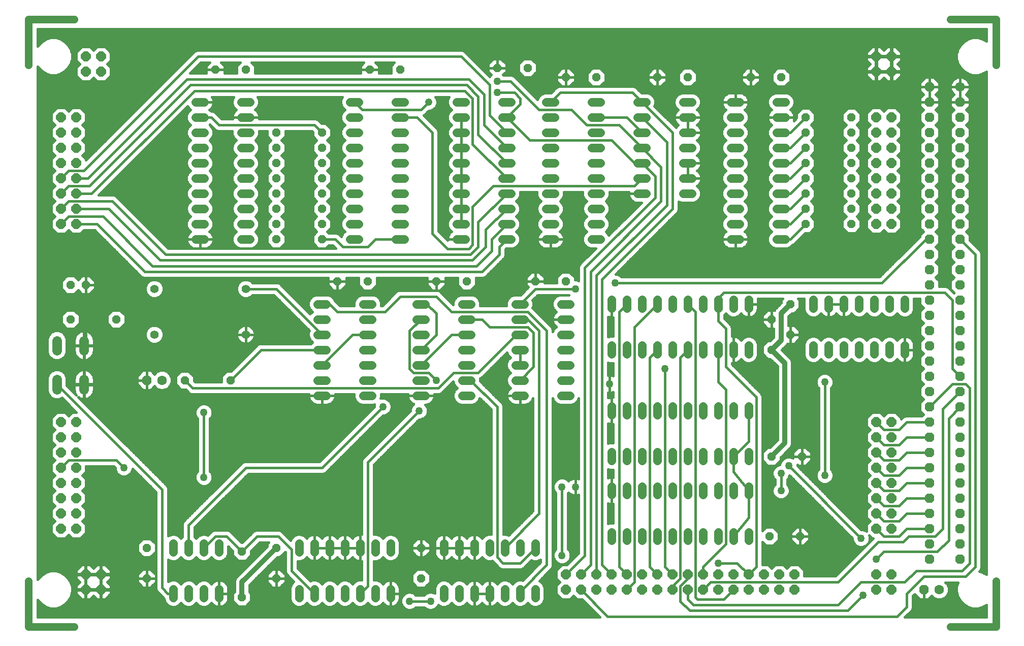
<source format=gbl>
G75*
%MOIN*%
%OFA0B0*%
%FSLAX24Y24*%
%IPPOS*%
%LPD*%
%AMOC8*
5,1,8,0,0,1.08239X$1,22.5*
%
%ADD10C,0.0560*%
%ADD11OC8,0.0560*%
%ADD12C,0.0560*%
%ADD13C,0.0640*%
%ADD14OC8,0.0630*%
%ADD15C,0.0630*%
%ADD16C,0.0500*%
%ADD17OC8,0.0640*%
%ADD18C,0.0160*%
%ADD19C,0.0500*%
%ADD20C,0.0480*%
%ADD21C,0.0320*%
D10*
X014208Y009080D02*
X014208Y009640D01*
X015208Y009640D02*
X015208Y009080D01*
X016208Y009080D02*
X016208Y009640D01*
X017208Y009640D02*
X017208Y009080D01*
X017208Y012080D02*
X017208Y012640D01*
X016208Y012640D02*
X016208Y012080D01*
X015208Y012080D02*
X015208Y012640D01*
X014208Y012640D02*
X014208Y012080D01*
X022458Y012080D02*
X022458Y012640D01*
X023458Y012640D02*
X023458Y012080D01*
X024458Y012080D02*
X024458Y012640D01*
X025458Y012640D02*
X025458Y012080D01*
X026458Y012080D02*
X026458Y012640D01*
X027458Y012640D02*
X027458Y012080D01*
X028458Y012080D02*
X028458Y012640D01*
X031958Y012640D02*
X031958Y012080D01*
X032958Y012080D02*
X032958Y012640D01*
X033958Y012640D02*
X033958Y012080D01*
X034958Y012080D02*
X034958Y012640D01*
X035958Y012640D02*
X035958Y012080D01*
X036958Y012080D02*
X036958Y012640D01*
X037958Y012640D02*
X037958Y012080D01*
X037958Y009640D02*
X037958Y009080D01*
X036958Y009080D02*
X036958Y009640D01*
X035958Y009640D02*
X035958Y009080D01*
X034958Y009080D02*
X034958Y009640D01*
X033958Y009640D02*
X033958Y009080D01*
X032958Y009080D02*
X032958Y009640D01*
X031958Y009640D02*
X031958Y009080D01*
X028458Y009080D02*
X028458Y009640D01*
X027458Y009640D02*
X027458Y009080D01*
X026458Y009080D02*
X026458Y009640D01*
X025458Y009640D02*
X025458Y009080D01*
X024458Y009080D02*
X024458Y009640D01*
X023458Y009640D02*
X023458Y009080D01*
X022458Y009080D02*
X022458Y009640D01*
X023678Y022360D02*
X024238Y022360D01*
X024238Y023360D02*
X023678Y023360D01*
X023678Y024360D02*
X024238Y024360D01*
X024238Y025360D02*
X023678Y025360D01*
X023678Y026360D02*
X024238Y026360D01*
X024238Y027360D02*
X023678Y027360D01*
X023678Y028360D02*
X024238Y028360D01*
X026678Y028360D02*
X027238Y028360D01*
X027238Y027360D02*
X026678Y027360D01*
X026678Y026360D02*
X027238Y026360D01*
X027238Y025360D02*
X026678Y025360D01*
X026678Y024360D02*
X027238Y024360D01*
X027238Y023360D02*
X026678Y023360D01*
X026678Y022360D02*
X027238Y022360D01*
X030178Y022360D02*
X030738Y022360D01*
X030738Y023360D02*
X030178Y023360D01*
X030178Y024360D02*
X030738Y024360D01*
X030738Y025360D02*
X030178Y025360D01*
X030178Y026360D02*
X030738Y026360D01*
X030738Y027360D02*
X030178Y027360D01*
X030178Y028360D02*
X030738Y028360D01*
X033178Y028360D02*
X033738Y028360D01*
X033738Y027360D02*
X033178Y027360D01*
X033178Y026360D02*
X033738Y026360D01*
X033738Y025360D02*
X033178Y025360D01*
X033178Y024360D02*
X033738Y024360D01*
X033738Y023360D02*
X033178Y023360D01*
X033178Y022360D02*
X033738Y022360D01*
X036678Y022360D02*
X037238Y022360D01*
X037238Y023360D02*
X036678Y023360D01*
X036678Y024360D02*
X037238Y024360D01*
X037238Y025360D02*
X036678Y025360D01*
X036678Y026360D02*
X037238Y026360D01*
X037238Y027360D02*
X036678Y027360D01*
X036678Y028360D02*
X037238Y028360D01*
X039678Y028360D02*
X040238Y028360D01*
X040238Y027360D02*
X039678Y027360D01*
X039678Y026360D02*
X040238Y026360D01*
X040238Y025360D02*
X039678Y025360D01*
X039678Y024360D02*
X040238Y024360D01*
X040238Y023360D02*
X039678Y023360D01*
X039678Y022360D02*
X040238Y022360D01*
X042958Y021640D02*
X042958Y021080D01*
X043958Y021080D02*
X043958Y021640D01*
X044958Y021640D02*
X044958Y021080D01*
X045958Y021080D02*
X045958Y021640D01*
X046958Y021640D02*
X046958Y021080D01*
X047958Y021080D02*
X047958Y021640D01*
X048958Y021640D02*
X048958Y021080D01*
X049958Y021080D02*
X049958Y021640D01*
X050958Y021640D02*
X050958Y021080D01*
X051958Y021080D02*
X051958Y021640D01*
X051958Y018640D02*
X051958Y018080D01*
X050958Y018080D02*
X050958Y018640D01*
X049958Y018640D02*
X049958Y018080D01*
X048958Y018080D02*
X048958Y018640D01*
X047958Y018640D02*
X047958Y018080D01*
X046958Y018080D02*
X046958Y018640D01*
X045958Y018640D02*
X045958Y018080D01*
X044958Y018080D02*
X044958Y018640D01*
X043958Y018640D02*
X043958Y018080D01*
X042958Y018080D02*
X042958Y018640D01*
X042958Y016390D02*
X042958Y015830D01*
X043958Y015830D02*
X043958Y016390D01*
X044958Y016390D02*
X044958Y015830D01*
X045958Y015830D02*
X045958Y016390D01*
X046958Y016390D02*
X046958Y015830D01*
X047958Y015830D02*
X047958Y016390D01*
X048958Y016390D02*
X048958Y015830D01*
X049958Y015830D02*
X049958Y016390D01*
X050958Y016390D02*
X050958Y015830D01*
X051958Y015830D02*
X051958Y016390D01*
X051958Y013390D02*
X051958Y012830D01*
X050958Y012830D02*
X050958Y013390D01*
X049958Y013390D02*
X049958Y012830D01*
X048958Y012830D02*
X048958Y013390D01*
X047958Y013390D02*
X047958Y012830D01*
X046958Y012830D02*
X046958Y013390D01*
X045958Y013390D02*
X045958Y012830D01*
X044958Y012830D02*
X044958Y013390D01*
X043958Y013390D02*
X043958Y012830D01*
X042958Y012830D02*
X042958Y013390D01*
X042958Y025080D02*
X042958Y025640D01*
X043958Y025640D02*
X043958Y025080D01*
X044958Y025080D02*
X044958Y025640D01*
X045958Y025640D02*
X045958Y025080D01*
X046958Y025080D02*
X046958Y025640D01*
X047958Y025640D02*
X047958Y025080D01*
X048958Y025080D02*
X048958Y025640D01*
X049958Y025640D02*
X049958Y025080D01*
X050958Y025080D02*
X050958Y025640D01*
X051958Y025640D02*
X051958Y025080D01*
X051958Y028080D02*
X051958Y028640D01*
X050958Y028640D02*
X050958Y028080D01*
X049958Y028080D02*
X049958Y028640D01*
X048958Y028640D02*
X048958Y028080D01*
X047958Y028080D02*
X047958Y028640D01*
X046958Y028640D02*
X046958Y028080D01*
X045958Y028080D02*
X045958Y028640D01*
X044958Y028640D02*
X044958Y028080D01*
X043958Y028080D02*
X043958Y028640D01*
X042958Y028640D02*
X042958Y028080D01*
X042238Y032610D02*
X041678Y032610D01*
X041678Y033610D02*
X042238Y033610D01*
X042238Y034610D02*
X041678Y034610D01*
X041678Y035610D02*
X042238Y035610D01*
X042238Y036610D02*
X041678Y036610D01*
X041678Y037610D02*
X042238Y037610D01*
X042238Y038610D02*
X041678Y038610D01*
X041678Y039610D02*
X042238Y039610D01*
X042238Y040610D02*
X041678Y040610D01*
X041678Y041610D02*
X042238Y041610D01*
X044678Y041610D02*
X045238Y041610D01*
X045238Y040610D02*
X044678Y040610D01*
X044678Y039610D02*
X045238Y039610D01*
X045238Y038610D02*
X044678Y038610D01*
X044678Y037610D02*
X045238Y037610D01*
X045238Y036610D02*
X044678Y036610D01*
X044678Y035610D02*
X045238Y035610D01*
X047678Y035610D02*
X048238Y035610D01*
X048238Y036610D02*
X047678Y036610D01*
X047678Y037610D02*
X048238Y037610D01*
X048238Y038610D02*
X047678Y038610D01*
X047678Y039610D02*
X048238Y039610D01*
X048238Y040610D02*
X047678Y040610D01*
X047678Y041610D02*
X048238Y041610D01*
X050803Y041610D02*
X051363Y041610D01*
X051363Y040610D02*
X050803Y040610D01*
X050803Y039610D02*
X051363Y039610D01*
X051363Y038610D02*
X050803Y038610D01*
X050803Y037610D02*
X051363Y037610D01*
X051363Y036610D02*
X050803Y036610D01*
X050803Y035610D02*
X051363Y035610D01*
X051363Y034610D02*
X050803Y034610D01*
X050803Y033610D02*
X051363Y033610D01*
X051363Y032610D02*
X050803Y032610D01*
X053803Y032610D02*
X054363Y032610D01*
X054363Y033610D02*
X053803Y033610D01*
X053803Y034610D02*
X054363Y034610D01*
X054363Y035610D02*
X053803Y035610D01*
X053803Y036610D02*
X054363Y036610D01*
X054363Y037610D02*
X053803Y037610D01*
X053803Y038610D02*
X054363Y038610D01*
X054363Y039610D02*
X053803Y039610D01*
X053803Y040610D02*
X054363Y040610D01*
X054363Y041610D02*
X053803Y041610D01*
X039238Y041610D02*
X038678Y041610D01*
X038678Y040610D02*
X039238Y040610D01*
X039238Y039610D02*
X038678Y039610D01*
X038678Y038610D02*
X039238Y038610D01*
X039238Y037610D02*
X038678Y037610D01*
X038678Y036610D02*
X039238Y036610D01*
X039238Y035610D02*
X038678Y035610D01*
X038678Y034610D02*
X039238Y034610D01*
X039238Y033610D02*
X038678Y033610D01*
X038678Y032610D02*
X039238Y032610D01*
X036363Y032610D02*
X035803Y032610D01*
X035803Y033610D02*
X036363Y033610D01*
X036363Y034610D02*
X035803Y034610D01*
X035803Y035610D02*
X036363Y035610D01*
X036363Y036610D02*
X035803Y036610D01*
X035803Y037610D02*
X036363Y037610D01*
X036363Y038610D02*
X035803Y038610D01*
X035803Y039610D02*
X036363Y039610D01*
X036363Y040610D02*
X035803Y040610D01*
X035803Y041610D02*
X036363Y041610D01*
X033363Y041610D02*
X032803Y041610D01*
X032803Y040610D02*
X033363Y040610D01*
X033363Y039610D02*
X032803Y039610D01*
X032803Y038610D02*
X033363Y038610D01*
X033363Y037610D02*
X032803Y037610D01*
X032803Y036610D02*
X033363Y036610D01*
X033363Y035610D02*
X032803Y035610D01*
X032803Y034610D02*
X033363Y034610D01*
X033363Y033610D02*
X032803Y033610D01*
X032803Y032610D02*
X033363Y032610D01*
X029363Y032610D02*
X028803Y032610D01*
X028803Y033610D02*
X029363Y033610D01*
X029363Y034610D02*
X028803Y034610D01*
X028803Y035610D02*
X029363Y035610D01*
X029363Y036610D02*
X028803Y036610D01*
X028803Y037610D02*
X029363Y037610D01*
X029363Y038610D02*
X028803Y038610D01*
X028803Y039610D02*
X029363Y039610D01*
X029363Y040610D02*
X028803Y040610D01*
X028803Y041610D02*
X029363Y041610D01*
X026363Y041610D02*
X025803Y041610D01*
X025803Y040610D02*
X026363Y040610D01*
X026363Y039610D02*
X025803Y039610D01*
X025803Y038610D02*
X026363Y038610D01*
X026363Y037610D02*
X025803Y037610D01*
X025803Y036610D02*
X026363Y036610D01*
X026363Y035610D02*
X025803Y035610D01*
X025803Y034610D02*
X026363Y034610D01*
X026363Y033610D02*
X025803Y033610D01*
X025803Y032610D02*
X026363Y032610D01*
X019238Y032610D02*
X018678Y032610D01*
X018678Y033610D02*
X019238Y033610D01*
X019238Y034610D02*
X018678Y034610D01*
X018678Y035610D02*
X019238Y035610D01*
X019238Y036610D02*
X018678Y036610D01*
X018678Y037610D02*
X019238Y037610D01*
X019238Y038610D02*
X018678Y038610D01*
X018678Y039610D02*
X019238Y039610D01*
X019238Y040610D02*
X018678Y040610D01*
X018678Y041610D02*
X019238Y041610D01*
X016238Y041610D02*
X015678Y041610D01*
X015678Y040610D02*
X016238Y040610D01*
X016238Y039610D02*
X015678Y039610D01*
X015678Y038610D02*
X016238Y038610D01*
X016238Y037610D02*
X015678Y037610D01*
X015678Y036610D02*
X016238Y036610D01*
X016238Y035610D02*
X015678Y035610D01*
X015678Y034610D02*
X016238Y034610D01*
X016238Y033610D02*
X015678Y033610D01*
X015678Y032610D02*
X016238Y032610D01*
X056208Y028640D02*
X056208Y028080D01*
X057208Y028080D02*
X057208Y028640D01*
X058208Y028640D02*
X058208Y028080D01*
X059208Y028080D02*
X059208Y028640D01*
X060208Y028640D02*
X060208Y028080D01*
X061208Y028080D02*
X061208Y028640D01*
X062208Y028640D02*
X062208Y028080D01*
X062208Y025640D02*
X062208Y025080D01*
X061208Y025080D02*
X061208Y025640D01*
X060208Y025640D02*
X060208Y025080D01*
X059208Y025080D02*
X059208Y025640D01*
X058208Y025640D02*
X058208Y025080D01*
X057208Y025080D02*
X057208Y025640D01*
X056208Y025640D02*
X056208Y025080D01*
D11*
X054708Y026360D03*
X053458Y025360D03*
X053458Y027360D03*
X054708Y028360D03*
X055708Y033610D03*
X055708Y034610D03*
X055708Y035610D03*
X055708Y036610D03*
X055708Y037610D03*
X055708Y038610D03*
X055708Y039610D03*
X055708Y040610D03*
X058708Y040610D03*
X058708Y039610D03*
X058708Y038610D03*
X058708Y037610D03*
X058708Y036610D03*
X058708Y035610D03*
X058708Y034610D03*
X058708Y033610D03*
X054083Y043235D03*
X052083Y043235D03*
X047958Y043235D03*
X045958Y043235D03*
X041958Y043235D03*
X039958Y043235D03*
X037458Y043860D03*
X035458Y043860D03*
X029083Y043735D03*
X027083Y043735D03*
X023958Y039610D03*
X023958Y038610D03*
X023958Y037610D03*
X023958Y036610D03*
X023958Y035610D03*
X023958Y034610D03*
X023958Y033610D03*
X023958Y032610D03*
X020958Y032610D03*
X020958Y033610D03*
X020958Y034610D03*
X020958Y035610D03*
X020958Y036610D03*
X020958Y037610D03*
X020958Y038610D03*
X020958Y039610D03*
X018958Y043735D03*
X016958Y043735D03*
X024958Y029860D03*
X026958Y029860D03*
X031458Y029860D03*
X033458Y029860D03*
X037958Y029860D03*
X039958Y029860D03*
X053458Y018360D03*
X055458Y018360D03*
X055333Y013110D03*
X053333Y013110D03*
X030458Y012360D03*
X030458Y010360D03*
X020958Y010360D03*
X020958Y012360D03*
X018708Y012110D03*
X018708Y009110D03*
X012458Y010360D03*
X012458Y012360D03*
X014958Y023360D03*
X017958Y023360D03*
X010458Y027360D03*
X007458Y027360D03*
X007458Y029610D03*
X008458Y029610D03*
D12*
X012958Y029360D03*
X012958Y026360D03*
X018958Y026360D03*
X018958Y029360D03*
D13*
X008348Y025960D02*
X008348Y025320D01*
X006568Y025320D02*
X006568Y025960D01*
X006568Y023400D02*
X006568Y022760D01*
X008348Y022760D02*
X008348Y023400D01*
D14*
X012458Y023360D03*
X063458Y009610D03*
X063833Y011610D03*
X063833Y012610D03*
X063833Y013610D03*
X063833Y014610D03*
X063833Y015610D03*
X063833Y016610D03*
X063833Y017610D03*
X063833Y018610D03*
X063833Y019610D03*
X063833Y020610D03*
X063833Y021610D03*
X063833Y022610D03*
X063833Y023610D03*
X063833Y024610D03*
X063833Y025610D03*
X063833Y026610D03*
X063833Y027610D03*
X063833Y028610D03*
X063833Y029610D03*
X063833Y030610D03*
X063833Y031610D03*
X063833Y032610D03*
X063833Y033610D03*
X063833Y034610D03*
X063833Y035610D03*
X063833Y036610D03*
X063833Y037610D03*
X063833Y038610D03*
X063833Y039610D03*
X063833Y040610D03*
X063833Y041610D03*
X063833Y042610D03*
X065833Y041610D03*
X065833Y040610D03*
X065833Y039610D03*
X065833Y038610D03*
X065833Y037610D03*
X065833Y036610D03*
X065833Y035610D03*
X065833Y034610D03*
X065833Y033610D03*
X065833Y032610D03*
X065833Y031610D03*
X065833Y030610D03*
X065833Y029610D03*
X065833Y028610D03*
X065833Y027610D03*
X065833Y026610D03*
X065833Y025610D03*
X065833Y024610D03*
X065833Y023610D03*
X065833Y022610D03*
X065833Y021610D03*
X065833Y020610D03*
X065833Y019610D03*
X065833Y018610D03*
X065833Y017610D03*
X065833Y016610D03*
X065833Y015610D03*
X065833Y014610D03*
X065833Y013610D03*
X065833Y012610D03*
X065833Y011610D03*
D15*
X064458Y009610D03*
X065833Y042610D03*
X013458Y023360D03*
D16*
X007683Y007170D02*
X004683Y007170D01*
X004683Y010170D01*
X004683Y044050D02*
X004683Y047050D01*
X007683Y047050D01*
X065183Y047050D02*
X068183Y047050D01*
X068183Y044050D01*
X068183Y010170D02*
X068183Y007170D01*
X065183Y007170D01*
D17*
X061333Y009610D03*
X060333Y009610D03*
X060333Y010610D03*
X061333Y010610D03*
X061333Y013610D03*
X060333Y013610D03*
X060333Y014610D03*
X061333Y014610D03*
X061333Y015610D03*
X060333Y015610D03*
X060333Y016610D03*
X061333Y016610D03*
X061333Y017610D03*
X060333Y017610D03*
X060333Y018610D03*
X061333Y018610D03*
X061333Y019610D03*
X060333Y019610D03*
X060333Y020610D03*
X061333Y020610D03*
X054958Y010610D03*
X053958Y010610D03*
X052958Y010610D03*
X051958Y010610D03*
X050958Y010610D03*
X049958Y010610D03*
X048958Y010610D03*
X047958Y010610D03*
X046958Y010610D03*
X045958Y010610D03*
X044958Y010610D03*
X043958Y010610D03*
X042958Y010610D03*
X041958Y010610D03*
X040958Y010610D03*
X039958Y010610D03*
X039958Y009610D03*
X040958Y009610D03*
X041958Y009610D03*
X042958Y009610D03*
X043958Y009610D03*
X044958Y009610D03*
X045958Y009610D03*
X046958Y009610D03*
X047958Y009610D03*
X048958Y009610D03*
X049958Y009610D03*
X050958Y009610D03*
X051958Y009610D03*
X052958Y009610D03*
X053958Y009610D03*
X054958Y009610D03*
X060333Y033610D03*
X061333Y033610D03*
X061333Y034610D03*
X060333Y034610D03*
X060333Y035610D03*
X061333Y035610D03*
X061333Y036610D03*
X060333Y036610D03*
X060333Y037610D03*
X061333Y037610D03*
X061333Y038610D03*
X060333Y038610D03*
X060333Y039610D03*
X060333Y040610D03*
X061333Y040610D03*
X061333Y039610D03*
X061333Y043610D03*
X060333Y043610D03*
X060333Y044610D03*
X061333Y044610D03*
X009458Y044610D03*
X008458Y044610D03*
X008458Y043610D03*
X009458Y043610D03*
X007833Y040610D03*
X006833Y040610D03*
X006833Y039610D03*
X007833Y039610D03*
X007833Y038610D03*
X006833Y038610D03*
X006833Y037610D03*
X007833Y037610D03*
X007833Y036610D03*
X006833Y036610D03*
X006833Y035610D03*
X007833Y035610D03*
X007833Y034610D03*
X006833Y034610D03*
X006833Y033610D03*
X007833Y033610D03*
X007833Y020610D03*
X006833Y020610D03*
X006833Y019610D03*
X007833Y019610D03*
X007833Y018610D03*
X006833Y018610D03*
X006833Y017610D03*
X007833Y017610D03*
X007833Y016610D03*
X006833Y016610D03*
X006833Y015610D03*
X007833Y015610D03*
X007833Y014610D03*
X006833Y014610D03*
X006833Y013610D03*
X007833Y013610D03*
X008458Y010610D03*
X008458Y009610D03*
X009458Y009610D03*
X009458Y010610D03*
D18*
X009438Y010630D02*
X009438Y010590D01*
X009098Y010590D01*
X008478Y010590D01*
X008478Y009970D01*
X008478Y009630D01*
X008438Y009630D01*
X008438Y009590D01*
X007818Y009590D01*
X007818Y009345D01*
X008193Y008970D01*
X008438Y008970D01*
X008438Y009590D01*
X008478Y009590D01*
X008478Y008970D01*
X008723Y008970D01*
X008958Y009205D01*
X009193Y008970D01*
X009438Y008970D01*
X009438Y009590D01*
X009098Y009590D01*
X008478Y009590D01*
X008478Y009630D01*
X009438Y009630D01*
X009438Y009590D01*
X009478Y009590D01*
X009478Y008970D01*
X009723Y008970D01*
X010098Y009345D01*
X010098Y009590D01*
X009478Y009590D01*
X009478Y009630D01*
X009438Y009630D01*
X009438Y010590D01*
X009478Y010590D01*
X009478Y009970D01*
X009478Y009630D01*
X010098Y009630D01*
X010098Y009875D01*
X009863Y010110D01*
X010098Y010345D01*
X010098Y010590D01*
X009478Y010590D01*
X009478Y010630D01*
X009438Y010630D01*
X008478Y010630D01*
X008438Y010630D01*
X008438Y010590D01*
X007818Y010590D01*
X007818Y010345D01*
X008053Y010110D01*
X007818Y009875D01*
X007818Y009630D01*
X008438Y009630D01*
X008438Y010590D01*
X008478Y010590D01*
X008478Y010630D01*
X008478Y011250D01*
X008723Y011250D01*
X008958Y011015D01*
X009193Y011250D01*
X009438Y011250D01*
X009438Y010630D01*
X009478Y010630D02*
X009478Y011250D01*
X009723Y011250D01*
X010098Y010875D01*
X010098Y010630D01*
X009478Y010630D01*
X009478Y010689D02*
X009438Y010689D01*
X009438Y010847D02*
X009478Y010847D01*
X009478Y011006D02*
X009438Y011006D01*
X009438Y011164D02*
X009478Y011164D01*
X009809Y011164D02*
X013058Y011164D01*
X013058Y011006D02*
X009968Y011006D01*
X010098Y010847D02*
X012097Y010847D01*
X012210Y010960D02*
X011858Y010609D01*
X011858Y010360D01*
X011858Y010111D01*
X012210Y009760D01*
X012458Y009760D01*
X012458Y010360D01*
X011858Y010360D01*
X012458Y010360D01*
X012458Y010360D01*
X012458Y010960D01*
X012210Y010960D01*
X012458Y010960D02*
X012458Y010360D01*
X012458Y010360D01*
X012458Y010360D01*
X012458Y009760D01*
X012707Y009760D01*
X013058Y010111D01*
X013058Y010360D01*
X012458Y010360D01*
X013058Y010360D01*
X013058Y010609D01*
X012707Y010960D01*
X012458Y010960D01*
X012458Y010847D02*
X012458Y010847D01*
X012458Y010689D02*
X012458Y010689D01*
X012458Y010530D02*
X012458Y010530D01*
X012458Y010372D02*
X012458Y010372D01*
X012458Y010360D02*
X012458Y010360D01*
X012458Y010213D02*
X012458Y010213D01*
X012458Y010055D02*
X012458Y010055D01*
X012458Y009896D02*
X012458Y009896D01*
X012074Y009896D02*
X010077Y009896D01*
X010098Y009738D02*
X013058Y009738D01*
X013058Y009655D02*
X013119Y009508D01*
X013232Y009396D01*
X013494Y009133D01*
X013607Y009021D01*
X013608Y009020D01*
X013608Y008961D01*
X013700Y008740D01*
X013868Y008571D01*
X014089Y008480D01*
X014328Y008480D01*
X014548Y008571D01*
X014708Y008731D01*
X014868Y008571D01*
X015089Y008480D01*
X015328Y008480D01*
X015548Y008571D01*
X015708Y008731D01*
X015868Y008571D01*
X016089Y008480D01*
X016328Y008480D01*
X016548Y008571D01*
X016715Y008738D01*
X016751Y008689D01*
X016817Y008622D01*
X016894Y008567D01*
X016978Y008524D01*
X017068Y008495D01*
X017161Y008480D01*
X017208Y008480D01*
X017208Y009360D01*
X017208Y010240D01*
X017161Y010240D01*
X017068Y010225D01*
X016978Y010196D01*
X016894Y010153D01*
X016817Y010098D01*
X016751Y010031D01*
X016715Y009982D01*
X016548Y010149D01*
X016328Y010240D01*
X016089Y010240D01*
X015868Y010149D01*
X015708Y009989D01*
X015548Y010149D01*
X015328Y010240D01*
X015089Y010240D01*
X014868Y010149D01*
X014708Y009989D01*
X014548Y010149D01*
X014328Y010240D01*
X014089Y010240D01*
X013868Y010149D01*
X013858Y010139D01*
X013858Y011581D01*
X013868Y011571D01*
X014089Y011480D01*
X014328Y011480D01*
X014548Y011571D01*
X014708Y011731D01*
X014868Y011571D01*
X015089Y011480D01*
X015328Y011480D01*
X015548Y011571D01*
X015708Y011731D01*
X015868Y011571D01*
X016089Y011480D01*
X016328Y011480D01*
X016548Y011571D01*
X016708Y011731D01*
X016868Y011571D01*
X017089Y011480D01*
X017328Y011480D01*
X017548Y011571D01*
X017717Y011740D01*
X017808Y011961D01*
X017808Y012444D01*
X018108Y012144D01*
X018108Y011861D01*
X018460Y011510D01*
X018957Y011510D01*
X019308Y011861D01*
X019308Y012144D01*
X019874Y012710D01*
X020460Y012710D01*
X020358Y012609D01*
X020358Y012439D01*
X018436Y010517D01*
X018301Y010382D01*
X018228Y010205D01*
X018228Y009479D01*
X018108Y009359D01*
X018108Y008861D01*
X018460Y008510D01*
X018957Y008510D01*
X019308Y008861D01*
X019308Y009359D01*
X019188Y009479D01*
X019188Y009911D01*
X021037Y011760D01*
X021207Y011760D01*
X021537Y012090D01*
X021558Y012069D01*
X021558Y010780D01*
X021619Y010633D01*
X021732Y010521D01*
X022111Y010141D01*
X021950Y009980D01*
X021858Y009759D01*
X021858Y008961D01*
X021950Y008740D01*
X022118Y008571D01*
X022339Y008480D01*
X022578Y008480D01*
X022798Y008571D01*
X022958Y008731D01*
X023118Y008571D01*
X023339Y008480D01*
X023578Y008480D01*
X023798Y008571D01*
X023958Y008731D01*
X024118Y008571D01*
X024339Y008480D01*
X024578Y008480D01*
X024798Y008571D01*
X024958Y008731D01*
X025118Y008571D01*
X025339Y008480D01*
X025578Y008480D01*
X025798Y008571D01*
X025958Y008731D01*
X026118Y008571D01*
X026339Y008480D01*
X026578Y008480D01*
X026798Y008571D01*
X026958Y008731D01*
X027118Y008571D01*
X027339Y008480D01*
X027578Y008480D01*
X027798Y008571D01*
X027965Y008738D01*
X028001Y008689D01*
X028067Y008622D01*
X028144Y008567D01*
X028228Y008524D01*
X028318Y008495D01*
X028411Y008480D01*
X028458Y008480D01*
X028458Y009360D01*
X028458Y010240D01*
X028411Y010240D01*
X028318Y010225D01*
X028228Y010196D01*
X028144Y010153D01*
X028067Y010098D01*
X028001Y010031D01*
X027965Y009982D01*
X027798Y010149D01*
X027578Y010240D01*
X027358Y010240D01*
X027358Y011480D01*
X027578Y011480D01*
X027798Y011571D01*
X027958Y011731D01*
X028118Y011571D01*
X028339Y011480D01*
X028578Y011480D01*
X028798Y011571D01*
X028967Y011740D01*
X029058Y011961D01*
X029058Y012759D01*
X028967Y012980D01*
X028798Y013149D01*
X028578Y013240D01*
X028339Y013240D01*
X028118Y013149D01*
X027958Y012989D01*
X027798Y013149D01*
X027578Y013240D01*
X027358Y013240D01*
X027358Y017819D01*
X030329Y020790D01*
X030447Y020790D01*
X030656Y020877D01*
X030817Y021037D01*
X030903Y021247D01*
X030903Y021473D01*
X030817Y021683D01*
X030739Y021760D01*
X030786Y021760D01*
X030879Y021775D01*
X030969Y021804D01*
X031053Y021847D01*
X031129Y021902D01*
X031196Y021969D01*
X031251Y022046D01*
X031294Y022130D01*
X031324Y022219D01*
X031338Y022313D01*
X031338Y022360D01*
X031338Y022407D01*
X031330Y022460D01*
X031663Y022460D01*
X031810Y022521D01*
X032578Y023289D01*
X032578Y023241D01*
X032670Y023020D01*
X032830Y022860D01*
X032670Y022700D01*
X032578Y022479D01*
X032578Y022241D01*
X032670Y022020D01*
X032838Y021851D01*
X033059Y021760D01*
X033858Y021760D01*
X034078Y021851D01*
X034247Y022020D01*
X034316Y022187D01*
X035058Y021444D01*
X035058Y013240D01*
X034839Y013240D01*
X034618Y013149D01*
X034452Y012982D01*
X034416Y013031D01*
X034349Y013098D01*
X034273Y013153D01*
X034189Y013196D01*
X034099Y013225D01*
X034006Y013240D01*
X033958Y013240D01*
X033911Y013240D01*
X033818Y013225D01*
X033728Y013196D01*
X033644Y013153D01*
X033567Y013098D01*
X033501Y013031D01*
X033458Y012973D01*
X033416Y013031D01*
X033349Y013098D01*
X033273Y013153D01*
X033189Y013196D01*
X033099Y013225D01*
X033006Y013240D01*
X032958Y013240D01*
X032911Y013240D01*
X032818Y013225D01*
X032728Y013196D01*
X032644Y013153D01*
X032567Y013098D01*
X032501Y013031D01*
X032458Y012973D01*
X032416Y013031D01*
X032349Y013098D01*
X032273Y013153D01*
X032189Y013196D01*
X032099Y013225D01*
X032006Y013240D01*
X031958Y013240D01*
X031911Y013240D01*
X031818Y013225D01*
X031728Y013196D01*
X031644Y013153D01*
X031567Y013098D01*
X031501Y013031D01*
X031445Y012954D01*
X031402Y012870D01*
X031373Y012780D01*
X031358Y012687D01*
X031358Y012360D01*
X031358Y012033D01*
X031373Y011939D01*
X031402Y011850D01*
X031445Y011766D01*
X031501Y011689D01*
X031567Y011622D01*
X031644Y011567D01*
X031728Y011524D01*
X031818Y011495D01*
X031911Y011480D01*
X031958Y011480D01*
X031958Y012360D01*
X031358Y012360D01*
X031958Y012360D01*
X031958Y012360D01*
X031958Y012360D01*
X031958Y013240D01*
X031958Y012360D01*
X031958Y012360D01*
X031958Y011480D01*
X032006Y011480D01*
X032099Y011495D01*
X032189Y011524D01*
X032273Y011567D01*
X032349Y011622D01*
X032416Y011689D01*
X032458Y011747D01*
X032501Y011689D01*
X032567Y011622D01*
X032644Y011567D01*
X032728Y011524D01*
X032818Y011495D01*
X032911Y011480D01*
X032958Y011480D01*
X032958Y012360D01*
X032358Y012360D01*
X031958Y012360D01*
X032958Y012360D01*
X032958Y012360D01*
X032958Y012360D01*
X032958Y013240D01*
X032958Y012360D01*
X032958Y012360D01*
X032958Y011480D01*
X033006Y011480D01*
X033099Y011495D01*
X033189Y011524D01*
X033273Y011567D01*
X033349Y011622D01*
X033416Y011689D01*
X033458Y011747D01*
X033501Y011689D01*
X033567Y011622D01*
X033644Y011567D01*
X033728Y011524D01*
X033818Y011495D01*
X033911Y011480D01*
X033958Y011480D01*
X033958Y012360D01*
X033358Y012360D01*
X032958Y012360D01*
X033958Y012360D01*
X033958Y012360D01*
X033958Y012360D01*
X033958Y013240D01*
X033958Y012360D01*
X033958Y012360D01*
X033958Y011480D01*
X034006Y011480D01*
X034099Y011495D01*
X034189Y011524D01*
X034273Y011567D01*
X034349Y011622D01*
X034416Y011689D01*
X034452Y011738D01*
X034618Y011571D01*
X034839Y011480D01*
X035078Y011480D01*
X035127Y011500D01*
X035232Y011396D01*
X035607Y011021D01*
X035754Y010960D01*
X037038Y010960D01*
X037185Y011021D01*
X037297Y011133D01*
X037701Y011537D01*
X037839Y011480D01*
X038078Y011480D01*
X038298Y011571D01*
X038308Y011581D01*
X038308Y011401D01*
X037127Y010220D01*
X037078Y010240D01*
X036839Y010240D01*
X036618Y010149D01*
X036458Y009989D01*
X036298Y010149D01*
X036078Y010240D01*
X035839Y010240D01*
X035618Y010149D01*
X035452Y009982D01*
X035416Y010031D01*
X035349Y010098D01*
X035273Y010153D01*
X035189Y010196D01*
X035099Y010225D01*
X035006Y010240D01*
X034958Y010240D01*
X034911Y010240D01*
X034818Y010225D01*
X034728Y010196D01*
X034644Y010153D01*
X034567Y010098D01*
X034501Y010031D01*
X034458Y009973D01*
X034416Y010031D01*
X034349Y010098D01*
X034273Y010153D01*
X034189Y010196D01*
X034099Y010225D01*
X034006Y010240D01*
X033958Y010240D01*
X033911Y010240D01*
X033818Y010225D01*
X033728Y010196D01*
X033644Y010153D01*
X033567Y010098D01*
X033501Y010031D01*
X033465Y009982D01*
X033298Y010149D01*
X033078Y010240D01*
X032839Y010240D01*
X032618Y010149D01*
X032458Y009989D01*
X032298Y010149D01*
X032078Y010240D01*
X031839Y010240D01*
X031618Y010149D01*
X031450Y009980D01*
X031358Y009759D01*
X031358Y009363D01*
X031197Y009430D01*
X030970Y009430D01*
X030760Y009343D01*
X030677Y009260D01*
X030114Y009260D01*
X030031Y009343D01*
X029822Y009430D01*
X029595Y009430D01*
X029385Y009343D01*
X029225Y009183D01*
X029138Y008973D01*
X029138Y008747D01*
X029225Y008537D01*
X029385Y008377D01*
X029595Y008290D01*
X029822Y008290D01*
X030031Y008377D01*
X030114Y008460D01*
X030677Y008460D01*
X030760Y008377D01*
X030970Y008290D01*
X031197Y008290D01*
X031406Y008377D01*
X031567Y008537D01*
X031592Y008598D01*
X031618Y008571D01*
X031839Y008480D01*
X032078Y008480D01*
X032298Y008571D01*
X032458Y008731D01*
X032618Y008571D01*
X032839Y008480D01*
X033078Y008480D01*
X033298Y008571D01*
X033465Y008738D01*
X033501Y008689D01*
X033567Y008622D01*
X033644Y008567D01*
X033728Y008524D01*
X033818Y008495D01*
X033911Y008480D01*
X033958Y008480D01*
X033958Y009360D01*
X033958Y009360D01*
X033958Y010240D01*
X033958Y009360D01*
X033958Y009360D01*
X033958Y008480D01*
X034006Y008480D01*
X034099Y008495D01*
X034189Y008524D01*
X034273Y008567D01*
X034349Y008622D01*
X034416Y008689D01*
X034458Y008747D01*
X034501Y008689D01*
X034567Y008622D01*
X034644Y008567D01*
X034728Y008524D01*
X034818Y008495D01*
X034911Y008480D01*
X034958Y008480D01*
X034958Y009360D01*
X034558Y009360D01*
X033958Y009360D01*
X034958Y009360D01*
X034958Y009360D01*
X034958Y009360D01*
X034958Y010240D01*
X034958Y009360D01*
X034958Y009360D01*
X034958Y008480D01*
X035006Y008480D01*
X035099Y008495D01*
X035189Y008524D01*
X035273Y008567D01*
X035349Y008622D01*
X035416Y008689D01*
X035452Y008738D01*
X035618Y008571D01*
X035839Y008480D01*
X036078Y008480D01*
X036298Y008571D01*
X036458Y008731D01*
X036618Y008571D01*
X036839Y008480D01*
X037078Y008480D01*
X037298Y008571D01*
X037458Y008731D01*
X037618Y008571D01*
X037839Y008480D01*
X038078Y008480D01*
X038298Y008571D01*
X038467Y008740D01*
X038558Y008961D01*
X038558Y009759D01*
X038467Y009980D01*
X038298Y010149D01*
X038220Y010181D01*
X039047Y011008D01*
X039108Y011155D01*
X039108Y022168D01*
X039170Y022020D01*
X039338Y021851D01*
X039559Y021760D01*
X040358Y021760D01*
X040578Y021851D01*
X040747Y022020D01*
X040808Y022168D01*
X040808Y016885D01*
X040802Y016888D01*
X040717Y016916D01*
X040628Y016930D01*
X040583Y016930D01*
X040538Y016930D01*
X040450Y016916D01*
X040365Y016888D01*
X040285Y016848D01*
X040212Y016795D01*
X040149Y016731D01*
X040146Y016728D01*
X040031Y016843D01*
X039822Y016930D01*
X039595Y016930D01*
X039385Y016843D01*
X039225Y016683D01*
X039138Y016473D01*
X039138Y016247D01*
X039225Y016037D01*
X039308Y015954D01*
X039308Y012266D01*
X039225Y012183D01*
X039138Y011973D01*
X039138Y011747D01*
X039225Y011537D01*
X039385Y011377D01*
X039595Y011290D01*
X039822Y011290D01*
X040031Y011377D01*
X040192Y011537D01*
X040278Y011747D01*
X040278Y011973D01*
X040192Y012183D01*
X040108Y012266D01*
X040108Y015954D01*
X040146Y015992D01*
X040149Y015989D01*
X040212Y015925D01*
X040285Y015872D01*
X040365Y015832D01*
X040450Y015804D01*
X040538Y015790D01*
X040583Y015790D01*
X040583Y016360D01*
X040583Y016360D01*
X040583Y016930D01*
X040583Y016360D01*
X040583Y016360D01*
X040583Y015790D01*
X040628Y015790D01*
X040717Y015804D01*
X040802Y015832D01*
X040808Y015835D01*
X040808Y012026D01*
X040033Y011250D01*
X039693Y011250D01*
X039318Y010875D01*
X039318Y010345D01*
X039553Y010110D01*
X039318Y009875D01*
X039318Y009345D01*
X039693Y008970D01*
X040223Y008970D01*
X040458Y009205D01*
X040693Y008970D01*
X041033Y008970D01*
X042203Y007800D01*
X005313Y007800D01*
X005313Y008937D01*
X005357Y008861D01*
X005584Y008634D01*
X005862Y008473D01*
X006173Y008390D01*
X006494Y008390D01*
X006804Y008473D01*
X007082Y008634D01*
X007310Y008861D01*
X007470Y009139D01*
X007553Y009449D01*
X007553Y009771D01*
X007470Y010081D01*
X007310Y010359D01*
X007082Y010586D01*
X006804Y010747D01*
X006494Y010830D01*
X006173Y010830D01*
X005862Y010747D01*
X005584Y010586D01*
X005357Y010359D01*
X005313Y010283D01*
X005313Y043937D01*
X005357Y043861D01*
X005584Y043634D01*
X005862Y043473D01*
X006173Y043390D01*
X006494Y043390D01*
X006804Y043473D01*
X007082Y043634D01*
X007310Y043861D01*
X007470Y044139D01*
X007553Y044449D01*
X007818Y044449D01*
X007818Y044345D02*
X008053Y044110D01*
X007818Y043875D01*
X007818Y043345D01*
X008193Y042970D01*
X008723Y042970D01*
X008958Y043205D01*
X009193Y042970D01*
X009723Y042970D01*
X010098Y043345D01*
X010098Y043875D01*
X009863Y044110D01*
X010098Y044345D01*
X010098Y044875D01*
X009723Y045250D01*
X009193Y045250D01*
X008958Y045015D01*
X008723Y045250D01*
X008193Y045250D01*
X007818Y044875D01*
X007818Y044345D01*
X007873Y044291D02*
X007511Y044291D01*
X007553Y044449D02*
X007553Y044771D01*
X007470Y045081D01*
X007310Y045359D01*
X007082Y045586D01*
X006804Y045747D01*
X006494Y045830D01*
X006173Y045830D01*
X005862Y045747D01*
X005584Y045586D01*
X005357Y045359D01*
X005313Y045283D01*
X005313Y046420D01*
X067553Y046420D01*
X067553Y045603D01*
X067304Y045747D01*
X066994Y045830D01*
X066673Y045830D01*
X066362Y045747D01*
X066084Y045586D01*
X065857Y045359D01*
X065696Y045081D01*
X065613Y044771D01*
X065613Y044449D01*
X061973Y044449D01*
X061973Y044345D02*
X061973Y044590D01*
X061353Y044590D01*
X061353Y043970D01*
X061353Y043630D01*
X061313Y043630D01*
X061313Y043590D01*
X060693Y043590D01*
X060353Y043590D01*
X060353Y042970D01*
X060598Y042970D01*
X060833Y043205D01*
X061068Y042970D01*
X061313Y042970D01*
X061313Y043590D01*
X061353Y043590D01*
X061353Y042970D01*
X061598Y042970D01*
X061973Y043345D01*
X061973Y043590D01*
X061353Y043590D01*
X061353Y043630D01*
X061973Y043630D01*
X061973Y043875D01*
X061738Y044110D01*
X061973Y044345D01*
X061919Y044291D02*
X065656Y044291D01*
X065696Y044139D02*
X065857Y043861D01*
X066084Y043634D01*
X066362Y043473D01*
X066673Y043390D01*
X066994Y043390D01*
X067304Y043473D01*
X067553Y043617D01*
X067553Y010603D01*
X067304Y010747D01*
X067093Y010804D01*
X067172Y010883D01*
X067233Y011030D01*
X067233Y031690D01*
X067172Y031837D01*
X066468Y032541D01*
X066468Y032873D01*
X066231Y033110D01*
X066468Y033347D01*
X066468Y033873D01*
X066231Y034110D01*
X066468Y034347D01*
X066468Y034873D01*
X066231Y035110D01*
X066468Y035347D01*
X066468Y035873D01*
X066231Y036110D01*
X066468Y036347D01*
X066468Y036873D01*
X066231Y037110D01*
X066468Y037347D01*
X066468Y037873D01*
X066231Y038110D01*
X066468Y038347D01*
X066468Y038873D01*
X066231Y039110D01*
X066468Y039347D01*
X066468Y039873D01*
X066231Y040110D01*
X066468Y040347D01*
X066468Y040873D01*
X066231Y041110D01*
X066468Y041347D01*
X066468Y041600D01*
X065843Y041600D01*
X065843Y041620D01*
X065823Y041620D01*
X065823Y041600D01*
X065198Y041600D01*
X065198Y041347D01*
X065435Y041110D01*
X065198Y040873D01*
X065198Y040347D01*
X065435Y040110D01*
X065198Y039873D01*
X065198Y039347D01*
X065435Y039110D01*
X065198Y038873D01*
X065198Y038347D01*
X065435Y038110D01*
X065198Y037873D01*
X065198Y037347D01*
X065435Y037110D01*
X065198Y036873D01*
X065198Y036347D01*
X065435Y036110D01*
X065198Y035873D01*
X065198Y035347D01*
X065435Y035110D01*
X065198Y034873D01*
X065198Y034347D01*
X065435Y034110D01*
X065198Y033873D01*
X065198Y033347D01*
X065435Y033110D01*
X065198Y032873D01*
X065198Y032347D01*
X065435Y032110D01*
X065198Y031873D01*
X065198Y031347D01*
X065435Y031110D01*
X065198Y030873D01*
X065198Y030347D01*
X065435Y030110D01*
X065198Y029873D01*
X065198Y029347D01*
X065435Y029110D01*
X065417Y029092D01*
X065060Y029449D01*
X064913Y029510D01*
X064468Y029510D01*
X064468Y029873D01*
X064231Y030110D01*
X064468Y030347D01*
X064468Y030873D01*
X064231Y031110D01*
X064468Y031347D01*
X064468Y031873D01*
X064231Y032110D01*
X064468Y032347D01*
X064468Y032873D01*
X064231Y033110D01*
X064468Y033347D01*
X064468Y033873D01*
X064231Y034110D01*
X064468Y034347D01*
X064468Y034873D01*
X064231Y035110D01*
X064468Y035347D01*
X064468Y035873D01*
X064231Y036110D01*
X064468Y036347D01*
X064468Y036873D01*
X064231Y037110D01*
X064468Y037347D01*
X064468Y037873D01*
X064231Y038110D01*
X064468Y038347D01*
X064468Y038873D01*
X064231Y039110D01*
X064468Y039347D01*
X064468Y039873D01*
X064231Y040110D01*
X064468Y040347D01*
X064468Y040873D01*
X064231Y041110D01*
X064468Y041347D01*
X064468Y041600D01*
X063843Y041600D01*
X063843Y041620D01*
X063823Y041620D01*
X063823Y041600D01*
X063198Y041600D01*
X063198Y041347D01*
X063435Y041110D01*
X063198Y040873D01*
X063198Y040347D01*
X063435Y040110D01*
X063198Y039873D01*
X063198Y039347D01*
X063435Y039110D01*
X063198Y038873D01*
X063198Y038347D01*
X063435Y038110D01*
X063198Y037873D01*
X063198Y037347D01*
X063435Y037110D01*
X063198Y036873D01*
X063198Y036347D01*
X063435Y036110D01*
X063198Y035873D01*
X063198Y035347D01*
X063435Y035110D01*
X063198Y034873D01*
X063198Y034347D01*
X063435Y034110D01*
X063198Y033873D01*
X063198Y033347D01*
X063435Y033110D01*
X063198Y032873D01*
X063198Y032791D01*
X060543Y030135D01*
X043614Y030135D01*
X043531Y030218D01*
X043322Y030305D01*
X043219Y030305D01*
X047185Y034271D01*
X047297Y034383D01*
X047358Y034530D01*
X047358Y035093D01*
X047559Y035010D01*
X048358Y035010D01*
X048578Y035101D01*
X048747Y035270D01*
X048838Y035491D01*
X048838Y035729D01*
X048747Y035950D01*
X048580Y036117D01*
X048629Y036152D01*
X048696Y036219D01*
X048751Y036296D01*
X048794Y036380D01*
X048824Y036469D01*
X048838Y036563D01*
X048838Y036610D01*
X048838Y036657D01*
X048824Y036750D01*
X048794Y036840D01*
X048751Y036924D01*
X048696Y037001D01*
X048629Y037068D01*
X048571Y037110D01*
X048629Y037152D01*
X048696Y037219D01*
X048751Y037296D01*
X048794Y037380D01*
X048824Y037469D01*
X048838Y037563D01*
X048838Y037610D01*
X048838Y037657D01*
X048824Y037750D01*
X048794Y037840D01*
X048751Y037924D01*
X048696Y038001D01*
X048629Y038068D01*
X048580Y038103D01*
X048747Y038270D01*
X048838Y038491D01*
X048838Y038729D01*
X048747Y038950D01*
X048580Y039117D01*
X048629Y039152D01*
X048696Y039219D01*
X048751Y039296D01*
X048794Y039380D01*
X048824Y039469D01*
X048838Y039563D01*
X048838Y039610D01*
X048838Y039657D01*
X048824Y039750D01*
X048794Y039840D01*
X048751Y039924D01*
X048696Y040001D01*
X048629Y040068D01*
X048571Y040110D01*
X048629Y040152D01*
X048696Y040219D01*
X048751Y040296D01*
X048794Y040380D01*
X048824Y040469D01*
X048838Y040563D01*
X048838Y040610D01*
X048838Y040657D01*
X048824Y040750D01*
X048794Y040840D01*
X048751Y040924D01*
X048696Y041001D01*
X048629Y041068D01*
X048580Y041103D01*
X048747Y041270D01*
X048838Y041491D01*
X048838Y041729D01*
X048747Y041950D01*
X048578Y042119D01*
X048358Y042210D01*
X047559Y042210D01*
X047338Y042119D01*
X047170Y041950D01*
X047078Y041729D01*
X047078Y041491D01*
X047170Y041270D01*
X047337Y041103D01*
X047287Y041068D01*
X047221Y041001D01*
X047165Y040924D01*
X047122Y040840D01*
X047093Y040750D01*
X047078Y040657D01*
X047078Y040610D01*
X047078Y040563D01*
X047093Y040469D01*
X047122Y040380D01*
X047165Y040296D01*
X047221Y040219D01*
X047287Y040152D01*
X047346Y040110D01*
X047287Y040068D01*
X047221Y040001D01*
X047184Y039950D01*
X045781Y041353D01*
X045838Y041491D01*
X045838Y041729D01*
X045747Y041950D01*
X045578Y042119D01*
X045358Y042210D01*
X044924Y042210D01*
X044560Y042574D01*
X044413Y042635D01*
X039504Y042635D01*
X039357Y042574D01*
X039244Y042462D01*
X038993Y042210D01*
X038559Y042210D01*
X038338Y042119D01*
X038170Y041950D01*
X038101Y041783D01*
X036560Y043324D01*
X036413Y043385D01*
X035864Y043385D01*
X035848Y043401D01*
X036058Y043611D01*
X036058Y043860D01*
X036058Y044109D01*
X035707Y044460D01*
X035458Y044460D01*
X035210Y044460D01*
X034858Y044109D01*
X034858Y043860D01*
X034858Y043611D01*
X035069Y043401D01*
X034975Y043308D01*
X034968Y043291D01*
X033310Y044949D01*
X033163Y045010D01*
X015754Y045010D01*
X015607Y044949D01*
X008473Y037816D01*
X008473Y037875D01*
X008238Y038110D01*
X008473Y038345D01*
X008473Y038875D01*
X008238Y039110D01*
X008473Y039345D01*
X008473Y039875D01*
X008238Y040110D01*
X008473Y040345D01*
X008473Y040875D01*
X008098Y041250D01*
X007568Y041250D01*
X007333Y041015D01*
X007098Y041250D01*
X006568Y041250D01*
X006193Y040875D01*
X006193Y040345D01*
X006428Y040110D01*
X006193Y039875D01*
X006193Y039345D01*
X006428Y039110D01*
X006193Y038875D01*
X006193Y038345D01*
X006428Y038110D01*
X006193Y037875D01*
X006193Y037345D01*
X006428Y037110D01*
X006193Y036875D01*
X006193Y036345D01*
X006428Y036110D01*
X006193Y035875D01*
X006193Y035345D01*
X006428Y035110D01*
X006193Y034875D01*
X006193Y034345D01*
X006428Y034110D01*
X006193Y033875D01*
X006193Y033345D01*
X006568Y032970D01*
X007098Y032970D01*
X007333Y033205D01*
X007568Y032970D01*
X008098Y032970D01*
X008338Y033210D01*
X009043Y033210D01*
X012107Y030146D01*
X012254Y030085D01*
X024358Y030085D01*
X024358Y029860D01*
X024358Y029611D01*
X024710Y029260D01*
X024958Y029260D01*
X024958Y029860D01*
X024358Y029860D01*
X024958Y029860D01*
X024958Y029860D01*
X024958Y029860D01*
X024958Y029260D01*
X025207Y029260D01*
X025558Y029611D01*
X025558Y029860D01*
X025558Y030085D01*
X026358Y030085D01*
X026358Y029611D01*
X026710Y029260D01*
X027207Y029260D01*
X027558Y029611D01*
X027558Y030085D01*
X030858Y030085D01*
X030858Y029860D01*
X030858Y029611D01*
X031210Y029260D01*
X031458Y029260D01*
X031458Y029860D01*
X030858Y029860D01*
X031458Y029860D01*
X031458Y029860D01*
X031458Y029860D01*
X031458Y029260D01*
X031707Y029260D01*
X032058Y029611D01*
X032058Y029860D01*
X032058Y030085D01*
X032858Y030085D01*
X032858Y029611D01*
X033210Y029260D01*
X033707Y029260D01*
X034058Y029611D01*
X034058Y030085D01*
X034538Y030085D01*
X034685Y030146D01*
X034797Y030258D01*
X035922Y031383D01*
X035983Y031530D01*
X035983Y031944D01*
X036049Y032010D01*
X036483Y032010D01*
X036703Y032101D01*
X036872Y032270D01*
X036963Y032491D01*
X036963Y032729D01*
X036872Y032950D01*
X036712Y033110D01*
X036872Y033270D01*
X036963Y033491D01*
X036963Y033729D01*
X036872Y033950D01*
X036712Y034110D01*
X036872Y034270D01*
X036963Y034491D01*
X036963Y034729D01*
X036872Y034950D01*
X036712Y035110D01*
X036872Y035270D01*
X036963Y035491D01*
X036963Y035710D01*
X038078Y035710D01*
X038078Y035491D01*
X038170Y035270D01*
X038330Y035110D01*
X038170Y034950D01*
X038078Y034729D01*
X038078Y034491D01*
X038170Y034270D01*
X038330Y034110D01*
X038170Y033950D01*
X038078Y033729D01*
X038078Y033491D01*
X038170Y033270D01*
X038337Y033103D01*
X038287Y033068D01*
X038221Y033001D01*
X038165Y032924D01*
X038122Y032840D01*
X038093Y032750D01*
X038078Y032657D01*
X038078Y032610D01*
X038078Y032563D01*
X038093Y032469D01*
X038122Y032380D01*
X038165Y032296D01*
X038221Y032219D01*
X038287Y032152D01*
X038364Y032097D01*
X038448Y032054D01*
X038538Y032025D01*
X038631Y032010D01*
X038958Y032010D01*
X038958Y032610D01*
X038078Y032610D01*
X038958Y032610D01*
X038958Y032610D01*
X038958Y032610D01*
X038958Y032010D01*
X039286Y032010D01*
X039379Y032025D01*
X039469Y032054D01*
X039553Y032097D01*
X039629Y032152D01*
X039696Y032219D01*
X039751Y032296D01*
X039794Y032380D01*
X039824Y032469D01*
X039838Y032563D01*
X039838Y032610D01*
X039838Y032657D01*
X039824Y032750D01*
X039794Y032840D01*
X039751Y032924D01*
X039696Y033001D01*
X039629Y033068D01*
X039580Y033103D01*
X039747Y033270D01*
X039838Y033491D01*
X039838Y033729D01*
X039747Y033950D01*
X039587Y034110D01*
X039747Y034270D01*
X039838Y034491D01*
X039838Y034729D01*
X039747Y034950D01*
X039587Y035110D01*
X039747Y035270D01*
X039838Y035491D01*
X039838Y035710D01*
X041078Y035710D01*
X041078Y035491D01*
X041170Y035270D01*
X041330Y035110D01*
X041170Y034950D01*
X041078Y034729D01*
X041078Y034491D01*
X041170Y034270D01*
X041330Y034110D01*
X041170Y033950D01*
X041078Y033729D01*
X041078Y033491D01*
X041170Y033270D01*
X041330Y033110D01*
X041170Y032950D01*
X041078Y032729D01*
X041078Y032491D01*
X041170Y032270D01*
X041338Y032101D01*
X041559Y032010D01*
X041918Y032010D01*
X040869Y030962D01*
X040808Y030815D01*
X040808Y029884D01*
X040697Y029930D01*
X040558Y029930D01*
X040558Y030109D01*
X040207Y030460D01*
X039710Y030460D01*
X039358Y030109D01*
X039358Y029760D01*
X038558Y029760D01*
X038558Y029860D01*
X038558Y030109D01*
X038207Y030460D01*
X037958Y030460D01*
X037710Y030460D01*
X037358Y030109D01*
X037358Y029860D01*
X037358Y029611D01*
X037501Y029469D01*
X036993Y028960D01*
X036559Y028960D01*
X036338Y028869D01*
X036170Y028700D01*
X036078Y028479D01*
X036078Y028260D01*
X034338Y028260D01*
X034338Y028479D01*
X034247Y028700D01*
X034078Y028869D01*
X033858Y028960D01*
X033059Y028960D01*
X032838Y028869D01*
X032670Y028700D01*
X032578Y028479D01*
X032578Y028306D01*
X031797Y029087D01*
X031685Y029199D01*
X031538Y029260D01*
X029004Y029260D01*
X028857Y029199D01*
X027918Y028260D01*
X027838Y028260D01*
X027838Y028479D01*
X027747Y028700D01*
X027578Y028869D01*
X027358Y028960D01*
X026559Y028960D01*
X026338Y028869D01*
X026170Y028700D01*
X026078Y028479D01*
X026078Y028260D01*
X025124Y028260D01*
X024797Y028587D01*
X024791Y028593D01*
X024747Y028700D01*
X024578Y028869D01*
X024358Y028960D01*
X023559Y028960D01*
X023338Y028869D01*
X023170Y028700D01*
X023078Y028479D01*
X023078Y028241D01*
X023170Y028020D01*
X023330Y027860D01*
X023177Y027707D01*
X021297Y029587D01*
X021185Y029699D01*
X021038Y029760D01*
X019407Y029760D01*
X019298Y029869D01*
X019078Y029960D01*
X018839Y029960D01*
X018618Y029869D01*
X018450Y029700D01*
X018358Y029479D01*
X018358Y029241D01*
X018450Y029020D01*
X018618Y028851D01*
X018839Y028760D01*
X019078Y028760D01*
X019298Y028851D01*
X019407Y028960D01*
X020793Y028960D01*
X023135Y026617D01*
X023078Y026479D01*
X023078Y026241D01*
X023170Y026020D01*
X023330Y025860D01*
X023230Y025760D01*
X019879Y025760D01*
X019732Y025699D01*
X019619Y025587D01*
X017993Y023960D01*
X017710Y023960D01*
X017358Y023609D01*
X017358Y023260D01*
X015624Y023260D01*
X015558Y023326D01*
X015558Y023609D01*
X015207Y023960D01*
X014710Y023960D01*
X014358Y023609D01*
X014358Y023111D01*
X014710Y022760D01*
X014993Y022760D01*
X015119Y022633D01*
X015232Y022521D01*
X015379Y022460D01*
X023087Y022460D01*
X023078Y022407D01*
X023078Y022360D01*
X023078Y022313D01*
X023093Y022219D01*
X023122Y022130D01*
X023165Y022046D01*
X023221Y021969D01*
X023287Y021902D01*
X023364Y021847D01*
X023448Y021804D01*
X023538Y021775D01*
X023631Y021760D01*
X023958Y021760D01*
X023958Y022360D01*
X023078Y022360D01*
X023958Y022360D01*
X023958Y022360D01*
X023958Y022360D01*
X023958Y021760D01*
X024286Y021760D01*
X024379Y021775D01*
X024469Y021804D01*
X024553Y021847D01*
X024629Y021902D01*
X024696Y021969D01*
X024751Y022046D01*
X024794Y022130D01*
X024824Y022219D01*
X024838Y022313D01*
X024838Y022360D01*
X024838Y022407D01*
X024830Y022460D01*
X026078Y022460D01*
X026078Y022241D01*
X026170Y022020D01*
X026338Y021851D01*
X026559Y021760D01*
X027358Y021760D01*
X027413Y021783D01*
X027388Y021723D01*
X027388Y021606D01*
X023793Y018010D01*
X018879Y018010D01*
X018732Y017949D01*
X014982Y014199D01*
X014869Y014087D01*
X014808Y013940D01*
X014808Y013089D01*
X014708Y012989D01*
X014548Y013149D01*
X014328Y013240D01*
X014089Y013240D01*
X013868Y013149D01*
X013858Y013139D01*
X013858Y016270D01*
X013797Y016417D01*
X013685Y016529D01*
X007972Y022242D01*
X007992Y022227D01*
X008065Y022185D01*
X008142Y022153D01*
X008223Y022131D01*
X008306Y022120D01*
X008328Y022120D01*
X008328Y023060D01*
X007708Y023060D01*
X007708Y022718D01*
X007719Y022635D01*
X007741Y022554D01*
X007773Y022476D01*
X007815Y022404D01*
X007831Y022383D01*
X007208Y023006D01*
X007208Y023527D01*
X007720Y023527D01*
X007719Y023525D02*
X007708Y023442D01*
X007708Y023100D01*
X008328Y023100D01*
X008328Y023060D01*
X008368Y023060D01*
X008368Y022120D01*
X008390Y022120D01*
X008473Y022131D01*
X008554Y022153D01*
X008632Y022185D01*
X008705Y022227D01*
X008771Y022278D01*
X008831Y022337D01*
X008882Y022404D01*
X008924Y022476D01*
X008956Y022554D01*
X008977Y022635D01*
X008988Y022718D01*
X008988Y023060D01*
X008368Y023060D01*
X008368Y023100D01*
X008328Y023100D01*
X008328Y024040D01*
X008306Y024040D01*
X008223Y024029D01*
X008142Y024007D01*
X008065Y023975D01*
X007992Y023933D01*
X007925Y023882D01*
X007866Y023823D01*
X007815Y023756D01*
X007773Y023684D01*
X007741Y023606D01*
X007719Y023525D01*
X007708Y023369D02*
X007208Y023369D01*
X007208Y023527D02*
X007111Y023763D01*
X006931Y023943D01*
X006696Y024040D01*
X006441Y024040D01*
X006206Y023943D01*
X006026Y023763D01*
X005928Y023527D01*
X005313Y023527D01*
X005313Y023369D02*
X005928Y023369D01*
X005928Y023527D02*
X005928Y022633D01*
X006026Y022397D01*
X006206Y022217D01*
X006441Y022120D01*
X006696Y022120D01*
X006884Y022198D01*
X007833Y021250D01*
X007568Y021250D01*
X007333Y021015D01*
X007098Y021250D01*
X006568Y021250D01*
X006193Y020875D01*
X006193Y020345D01*
X006428Y020110D01*
X006193Y019875D01*
X006193Y019345D01*
X006428Y019110D01*
X006193Y018875D01*
X006193Y018345D01*
X006428Y018110D01*
X006193Y017875D01*
X006193Y017345D01*
X006428Y017110D01*
X006193Y016875D01*
X006193Y016345D01*
X006428Y016110D01*
X006193Y015875D01*
X006193Y015345D01*
X006428Y015110D01*
X006193Y014875D01*
X006193Y014345D01*
X006428Y014110D01*
X006193Y013875D01*
X006193Y013345D01*
X006568Y012970D01*
X007098Y012970D01*
X007333Y013205D01*
X007568Y012970D01*
X008098Y012970D01*
X008473Y013345D01*
X008473Y013875D01*
X008238Y014110D01*
X008473Y014345D01*
X008473Y014875D01*
X008238Y015110D01*
X008473Y015345D01*
X008473Y015875D01*
X008238Y016110D01*
X008473Y016345D01*
X008473Y016875D01*
X008238Y017110D01*
X008473Y017345D01*
X008473Y017710D01*
X010293Y017710D01*
X010388Y017614D01*
X010388Y017497D01*
X010475Y017287D01*
X010635Y017127D01*
X010845Y017040D01*
X011072Y017040D01*
X011281Y017127D01*
X011442Y017287D01*
X011528Y017497D01*
X011528Y017554D01*
X013058Y016024D01*
X013058Y009655D01*
X013090Y009579D02*
X010098Y009579D01*
X010098Y009421D02*
X013207Y009421D01*
X013232Y009396D02*
X013232Y009396D01*
X013366Y009262D02*
X010015Y009262D01*
X009857Y009104D02*
X013524Y009104D01*
X013494Y009133D02*
X013494Y009133D01*
X013615Y008945D02*
X007358Y008945D01*
X007450Y009104D02*
X008060Y009104D01*
X007901Y009262D02*
X007503Y009262D01*
X007546Y009421D02*
X007818Y009421D01*
X007818Y009579D02*
X007553Y009579D01*
X007553Y009738D02*
X007818Y009738D01*
X007839Y009896D02*
X007520Y009896D01*
X007477Y010055D02*
X007998Y010055D01*
X007950Y010213D02*
X007394Y010213D01*
X007297Y010372D02*
X007818Y010372D01*
X007818Y010530D02*
X007139Y010530D01*
X006905Y010689D02*
X007818Y010689D01*
X007818Y010630D02*
X008438Y010630D01*
X008438Y011250D01*
X008193Y011250D01*
X007818Y010875D01*
X007818Y010630D01*
X007818Y010847D02*
X005313Y010847D01*
X005313Y010689D02*
X005761Y010689D01*
X005528Y010530D02*
X005313Y010530D01*
X005313Y010372D02*
X005369Y010372D01*
X005313Y011006D02*
X007949Y011006D01*
X008107Y011164D02*
X005313Y011164D01*
X005313Y011323D02*
X013058Y011323D01*
X013058Y011481D02*
X005313Y011481D01*
X005313Y011640D02*
X013058Y011640D01*
X013058Y011798D02*
X012745Y011798D01*
X012707Y011760D02*
X013058Y012111D01*
X013058Y012609D01*
X012707Y012960D01*
X012210Y012960D01*
X011858Y012609D01*
X011858Y012111D01*
X012210Y011760D01*
X012707Y011760D01*
X012903Y011957D02*
X013058Y011957D01*
X013058Y012115D02*
X013058Y012115D01*
X013058Y012274D02*
X013058Y012274D01*
X013058Y012432D02*
X013058Y012432D01*
X013058Y012591D02*
X013058Y012591D01*
X013058Y012749D02*
X012918Y012749D01*
X013058Y012908D02*
X012759Y012908D01*
X013058Y013066D02*
X008194Y013066D01*
X008353Y013225D02*
X013058Y013225D01*
X013058Y013383D02*
X008473Y013383D01*
X008473Y013542D02*
X013058Y013542D01*
X013058Y013700D02*
X008473Y013700D01*
X008473Y013859D02*
X013058Y013859D01*
X013058Y014017D02*
X008331Y014017D01*
X008304Y014176D02*
X013058Y014176D01*
X013058Y014334D02*
X008462Y014334D01*
X008473Y014493D02*
X013058Y014493D01*
X013058Y014651D02*
X008473Y014651D01*
X008473Y014810D02*
X013058Y014810D01*
X013058Y014968D02*
X008380Y014968D01*
X008255Y015127D02*
X013058Y015127D01*
X013058Y015285D02*
X008413Y015285D01*
X008473Y015444D02*
X013058Y015444D01*
X013058Y015602D02*
X008473Y015602D01*
X008473Y015761D02*
X013058Y015761D01*
X013058Y015919D02*
X008429Y015919D01*
X008271Y016078D02*
X013005Y016078D01*
X012847Y016236D02*
X008364Y016236D01*
X008473Y016395D02*
X012688Y016395D01*
X012530Y016553D02*
X008473Y016553D01*
X008473Y016712D02*
X012371Y016712D01*
X012213Y016870D02*
X008473Y016870D01*
X008320Y017029D02*
X012054Y017029D01*
X011896Y017187D02*
X011341Y017187D01*
X011466Y017346D02*
X011737Y017346D01*
X011579Y017504D02*
X011528Y017504D01*
X010958Y017610D02*
X010458Y018110D01*
X007333Y018110D01*
X006833Y017610D01*
X006351Y017187D02*
X005313Y017187D01*
X005313Y017029D02*
X006347Y017029D01*
X006193Y016870D02*
X005313Y016870D01*
X005313Y016712D02*
X006193Y016712D01*
X006193Y016553D02*
X005313Y016553D01*
X005313Y016395D02*
X006193Y016395D01*
X006302Y016236D02*
X005313Y016236D01*
X005313Y016078D02*
X006396Y016078D01*
X006237Y015919D02*
X005313Y015919D01*
X005313Y015761D02*
X006193Y015761D01*
X006193Y015602D02*
X005313Y015602D01*
X005313Y015444D02*
X006193Y015444D01*
X006253Y015285D02*
X005313Y015285D01*
X005313Y015127D02*
X006412Y015127D01*
X006286Y014968D02*
X005313Y014968D01*
X005313Y014810D02*
X006193Y014810D01*
X006193Y014651D02*
X005313Y014651D01*
X005313Y014493D02*
X006193Y014493D01*
X006204Y014334D02*
X005313Y014334D01*
X005313Y014176D02*
X006363Y014176D01*
X006335Y014017D02*
X005313Y014017D01*
X005313Y013859D02*
X006193Y013859D01*
X006193Y013700D02*
X005313Y013700D01*
X005313Y013542D02*
X006193Y013542D01*
X006193Y013383D02*
X005313Y013383D01*
X005313Y013225D02*
X006314Y013225D01*
X006472Y013066D02*
X005313Y013066D01*
X005313Y012908D02*
X012157Y012908D01*
X011999Y012749D02*
X005313Y012749D01*
X005313Y012591D02*
X011858Y012591D01*
X011858Y012432D02*
X005313Y012432D01*
X005313Y012274D02*
X011858Y012274D01*
X011858Y012115D02*
X005313Y012115D01*
X005313Y011957D02*
X012013Y011957D01*
X012172Y011798D02*
X005313Y011798D01*
X007194Y013066D02*
X007472Y013066D01*
X008438Y011164D02*
X008478Y011164D01*
X008478Y011006D02*
X008438Y011006D01*
X008438Y010847D02*
X008478Y010847D01*
X008478Y010689D02*
X008438Y010689D01*
X008438Y010530D02*
X008478Y010530D01*
X008478Y010372D02*
X008438Y010372D01*
X008438Y010213D02*
X008478Y010213D01*
X008478Y010055D02*
X008438Y010055D01*
X008438Y009896D02*
X008478Y009896D01*
X008478Y009738D02*
X008438Y009738D01*
X008438Y009579D02*
X008478Y009579D01*
X008478Y009421D02*
X008438Y009421D01*
X008438Y009262D02*
X008478Y009262D01*
X008478Y009104D02*
X008438Y009104D01*
X008857Y009104D02*
X009060Y009104D01*
X009438Y009104D02*
X009478Y009104D01*
X009478Y009262D02*
X009438Y009262D01*
X009438Y009421D02*
X009478Y009421D01*
X009478Y009579D02*
X009438Y009579D01*
X009438Y009738D02*
X009478Y009738D01*
X009478Y009896D02*
X009438Y009896D01*
X009438Y010055D02*
X009478Y010055D01*
X009478Y010213D02*
X009438Y010213D01*
X009438Y010372D02*
X009478Y010372D01*
X009478Y010530D02*
X009438Y010530D01*
X009966Y010213D02*
X011858Y010213D01*
X011858Y010372D02*
X010098Y010372D01*
X010098Y010530D02*
X011858Y010530D01*
X011938Y010689D02*
X010098Y010689D01*
X009919Y010055D02*
X011915Y010055D01*
X012843Y009896D02*
X013058Y009896D01*
X013058Y010055D02*
X013001Y010055D01*
X013058Y010213D02*
X013058Y010213D01*
X013058Y010372D02*
X013058Y010372D01*
X013058Y010530D02*
X013058Y010530D01*
X013058Y010689D02*
X012978Y010689D01*
X013058Y010847D02*
X012820Y010847D01*
X013858Y010847D02*
X018767Y010847D01*
X018925Y011006D02*
X013858Y011006D01*
X013858Y011164D02*
X019084Y011164D01*
X019242Y011323D02*
X013858Y011323D01*
X013858Y011481D02*
X014087Y011481D01*
X014330Y011481D02*
X015087Y011481D01*
X015330Y011481D02*
X016087Y011481D01*
X016330Y011481D02*
X017087Y011481D01*
X017330Y011481D02*
X019401Y011481D01*
X019559Y011640D02*
X019086Y011640D01*
X019245Y011798D02*
X019718Y011798D01*
X019876Y011957D02*
X019308Y011957D01*
X019308Y012115D02*
X020035Y012115D01*
X020193Y012274D02*
X019438Y012274D01*
X019596Y012432D02*
X020352Y012432D01*
X020358Y012591D02*
X019755Y012591D01*
X019708Y013110D02*
X018708Y012110D01*
X017708Y013110D01*
X016958Y013110D01*
X016208Y012360D01*
X015708Y012989D02*
X015608Y013089D01*
X015608Y013694D01*
X019124Y017210D01*
X024038Y017210D01*
X024185Y017271D01*
X024297Y017383D01*
X027954Y021040D01*
X028072Y021040D01*
X028281Y021127D01*
X028442Y021287D01*
X028528Y021497D01*
X028528Y021723D01*
X028442Y021933D01*
X028281Y022093D01*
X028072Y022180D01*
X027845Y022180D01*
X027807Y022164D01*
X027838Y022241D01*
X027838Y022460D01*
X029587Y022460D01*
X029578Y022407D01*
X029578Y022360D01*
X029578Y022313D01*
X029593Y022219D01*
X029622Y022130D01*
X029665Y022046D01*
X029721Y021969D01*
X029787Y021902D01*
X029864Y021847D01*
X029948Y021804D01*
X029966Y021798D01*
X029850Y021683D01*
X029763Y021473D01*
X029763Y021356D01*
X026732Y018324D01*
X026619Y018212D01*
X026558Y018065D01*
X026558Y013232D01*
X026506Y013240D01*
X026458Y013240D01*
X026411Y013240D01*
X026318Y013225D01*
X026228Y013196D01*
X026144Y013153D01*
X026067Y013098D01*
X026001Y013031D01*
X025958Y012973D01*
X025916Y013031D01*
X025849Y013098D01*
X025773Y013153D01*
X025689Y013196D01*
X025599Y013225D01*
X025506Y013240D01*
X025458Y013240D01*
X025411Y013240D01*
X025318Y013225D01*
X025228Y013196D01*
X025144Y013153D01*
X025067Y013098D01*
X025001Y013031D01*
X024958Y012973D01*
X024916Y013031D01*
X024849Y013098D01*
X024773Y013153D01*
X024689Y013196D01*
X024599Y013225D01*
X024506Y013240D01*
X024458Y013240D01*
X024411Y013240D01*
X024318Y013225D01*
X024228Y013196D01*
X024144Y013153D01*
X024067Y013098D01*
X024001Y013031D01*
X023958Y012973D01*
X023916Y013031D01*
X023849Y013098D01*
X023773Y013153D01*
X023689Y013196D01*
X023599Y013225D01*
X023506Y013240D01*
X023458Y013240D01*
X023411Y013240D01*
X023318Y013225D01*
X023228Y013196D01*
X023144Y013153D01*
X023067Y013098D01*
X023001Y013031D01*
X022965Y012982D01*
X022798Y013149D01*
X022578Y013240D01*
X022339Y013240D01*
X022118Y013149D01*
X021950Y012980D01*
X021900Y012859D01*
X021310Y013449D01*
X021163Y013510D01*
X019629Y013510D01*
X019482Y013449D01*
X019369Y013337D01*
X018743Y012710D01*
X018674Y012710D01*
X017935Y013449D01*
X017788Y013510D01*
X016879Y013510D01*
X016732Y013449D01*
X016619Y013337D01*
X016619Y013337D01*
X016466Y013183D01*
X016328Y013240D01*
X016089Y013240D01*
X015868Y013149D01*
X015708Y012989D01*
X015631Y013066D02*
X015786Y013066D01*
X015608Y013225D02*
X016052Y013225D01*
X016365Y013225D02*
X016507Y013225D01*
X016666Y013383D02*
X015608Y013383D01*
X015608Y013542D02*
X026558Y013542D01*
X026558Y013700D02*
X015614Y013700D01*
X015773Y013859D02*
X026558Y013859D01*
X026558Y014017D02*
X015931Y014017D01*
X016090Y014176D02*
X026558Y014176D01*
X026558Y014334D02*
X016248Y014334D01*
X016407Y014493D02*
X026558Y014493D01*
X026558Y014651D02*
X016565Y014651D01*
X016724Y014810D02*
X026558Y014810D01*
X026558Y014968D02*
X016882Y014968D01*
X017041Y015127D02*
X026558Y015127D01*
X026558Y015285D02*
X017199Y015285D01*
X017358Y015444D02*
X026558Y015444D01*
X026558Y015602D02*
X017516Y015602D01*
X017675Y015761D02*
X026558Y015761D01*
X026558Y015919D02*
X017833Y015919D01*
X017992Y016078D02*
X026558Y016078D01*
X026558Y016236D02*
X018150Y016236D01*
X018309Y016395D02*
X026558Y016395D01*
X026558Y016553D02*
X018467Y016553D01*
X018626Y016712D02*
X026558Y016712D01*
X026558Y016870D02*
X018784Y016870D01*
X018943Y017029D02*
X026558Y017029D01*
X026558Y017187D02*
X019101Y017187D01*
X018958Y017610D02*
X015208Y013860D01*
X015208Y012360D01*
X014800Y011640D02*
X014616Y011640D01*
X015616Y011640D02*
X015800Y011640D01*
X016616Y011640D02*
X016800Y011640D01*
X017616Y011640D02*
X018330Y011640D01*
X018172Y011798D02*
X017741Y011798D01*
X017807Y011957D02*
X018108Y011957D01*
X018108Y012115D02*
X017808Y012115D01*
X017808Y012274D02*
X017979Y012274D01*
X017821Y012432D02*
X017808Y012432D01*
X018477Y012908D02*
X018940Y012908D01*
X019099Y013066D02*
X018318Y013066D01*
X018160Y013225D02*
X019257Y013225D01*
X019416Y013383D02*
X018001Y013383D01*
X018635Y012749D02*
X018782Y012749D01*
X019708Y013110D02*
X021083Y013110D01*
X021958Y012235D01*
X021958Y010860D01*
X023458Y009360D01*
X023958Y009989D02*
X023798Y010149D01*
X023578Y010240D01*
X023339Y010240D01*
X023201Y010183D01*
X022358Y011026D01*
X022358Y011480D01*
X022578Y011480D01*
X022798Y011571D01*
X022965Y011738D01*
X023001Y011689D01*
X023067Y011622D01*
X023144Y011567D01*
X023228Y011524D01*
X023318Y011495D01*
X023411Y011480D01*
X023458Y011480D01*
X023458Y012360D01*
X023458Y013240D01*
X023458Y012360D01*
X023458Y012360D01*
X023458Y012360D01*
X023458Y011480D01*
X023506Y011480D01*
X023599Y011495D01*
X023689Y011524D01*
X023773Y011567D01*
X023849Y011622D01*
X023916Y011689D01*
X023958Y011747D01*
X024001Y011689D01*
X024067Y011622D01*
X024144Y011567D01*
X024228Y011524D01*
X024318Y011495D01*
X024411Y011480D01*
X024458Y011480D01*
X024458Y012360D01*
X023458Y012360D01*
X024058Y012360D01*
X024458Y012360D01*
X024458Y012360D01*
X024458Y013240D01*
X024458Y012360D01*
X024458Y012360D01*
X024458Y012360D01*
X024458Y011480D01*
X024506Y011480D01*
X024599Y011495D01*
X024689Y011524D01*
X024773Y011567D01*
X024849Y011622D01*
X024916Y011689D01*
X024958Y011747D01*
X025001Y011689D01*
X025067Y011622D01*
X025144Y011567D01*
X025228Y011524D01*
X025318Y011495D01*
X025411Y011480D01*
X025458Y011480D01*
X025458Y012360D01*
X024458Y012360D01*
X025058Y012360D01*
X025458Y012360D01*
X025458Y012360D01*
X025458Y013240D01*
X025458Y012360D01*
X025458Y012360D01*
X025458Y012360D01*
X025458Y011480D01*
X025506Y011480D01*
X025599Y011495D01*
X025689Y011524D01*
X025773Y011567D01*
X025849Y011622D01*
X025916Y011689D01*
X025958Y011747D01*
X026001Y011689D01*
X026067Y011622D01*
X026144Y011567D01*
X026228Y011524D01*
X026318Y011495D01*
X026411Y011480D01*
X026458Y011480D01*
X026458Y012360D01*
X025458Y012360D01*
X025858Y012360D01*
X026458Y012360D01*
X026458Y012360D01*
X026458Y013240D01*
X026458Y012360D01*
X026458Y012360D01*
X026458Y012360D01*
X026458Y011480D01*
X026506Y011480D01*
X026558Y011488D01*
X026558Y010240D01*
X026339Y010240D01*
X026118Y010149D01*
X025958Y009989D01*
X025798Y010149D01*
X025578Y010240D01*
X025339Y010240D01*
X025118Y010149D01*
X024958Y009989D01*
X024798Y010149D01*
X024578Y010240D01*
X024339Y010240D01*
X024118Y010149D01*
X023958Y009989D01*
X023892Y010055D02*
X024024Y010055D01*
X024274Y010213D02*
X023643Y010213D01*
X023274Y010213D02*
X023171Y010213D01*
X023013Y010372D02*
X026558Y010372D01*
X026558Y010530D02*
X022854Y010530D01*
X022696Y010689D02*
X026558Y010689D01*
X026558Y010847D02*
X022537Y010847D01*
X022379Y011006D02*
X026558Y011006D01*
X026558Y011164D02*
X022358Y011164D01*
X022358Y011323D02*
X026558Y011323D01*
X026558Y011481D02*
X026512Y011481D01*
X026458Y011481D02*
X026458Y011481D01*
X026405Y011481D02*
X025512Y011481D01*
X025458Y011481D02*
X025458Y011481D01*
X025405Y011481D02*
X024512Y011481D01*
X024458Y011481D02*
X024458Y011481D01*
X024405Y011481D02*
X023512Y011481D01*
X023458Y011481D02*
X023458Y011481D01*
X023405Y011481D02*
X022580Y011481D01*
X022866Y011640D02*
X023050Y011640D01*
X023458Y011640D02*
X023458Y011640D01*
X023458Y011798D02*
X023458Y011798D01*
X023458Y011957D02*
X023458Y011957D01*
X023458Y012115D02*
X023458Y012115D01*
X023458Y012274D02*
X023458Y012274D01*
X023458Y012360D02*
X023458Y012360D01*
X023458Y012432D02*
X023458Y012432D01*
X023458Y012591D02*
X023458Y012591D01*
X023458Y012749D02*
X023458Y012749D01*
X023458Y012908D02*
X023458Y012908D01*
X023458Y013066D02*
X023458Y013066D01*
X023458Y013225D02*
X023458Y013225D01*
X023316Y013225D02*
X022615Y013225D01*
X022881Y013066D02*
X023036Y013066D01*
X023601Y013225D02*
X024316Y013225D01*
X024458Y013225D02*
X024458Y013225D01*
X024601Y013225D02*
X025316Y013225D01*
X025458Y013225D02*
X025458Y013225D01*
X025601Y013225D02*
X026316Y013225D01*
X026458Y013225D02*
X026458Y013225D01*
X026458Y013066D02*
X026458Y013066D01*
X026458Y012908D02*
X026458Y012908D01*
X026458Y012749D02*
X026458Y012749D01*
X026458Y012591D02*
X026458Y012591D01*
X026458Y012432D02*
X026458Y012432D01*
X026458Y012274D02*
X026458Y012274D01*
X026458Y012115D02*
X026458Y012115D01*
X026458Y011957D02*
X026458Y011957D01*
X026458Y011798D02*
X026458Y011798D01*
X026458Y011640D02*
X026458Y011640D01*
X026050Y011640D02*
X025866Y011640D01*
X025458Y011640D02*
X025458Y011640D01*
X025458Y011798D02*
X025458Y011798D01*
X025458Y011957D02*
X025458Y011957D01*
X025458Y012115D02*
X025458Y012115D01*
X025458Y012274D02*
X025458Y012274D01*
X025458Y012360D02*
X025458Y012360D01*
X025458Y012432D02*
X025458Y012432D01*
X025458Y012591D02*
X025458Y012591D01*
X025458Y012749D02*
X025458Y012749D01*
X025458Y012908D02*
X025458Y012908D01*
X025458Y013066D02*
X025458Y013066D01*
X025036Y013066D02*
X024881Y013066D01*
X024458Y013066D02*
X024458Y013066D01*
X024458Y012908D02*
X024458Y012908D01*
X024458Y012749D02*
X024458Y012749D01*
X024458Y012591D02*
X024458Y012591D01*
X024458Y012432D02*
X024458Y012432D01*
X024458Y012360D02*
X024458Y012360D01*
X024458Y012274D02*
X024458Y012274D01*
X024458Y012115D02*
X024458Y012115D01*
X024458Y011957D02*
X024458Y011957D01*
X024458Y011798D02*
X024458Y011798D01*
X024458Y011640D02*
X024458Y011640D01*
X024050Y011640D02*
X023866Y011640D01*
X024866Y011640D02*
X025050Y011640D01*
X025274Y010213D02*
X024643Y010213D01*
X024892Y010055D02*
X025024Y010055D01*
X025643Y010213D02*
X026274Y010213D01*
X026024Y010055D02*
X025892Y010055D01*
X026458Y009360D02*
X026958Y009860D01*
X026958Y017985D01*
X030333Y021360D01*
X030549Y020833D02*
X035058Y020833D01*
X035058Y020991D02*
X030770Y020991D01*
X030863Y021150D02*
X035058Y021150D01*
X035058Y021308D02*
X030903Y021308D01*
X030903Y021467D02*
X035036Y021467D01*
X034878Y021625D02*
X030841Y021625D01*
X030906Y021784D02*
X033002Y021784D01*
X032748Y021942D02*
X031169Y021942D01*
X031280Y022101D02*
X032636Y022101D01*
X032578Y022259D02*
X031330Y022259D01*
X031338Y022360D02*
X030458Y022360D01*
X029578Y022360D01*
X030458Y022360D01*
X030458Y022360D01*
X031338Y022360D01*
X031337Y022418D02*
X032578Y022418D01*
X032618Y022576D02*
X031865Y022576D01*
X032024Y022735D02*
X032704Y022735D01*
X032797Y022893D02*
X032182Y022893D01*
X032341Y023052D02*
X032657Y023052D01*
X032591Y023210D02*
X032499Y023210D01*
X032583Y023860D02*
X031583Y022860D01*
X015458Y022860D01*
X014958Y023360D01*
X014358Y023369D02*
X014093Y023369D01*
X014093Y023486D02*
X013997Y023720D01*
X013818Y023898D01*
X013585Y023995D01*
X013332Y023995D01*
X013099Y023898D01*
X012958Y023758D01*
X012721Y023995D01*
X012458Y023995D01*
X012195Y023995D01*
X011823Y023623D01*
X011823Y023360D01*
X011823Y023097D01*
X012195Y022725D01*
X012458Y022725D01*
X012458Y023360D01*
X011823Y023360D01*
X012458Y023360D01*
X012458Y023360D01*
X012458Y023360D01*
X012458Y023995D01*
X012458Y023360D01*
X012458Y023360D01*
X012458Y022725D01*
X012721Y022725D01*
X012958Y022962D01*
X013099Y022822D01*
X013332Y022725D01*
X013585Y022725D01*
X013818Y022822D01*
X013997Y023000D01*
X014093Y023234D01*
X014093Y023486D01*
X014076Y023527D02*
X014358Y023527D01*
X014435Y023686D02*
X014011Y023686D01*
X013872Y023844D02*
X014594Y023844D01*
X014358Y023210D02*
X014084Y023210D01*
X014018Y023052D02*
X014418Y023052D01*
X014577Y022893D02*
X013889Y022893D01*
X013608Y022735D02*
X015018Y022735D01*
X015177Y022576D02*
X008962Y022576D01*
X008988Y022735D02*
X012186Y022735D01*
X012027Y022893D02*
X008988Y022893D01*
X008988Y023052D02*
X011869Y023052D01*
X011823Y023210D02*
X008988Y023210D01*
X008988Y023100D02*
X008988Y023442D01*
X008977Y023525D01*
X008956Y023606D01*
X008924Y023684D01*
X008882Y023756D01*
X008831Y023823D01*
X008771Y023882D01*
X008705Y023933D01*
X008632Y023975D01*
X008554Y024007D01*
X008473Y024029D01*
X008390Y024040D01*
X008368Y024040D01*
X008368Y023100D01*
X008988Y023100D01*
X008988Y023369D02*
X011823Y023369D01*
X011823Y023527D02*
X008977Y023527D01*
X008922Y023686D02*
X011886Y023686D01*
X012044Y023844D02*
X008809Y023844D01*
X008566Y024003D02*
X018035Y024003D01*
X018194Y024161D02*
X005313Y024161D01*
X005313Y024003D02*
X006351Y024003D01*
X006107Y023844D02*
X005313Y023844D01*
X005313Y023686D02*
X005994Y023686D01*
X005928Y023210D02*
X005313Y023210D01*
X005313Y023052D02*
X005928Y023052D01*
X005928Y022893D02*
X005313Y022893D01*
X005313Y022735D02*
X005928Y022735D01*
X005952Y022576D02*
X005313Y022576D01*
X005313Y022418D02*
X006017Y022418D01*
X006164Y022259D02*
X005313Y022259D01*
X005313Y022101D02*
X006982Y022101D01*
X007141Y021942D02*
X005313Y021942D01*
X005313Y021784D02*
X007299Y021784D01*
X007458Y021625D02*
X005313Y021625D01*
X005313Y021467D02*
X007616Y021467D01*
X007775Y021308D02*
X005313Y021308D01*
X005313Y021150D02*
X006468Y021150D01*
X006309Y020991D02*
X005313Y020991D01*
X005313Y020833D02*
X006193Y020833D01*
X006193Y020674D02*
X005313Y020674D01*
X005313Y020516D02*
X006193Y020516D01*
X006193Y020357D02*
X005313Y020357D01*
X005313Y020199D02*
X006340Y020199D01*
X006358Y020040D02*
X005313Y020040D01*
X005313Y019882D02*
X006200Y019882D01*
X006193Y019723D02*
X005313Y019723D01*
X005313Y019565D02*
X006193Y019565D01*
X006193Y019406D02*
X005313Y019406D01*
X005313Y019248D02*
X006291Y019248D01*
X006407Y019089D02*
X005313Y019089D01*
X005313Y018931D02*
X006249Y018931D01*
X006193Y018772D02*
X005313Y018772D01*
X005313Y018614D02*
X006193Y018614D01*
X006193Y018455D02*
X005313Y018455D01*
X005313Y018297D02*
X006242Y018297D01*
X006400Y018138D02*
X005313Y018138D01*
X005313Y017980D02*
X006298Y017980D01*
X006193Y017821D02*
X005313Y017821D01*
X005313Y017663D02*
X006193Y017663D01*
X006193Y017504D02*
X005313Y017504D01*
X005313Y017346D02*
X006193Y017346D01*
X008315Y017187D02*
X010575Y017187D01*
X010451Y017346D02*
X008473Y017346D01*
X008473Y017504D02*
X010388Y017504D01*
X010340Y017663D02*
X008473Y017663D01*
X010491Y019723D02*
X015808Y019723D01*
X015808Y019565D02*
X010649Y019565D01*
X010808Y019406D02*
X015808Y019406D01*
X015808Y019248D02*
X010966Y019248D01*
X011125Y019089D02*
X015808Y019089D01*
X015808Y018931D02*
X011283Y018931D01*
X011442Y018772D02*
X015808Y018772D01*
X015808Y018614D02*
X011600Y018614D01*
X011759Y018455D02*
X015808Y018455D01*
X015808Y018297D02*
X011918Y018297D01*
X012076Y018138D02*
X015808Y018138D01*
X015808Y017980D02*
X012235Y017980D01*
X012393Y017821D02*
X015808Y017821D01*
X015808Y017663D02*
X012552Y017663D01*
X012710Y017504D02*
X015808Y017504D01*
X015808Y017391D02*
X015808Y020829D01*
X015725Y020912D01*
X015638Y021122D01*
X015638Y021348D01*
X015725Y021558D01*
X015885Y021718D01*
X016095Y021805D01*
X016322Y021805D01*
X016531Y021718D01*
X016692Y021558D01*
X016778Y021348D01*
X016778Y021122D01*
X016692Y020912D01*
X016608Y020829D01*
X016608Y017391D01*
X016692Y017308D01*
X016778Y017098D01*
X016778Y016872D01*
X016692Y016662D01*
X016531Y016502D01*
X016322Y016415D01*
X016095Y016415D01*
X015885Y016502D01*
X015725Y016662D01*
X015638Y016872D01*
X015638Y017098D01*
X015725Y017308D01*
X015808Y017391D01*
X015763Y017346D02*
X012869Y017346D01*
X013027Y017187D02*
X015675Y017187D01*
X015638Y017029D02*
X013186Y017029D01*
X013344Y016870D02*
X015639Y016870D01*
X015705Y016712D02*
X013503Y016712D01*
X013661Y016553D02*
X015834Y016553D01*
X016208Y016985D02*
X016208Y021235D01*
X015805Y020833D02*
X009381Y020833D01*
X009223Y020991D02*
X015692Y020991D01*
X015638Y021150D02*
X009064Y021150D01*
X008906Y021308D02*
X015638Y021308D01*
X015687Y021467D02*
X008747Y021467D01*
X008589Y021625D02*
X015792Y021625D01*
X016043Y021784D02*
X008430Y021784D01*
X008272Y021942D02*
X023248Y021942D01*
X023137Y022101D02*
X008113Y022101D01*
X008328Y022259D02*
X008368Y022259D01*
X008368Y022418D02*
X008328Y022418D01*
X008328Y022576D02*
X008368Y022576D01*
X008368Y022735D02*
X008328Y022735D01*
X008328Y022893D02*
X008368Y022893D01*
X008368Y023052D02*
X008328Y023052D01*
X008328Y023210D02*
X008368Y023210D01*
X008368Y023369D02*
X008328Y023369D01*
X008328Y023527D02*
X008368Y023527D01*
X008368Y023686D02*
X008328Y023686D01*
X008328Y023844D02*
X008368Y023844D01*
X008368Y024003D02*
X008328Y024003D01*
X008131Y024003D02*
X006786Y024003D01*
X007029Y023844D02*
X007887Y023844D01*
X007774Y023686D02*
X007143Y023686D01*
X007208Y023210D02*
X007708Y023210D01*
X007708Y023052D02*
X007208Y023052D01*
X007321Y022893D02*
X007708Y022893D01*
X007708Y022735D02*
X007479Y022735D01*
X007638Y022576D02*
X007735Y022576D01*
X007796Y022418D02*
X007807Y022418D01*
X006568Y023080D02*
X013458Y016190D01*
X013458Y009735D01*
X013833Y009360D01*
X014208Y009360D01*
X013680Y008787D02*
X007235Y008787D01*
X007072Y008628D02*
X013812Y008628D01*
X014605Y008628D02*
X014812Y008628D01*
X015605Y008628D02*
X015812Y008628D01*
X016605Y008628D02*
X016812Y008628D01*
X017208Y008628D02*
X017208Y008628D01*
X017208Y008480D02*
X017256Y008480D01*
X017349Y008495D01*
X017439Y008524D01*
X017523Y008567D01*
X017599Y008622D01*
X017666Y008689D01*
X017721Y008766D01*
X017764Y008850D01*
X017794Y008939D01*
X017808Y009033D01*
X017808Y009360D01*
X017208Y009360D01*
X017208Y009360D01*
X017208Y009360D01*
X017208Y010240D01*
X017256Y010240D01*
X017349Y010225D01*
X017439Y010196D01*
X017523Y010153D01*
X017599Y010098D01*
X017666Y010031D01*
X017721Y009954D01*
X017764Y009870D01*
X017794Y009780D01*
X017808Y009687D01*
X017808Y009360D01*
X017208Y009360D01*
X017208Y008480D01*
X017208Y008787D02*
X017208Y008787D01*
X017208Y008945D02*
X017208Y008945D01*
X017208Y009104D02*
X017208Y009104D01*
X017208Y009262D02*
X017208Y009262D01*
X017208Y009360D02*
X017208Y009360D01*
X017208Y009421D02*
X017208Y009421D01*
X017208Y009579D02*
X017208Y009579D01*
X017208Y009738D02*
X017208Y009738D01*
X017208Y009896D02*
X017208Y009896D01*
X017208Y010055D02*
X017208Y010055D01*
X017208Y010213D02*
X017208Y010213D01*
X017030Y010213D02*
X016393Y010213D01*
X016642Y010055D02*
X016774Y010055D01*
X017386Y010213D02*
X018231Y010213D01*
X018228Y010055D02*
X017642Y010055D01*
X017751Y009896D02*
X018228Y009896D01*
X018228Y009738D02*
X017800Y009738D01*
X017808Y009579D02*
X018228Y009579D01*
X018170Y009421D02*
X017808Y009421D01*
X017808Y009262D02*
X018108Y009262D01*
X018108Y009104D02*
X017808Y009104D01*
X017794Y008945D02*
X018108Y008945D01*
X018183Y008787D02*
X017732Y008787D01*
X017605Y008628D02*
X018342Y008628D01*
X019075Y008628D02*
X022062Y008628D01*
X021930Y008787D02*
X019233Y008787D01*
X019308Y008945D02*
X021865Y008945D01*
X021858Y009104D02*
X019308Y009104D01*
X019308Y009262D02*
X021858Y009262D01*
X021858Y009421D02*
X019246Y009421D01*
X019188Y009579D02*
X021858Y009579D01*
X021858Y009738D02*
X019188Y009738D01*
X019188Y009896D02*
X020574Y009896D01*
X020710Y009760D02*
X020358Y010111D01*
X020358Y010360D01*
X020958Y010360D01*
X020958Y010360D01*
X020358Y010360D01*
X020358Y010609D01*
X020710Y010960D01*
X020958Y010960D01*
X020958Y010360D01*
X020958Y010360D01*
X020958Y010360D01*
X020958Y009760D01*
X020710Y009760D01*
X020958Y009760D02*
X020958Y010360D01*
X020958Y010960D01*
X021207Y010960D01*
X021558Y010609D01*
X021558Y010360D01*
X020958Y010360D01*
X021558Y010360D01*
X021558Y010111D01*
X021207Y009760D01*
X020958Y009760D01*
X020958Y009896D02*
X020958Y009896D01*
X020958Y010055D02*
X020958Y010055D01*
X020958Y010213D02*
X020958Y010213D01*
X020958Y010360D02*
X020958Y010360D01*
X020958Y010372D02*
X020958Y010372D01*
X020958Y010530D02*
X020958Y010530D01*
X020958Y010689D02*
X020958Y010689D01*
X020958Y010847D02*
X020958Y010847D01*
X020597Y010847D02*
X020124Y010847D01*
X019966Y010689D02*
X020438Y010689D01*
X020358Y010530D02*
X019807Y010530D01*
X019649Y010372D02*
X020358Y010372D01*
X020358Y010213D02*
X019490Y010213D01*
X019332Y010055D02*
X020415Y010055D01*
X021343Y009896D02*
X021915Y009896D01*
X022024Y010055D02*
X021501Y010055D01*
X021558Y010213D02*
X022040Y010213D01*
X021881Y010372D02*
X021558Y010372D01*
X021558Y010530D02*
X021723Y010530D01*
X021596Y010689D02*
X021478Y010689D01*
X021558Y010847D02*
X021320Y010847D01*
X021558Y011006D02*
X020283Y011006D01*
X020441Y011164D02*
X021558Y011164D01*
X021558Y011323D02*
X020600Y011323D01*
X020758Y011481D02*
X021558Y011481D01*
X021558Y011640D02*
X020917Y011640D01*
X021245Y011798D02*
X021558Y011798D01*
X021558Y011957D02*
X021403Y011957D01*
X021852Y012908D02*
X021920Y012908D01*
X022036Y013066D02*
X021693Y013066D01*
X021535Y013225D02*
X022302Y013225D01*
X021376Y013383D02*
X026558Y013383D01*
X026036Y013066D02*
X025881Y013066D01*
X027358Y013383D02*
X035058Y013383D01*
X035058Y013542D02*
X027358Y013542D01*
X027358Y013700D02*
X035058Y013700D01*
X035058Y013859D02*
X027358Y013859D01*
X027358Y014017D02*
X035058Y014017D01*
X035058Y014176D02*
X027358Y014176D01*
X027358Y014334D02*
X035058Y014334D01*
X035058Y014493D02*
X027358Y014493D01*
X027358Y014651D02*
X035058Y014651D01*
X035058Y014810D02*
X027358Y014810D01*
X027358Y014968D02*
X035058Y014968D01*
X035058Y015127D02*
X027358Y015127D01*
X027358Y015285D02*
X035058Y015285D01*
X035058Y015444D02*
X027358Y015444D01*
X027358Y015602D02*
X035058Y015602D01*
X035058Y015761D02*
X027358Y015761D01*
X027358Y015919D02*
X035058Y015919D01*
X035058Y016078D02*
X027358Y016078D01*
X027358Y016236D02*
X035058Y016236D01*
X035058Y016395D02*
X027358Y016395D01*
X027358Y016553D02*
X035058Y016553D01*
X035058Y016712D02*
X027358Y016712D01*
X027358Y016870D02*
X035058Y016870D01*
X035058Y017029D02*
X027358Y017029D01*
X027358Y017187D02*
X035058Y017187D01*
X035058Y017346D02*
X027358Y017346D01*
X027358Y017504D02*
X035058Y017504D01*
X035058Y017663D02*
X027358Y017663D01*
X027360Y017821D02*
X035058Y017821D01*
X035058Y017980D02*
X027519Y017980D01*
X027677Y018138D02*
X035058Y018138D01*
X035058Y018297D02*
X027836Y018297D01*
X027994Y018455D02*
X035058Y018455D01*
X035058Y018614D02*
X028153Y018614D01*
X028311Y018772D02*
X035058Y018772D01*
X035058Y018931D02*
X028470Y018931D01*
X028628Y019089D02*
X035058Y019089D01*
X035058Y019248D02*
X028787Y019248D01*
X028945Y019406D02*
X035058Y019406D01*
X035058Y019565D02*
X029104Y019565D01*
X029262Y019723D02*
X035058Y019723D01*
X035058Y019882D02*
X029421Y019882D01*
X029579Y020040D02*
X035058Y020040D01*
X035058Y020199D02*
X029738Y020199D01*
X029896Y020357D02*
X035058Y020357D01*
X035058Y020516D02*
X030055Y020516D01*
X030213Y020674D02*
X035058Y020674D01*
X035458Y021610D02*
X033708Y023360D01*
X033458Y023360D01*
X034338Y023369D02*
X036078Y023369D01*
X036078Y023479D02*
X036078Y023241D01*
X036170Y023020D01*
X036337Y022853D01*
X036287Y022818D01*
X036221Y022751D01*
X036165Y022674D01*
X036122Y022590D01*
X036093Y022500D01*
X036078Y022407D01*
X036078Y022360D01*
X036078Y022313D01*
X036093Y022219D01*
X036122Y022130D01*
X036165Y022046D01*
X036221Y021969D01*
X036287Y021902D01*
X036364Y021847D01*
X036448Y021804D01*
X036538Y021775D01*
X036631Y021760D01*
X036958Y021760D01*
X036958Y022360D01*
X036078Y022360D01*
X036958Y022360D01*
X036958Y022360D01*
X036958Y022360D01*
X036958Y021760D01*
X037286Y021760D01*
X037379Y021775D01*
X037469Y021804D01*
X037553Y021847D01*
X037629Y021902D01*
X037696Y021969D01*
X037751Y022046D01*
X037794Y022130D01*
X037808Y022173D01*
X037808Y014776D01*
X036216Y013183D01*
X036078Y013240D01*
X035858Y013240D01*
X035858Y021690D01*
X035797Y021837D01*
X035685Y021949D01*
X034338Y023296D01*
X034338Y023479D01*
X034338Y023481D01*
X034435Y023521D01*
X036101Y025187D01*
X036170Y025020D01*
X036330Y024860D01*
X036170Y024700D01*
X036078Y024479D01*
X036078Y024241D01*
X036170Y024020D01*
X036330Y023860D01*
X036170Y023700D01*
X036078Y023479D01*
X036098Y023527D02*
X034441Y023527D01*
X034600Y023686D02*
X036164Y023686D01*
X036314Y023844D02*
X034758Y023844D01*
X034917Y024003D02*
X036187Y024003D01*
X036111Y024161D02*
X035075Y024161D01*
X035234Y024320D02*
X036078Y024320D01*
X036078Y024478D02*
X035392Y024478D01*
X035551Y024637D02*
X036143Y024637D01*
X036265Y024795D02*
X035709Y024795D01*
X035868Y024954D02*
X036236Y024954D01*
X036132Y025112D02*
X036026Y025112D01*
X036958Y025360D02*
X036958Y024360D01*
X037833Y024235D02*
X036958Y023360D01*
X036297Y022893D02*
X034741Y022893D01*
X034899Y022735D02*
X036209Y022735D01*
X036118Y022576D02*
X035058Y022576D01*
X035216Y022418D02*
X036080Y022418D01*
X036087Y022259D02*
X035375Y022259D01*
X035533Y022101D02*
X036137Y022101D01*
X036248Y021942D02*
X035692Y021942D01*
X035685Y021949D02*
X035685Y021949D01*
X035819Y021784D02*
X036511Y021784D01*
X036958Y021784D02*
X036958Y021784D01*
X036958Y021942D02*
X036958Y021942D01*
X036958Y022101D02*
X036958Y022101D01*
X036958Y022259D02*
X036958Y022259D01*
X037406Y021784D02*
X037808Y021784D01*
X037808Y021942D02*
X037669Y021942D01*
X037780Y022101D02*
X037808Y022101D01*
X037808Y021625D02*
X035858Y021625D01*
X035858Y021467D02*
X037808Y021467D01*
X037808Y021308D02*
X035858Y021308D01*
X035858Y021150D02*
X037808Y021150D01*
X037808Y020991D02*
X035858Y020991D01*
X035858Y020833D02*
X037808Y020833D01*
X037808Y020674D02*
X035858Y020674D01*
X035858Y020516D02*
X037808Y020516D01*
X037808Y020357D02*
X035858Y020357D01*
X035858Y020199D02*
X037808Y020199D01*
X037808Y020040D02*
X035858Y020040D01*
X035858Y019882D02*
X037808Y019882D01*
X037808Y019723D02*
X035858Y019723D01*
X035858Y019565D02*
X037808Y019565D01*
X037808Y019406D02*
X035858Y019406D01*
X035858Y019248D02*
X037808Y019248D01*
X037808Y019089D02*
X035858Y019089D01*
X035858Y018931D02*
X037808Y018931D01*
X037808Y018772D02*
X035858Y018772D01*
X035858Y018614D02*
X037808Y018614D01*
X037808Y018455D02*
X035858Y018455D01*
X035858Y018297D02*
X037808Y018297D01*
X037808Y018138D02*
X035858Y018138D01*
X035858Y017980D02*
X037808Y017980D01*
X037808Y017821D02*
X035858Y017821D01*
X035858Y017663D02*
X037808Y017663D01*
X037808Y017504D02*
X035858Y017504D01*
X035858Y017346D02*
X037808Y017346D01*
X037808Y017187D02*
X035858Y017187D01*
X035858Y017029D02*
X037808Y017029D01*
X037808Y016870D02*
X035858Y016870D01*
X035858Y016712D02*
X037808Y016712D01*
X037808Y016553D02*
X035858Y016553D01*
X035858Y016395D02*
X037808Y016395D01*
X037808Y016236D02*
X035858Y016236D01*
X035858Y016078D02*
X037808Y016078D01*
X037808Y015919D02*
X035858Y015919D01*
X035858Y015761D02*
X037808Y015761D01*
X037808Y015602D02*
X035858Y015602D01*
X035858Y015444D02*
X037808Y015444D01*
X037808Y015285D02*
X035858Y015285D01*
X035858Y015127D02*
X037808Y015127D01*
X037808Y014968D02*
X035858Y014968D01*
X035858Y014810D02*
X037808Y014810D01*
X037684Y014651D02*
X035858Y014651D01*
X035858Y014493D02*
X037525Y014493D01*
X037367Y014334D02*
X035858Y014334D01*
X035858Y014176D02*
X037208Y014176D01*
X037050Y014017D02*
X035858Y014017D01*
X035858Y013859D02*
X036891Y013859D01*
X036733Y013700D02*
X035858Y013700D01*
X035858Y013542D02*
X036574Y013542D01*
X036416Y013383D02*
X035858Y013383D01*
X036115Y013225D02*
X036257Y013225D01*
X035958Y012360D02*
X038208Y014610D01*
X038208Y026610D01*
X037458Y027360D01*
X036958Y027360D01*
X037458Y026860D02*
X034958Y026860D01*
X034458Y027360D01*
X033458Y027360D01*
X032458Y027860D02*
X037458Y027860D01*
X038708Y026610D01*
X038708Y011235D01*
X036958Y009485D01*
X036958Y009360D01*
X036524Y010055D02*
X036392Y010055D01*
X036143Y010213D02*
X036774Y010213D01*
X037279Y010372D02*
X031058Y010372D01*
X031058Y010530D02*
X037438Y010530D01*
X037596Y010689D02*
X030978Y010689D01*
X031058Y010609D02*
X030707Y010960D01*
X030210Y010960D01*
X029858Y010609D01*
X029858Y010111D01*
X030210Y009760D01*
X030707Y009760D01*
X031058Y010111D01*
X031058Y010609D01*
X030820Y010847D02*
X037755Y010847D01*
X037913Y011006D02*
X037148Y011006D01*
X037328Y011164D02*
X038072Y011164D01*
X038230Y011323D02*
X037487Y011323D01*
X037645Y011481D02*
X037837Y011481D01*
X038080Y011481D02*
X038308Y011481D01*
X039108Y011481D02*
X039281Y011481D01*
X039183Y011640D02*
X039108Y011640D01*
X039108Y011798D02*
X039138Y011798D01*
X039138Y011957D02*
X039108Y011957D01*
X039108Y012115D02*
X039197Y012115D01*
X039108Y012274D02*
X039308Y012274D01*
X039308Y012432D02*
X039108Y012432D01*
X039108Y012591D02*
X039308Y012591D01*
X039308Y012749D02*
X039108Y012749D01*
X039108Y012908D02*
X039308Y012908D01*
X039308Y013066D02*
X039108Y013066D01*
X039108Y013225D02*
X039308Y013225D01*
X039308Y013383D02*
X039108Y013383D01*
X039108Y013542D02*
X039308Y013542D01*
X039308Y013700D02*
X039108Y013700D01*
X039108Y013859D02*
X039308Y013859D01*
X039308Y014017D02*
X039108Y014017D01*
X039108Y014176D02*
X039308Y014176D01*
X039308Y014334D02*
X039108Y014334D01*
X039108Y014493D02*
X039308Y014493D01*
X039308Y014651D02*
X039108Y014651D01*
X039108Y014810D02*
X039308Y014810D01*
X039308Y014968D02*
X039108Y014968D01*
X039108Y015127D02*
X039308Y015127D01*
X039308Y015285D02*
X039108Y015285D01*
X039108Y015444D02*
X039308Y015444D01*
X039308Y015602D02*
X039108Y015602D01*
X039108Y015761D02*
X039308Y015761D01*
X039308Y015919D02*
X039108Y015919D01*
X039108Y016078D02*
X039208Y016078D01*
X039143Y016236D02*
X039108Y016236D01*
X039108Y016395D02*
X039138Y016395D01*
X039108Y016553D02*
X039171Y016553D01*
X039108Y016712D02*
X039254Y016712D01*
X039108Y016870D02*
X039450Y016870D01*
X039108Y017029D02*
X040808Y017029D01*
X040808Y017187D02*
X039108Y017187D01*
X039108Y017346D02*
X040808Y017346D01*
X040808Y017504D02*
X039108Y017504D01*
X039108Y017663D02*
X040808Y017663D01*
X040808Y017821D02*
X039108Y017821D01*
X039108Y017980D02*
X040808Y017980D01*
X040808Y018138D02*
X039108Y018138D01*
X039108Y018297D02*
X040808Y018297D01*
X040808Y018455D02*
X039108Y018455D01*
X039108Y018614D02*
X040808Y018614D01*
X040808Y018772D02*
X039108Y018772D01*
X039108Y018931D02*
X040808Y018931D01*
X040808Y019089D02*
X039108Y019089D01*
X039108Y019248D02*
X040808Y019248D01*
X040808Y019406D02*
X039108Y019406D01*
X039108Y019565D02*
X040808Y019565D01*
X040808Y019723D02*
X039108Y019723D01*
X039108Y019882D02*
X040808Y019882D01*
X040808Y020040D02*
X039108Y020040D01*
X039108Y020199D02*
X040808Y020199D01*
X040808Y020357D02*
X039108Y020357D01*
X039108Y020516D02*
X040808Y020516D01*
X040808Y020674D02*
X039108Y020674D01*
X039108Y020833D02*
X040808Y020833D01*
X040808Y020991D02*
X039108Y020991D01*
X039108Y021150D02*
X040808Y021150D01*
X040808Y021308D02*
X039108Y021308D01*
X039108Y021467D02*
X040808Y021467D01*
X040808Y021625D02*
X039108Y021625D01*
X039108Y021784D02*
X039502Y021784D01*
X039248Y021942D02*
X039108Y021942D01*
X039108Y022101D02*
X039136Y022101D01*
X040414Y021784D02*
X040808Y021784D01*
X040808Y021942D02*
X040669Y021942D01*
X040780Y022101D02*
X040808Y022101D01*
X042733Y022198D02*
X042733Y022549D01*
X042788Y022540D01*
X042833Y022540D01*
X042833Y023110D01*
X042833Y023110D01*
X042833Y023680D01*
X042788Y023680D01*
X042733Y023671D01*
X042733Y024524D01*
X042839Y024480D01*
X043058Y024480D01*
X043058Y023635D01*
X043052Y023638D01*
X042967Y023666D01*
X042878Y023680D01*
X042833Y023680D01*
X042833Y023110D01*
X042833Y023110D01*
X042833Y022540D01*
X042878Y022540D01*
X042967Y022554D01*
X043052Y022582D01*
X043058Y022585D01*
X043058Y022232D01*
X043006Y022240D01*
X042958Y022240D01*
X042911Y022240D01*
X042818Y022225D01*
X042733Y022198D01*
X042733Y022259D02*
X043058Y022259D01*
X042958Y022240D02*
X042958Y021360D01*
X042958Y022240D01*
X042958Y022101D02*
X042958Y022101D01*
X042958Y021942D02*
X042958Y021942D01*
X042958Y021784D02*
X042958Y021784D01*
X042958Y021625D02*
X042958Y021625D01*
X042958Y021467D02*
X042958Y021467D01*
X042958Y021360D02*
X042958Y021360D01*
X042958Y021360D01*
X042958Y020480D01*
X042911Y020480D01*
X042818Y020495D01*
X042733Y020522D01*
X042733Y019196D01*
X042839Y019240D01*
X043058Y019240D01*
X043058Y020488D01*
X043006Y020480D01*
X042958Y020480D01*
X042958Y021360D01*
X042958Y021308D02*
X042958Y021308D01*
X042958Y021150D02*
X042958Y021150D01*
X042958Y020991D02*
X042958Y020991D01*
X042958Y020833D02*
X042958Y020833D01*
X042958Y020674D02*
X042958Y020674D01*
X042958Y020516D02*
X042958Y020516D01*
X043058Y020357D02*
X042733Y020357D01*
X042733Y020199D02*
X043058Y020199D01*
X043058Y020040D02*
X042733Y020040D01*
X042733Y019882D02*
X043058Y019882D01*
X043058Y019723D02*
X042733Y019723D01*
X042733Y019565D02*
X043058Y019565D01*
X043058Y019406D02*
X042733Y019406D01*
X042733Y019248D02*
X043058Y019248D01*
X042754Y020516D02*
X042733Y020516D01*
X042733Y022418D02*
X043058Y022418D01*
X043058Y022576D02*
X043034Y022576D01*
X042833Y022576D02*
X042833Y022576D01*
X042833Y022735D02*
X042833Y022735D01*
X042833Y022893D02*
X042833Y022893D01*
X042833Y023052D02*
X042833Y023052D01*
X042833Y023210D02*
X042833Y023210D01*
X042833Y023369D02*
X042833Y023369D01*
X042833Y023527D02*
X042833Y023527D01*
X042733Y023686D02*
X043058Y023686D01*
X043058Y023844D02*
X042733Y023844D01*
X042733Y024003D02*
X043058Y024003D01*
X043058Y024161D02*
X042733Y024161D01*
X042733Y024320D02*
X043058Y024320D01*
X043058Y024478D02*
X042733Y024478D01*
X042733Y026196D02*
X042733Y027522D01*
X042818Y027495D01*
X042911Y027480D01*
X042958Y027480D01*
X042958Y028360D01*
X042958Y028360D01*
X042958Y027480D01*
X043006Y027480D01*
X043058Y027488D01*
X043058Y026240D01*
X042839Y026240D01*
X042733Y026196D01*
X042733Y026222D02*
X042794Y026222D01*
X042733Y026380D02*
X043058Y026380D01*
X043058Y026539D02*
X042733Y026539D01*
X042733Y026697D02*
X043058Y026697D01*
X043058Y026856D02*
X042733Y026856D01*
X042733Y027014D02*
X043058Y027014D01*
X043058Y027173D02*
X042733Y027173D01*
X042733Y027331D02*
X043058Y027331D01*
X042958Y027490D02*
X042958Y027490D01*
X042851Y027490D02*
X042733Y027490D01*
X042958Y027648D02*
X042958Y027648D01*
X042958Y027807D02*
X042958Y027807D01*
X042958Y027965D02*
X042958Y027965D01*
X042958Y028124D02*
X042958Y028124D01*
X042958Y028282D02*
X042958Y028282D01*
X043458Y027860D02*
X043458Y011110D01*
X043958Y010610D01*
X044458Y010110D02*
X043958Y009610D01*
X044458Y010110D02*
X044458Y026860D01*
X045958Y028360D01*
X047958Y028360D02*
X048458Y027860D01*
X048458Y009110D01*
X048583Y008985D01*
X050333Y008985D01*
X050958Y009610D01*
X051958Y010610D02*
X052458Y011110D01*
X052458Y022235D01*
X050458Y024235D01*
X050458Y026735D01*
X049958Y027235D01*
X049958Y028360D01*
X049958Y028735D01*
X050333Y029110D01*
X064833Y029110D01*
X065333Y028610D01*
X065333Y024110D01*
X065833Y023610D01*
X066208Y023110D02*
X065333Y023110D01*
X063833Y021610D01*
X063198Y021625D02*
X057358Y021625D01*
X057358Y021467D02*
X063198Y021467D01*
X063198Y021347D02*
X063435Y021110D01*
X063335Y021010D01*
X062254Y021010D01*
X062107Y020949D01*
X061973Y020816D01*
X061973Y020875D01*
X061598Y021250D01*
X061068Y021250D01*
X060833Y021015D01*
X060598Y021250D01*
X060068Y021250D01*
X059693Y020875D01*
X059693Y020345D01*
X059928Y020110D01*
X059693Y019875D01*
X059693Y019345D01*
X059928Y019110D01*
X059693Y018875D01*
X059693Y018345D01*
X059928Y018110D01*
X059693Y017875D01*
X059693Y017345D01*
X059928Y017110D01*
X059693Y016875D01*
X059693Y016345D01*
X059928Y016110D01*
X059693Y015875D01*
X059693Y015345D01*
X059928Y015110D01*
X059693Y014875D01*
X059693Y014345D01*
X059928Y014110D01*
X059693Y013875D01*
X059693Y013431D01*
X059656Y013468D01*
X059447Y013555D01*
X059329Y013555D01*
X055153Y017731D01*
X055153Y017816D01*
X055210Y017760D01*
X055458Y017760D01*
X055458Y018360D01*
X054858Y018360D01*
X054858Y018238D01*
X054697Y018305D01*
X054470Y018305D01*
X054260Y018218D01*
X054100Y018058D01*
X054013Y017848D01*
X054013Y017805D01*
X053970Y017805D01*
X053760Y017718D01*
X053600Y017558D01*
X053513Y017348D01*
X053513Y017122D01*
X053600Y016912D01*
X053683Y016829D01*
X053683Y016516D01*
X053600Y016433D01*
X053513Y016223D01*
X053513Y015997D01*
X053600Y015787D01*
X053760Y015627D01*
X053970Y015540D01*
X054197Y015540D01*
X054406Y015627D01*
X054567Y015787D01*
X054653Y015997D01*
X054653Y016223D01*
X054567Y016433D01*
X054483Y016516D01*
X054483Y016829D01*
X054567Y016912D01*
X054647Y017106D01*
X058763Y012989D01*
X058763Y012872D01*
X058850Y012662D01*
X059010Y012502D01*
X059220Y012415D01*
X059447Y012415D01*
X059656Y012502D01*
X059817Y012662D01*
X059903Y012872D01*
X059903Y013098D01*
X059878Y013161D01*
X060068Y012970D01*
X060128Y012970D01*
X060119Y012962D01*
X057668Y010510D01*
X055598Y010510D01*
X055598Y010875D01*
X055223Y011250D01*
X054693Y011250D01*
X054458Y011015D01*
X054223Y011250D01*
X053693Y011250D01*
X053458Y011015D01*
X053223Y011250D01*
X052858Y011250D01*
X052858Y012736D01*
X053085Y012510D01*
X053582Y012510D01*
X053933Y012861D01*
X053933Y013359D01*
X053582Y013710D01*
X053085Y013710D01*
X052858Y013484D01*
X052858Y022315D01*
X052797Y022462D01*
X052685Y022574D01*
X050858Y024401D01*
X050858Y024488D01*
X050911Y024480D01*
X050958Y024480D01*
X050958Y025360D01*
X050958Y026240D01*
X050911Y026240D01*
X050858Y026232D01*
X050858Y026815D01*
X050797Y026962D01*
X050685Y027074D01*
X050358Y027401D01*
X050358Y027631D01*
X050458Y027731D01*
X050618Y027571D01*
X050839Y027480D01*
X051078Y027480D01*
X051298Y027571D01*
X051465Y027738D01*
X051501Y027689D01*
X051567Y027622D01*
X051644Y027567D01*
X051728Y027524D01*
X051818Y027495D01*
X051911Y027480D01*
X051958Y027480D01*
X051958Y028360D01*
X051958Y028360D01*
X051958Y027480D01*
X052006Y027480D01*
X052099Y027495D01*
X052189Y027524D01*
X052273Y027567D01*
X052349Y027622D01*
X052416Y027689D01*
X052471Y027766D01*
X052514Y027850D01*
X052544Y027939D01*
X052558Y028033D01*
X052558Y028360D01*
X052558Y028687D01*
X052555Y028710D01*
X054210Y028710D01*
X054108Y028609D01*
X054108Y028439D01*
X053676Y028007D01*
X053657Y027960D01*
X053458Y027960D01*
X053210Y027960D01*
X052858Y027609D01*
X052858Y027360D01*
X052858Y027111D01*
X053210Y026760D01*
X053458Y026760D01*
X053458Y027360D01*
X052858Y027360D01*
X053458Y027360D01*
X053458Y027360D01*
X053458Y027360D01*
X053458Y027960D01*
X053458Y027360D01*
X053458Y027360D01*
X053458Y026760D01*
X053603Y026760D01*
X053603Y026184D01*
X053380Y025960D01*
X053210Y025960D01*
X052858Y025609D01*
X052858Y025111D01*
X053210Y024760D01*
X053380Y024760D01*
X053853Y024286D01*
X053853Y019434D01*
X053380Y018960D01*
X053210Y018960D01*
X052858Y018609D01*
X052858Y018111D01*
X053210Y017760D01*
X053707Y017760D01*
X054058Y018111D01*
X054058Y018281D01*
X054605Y018828D01*
X054740Y018963D01*
X054813Y019140D01*
X054813Y024580D01*
X054740Y024757D01*
X054137Y025360D01*
X054355Y025578D01*
X054490Y025713D01*
X054510Y025760D01*
X054708Y025760D01*
X054708Y026360D01*
X054708Y026960D01*
X054563Y026960D01*
X054563Y027536D01*
X054787Y027760D01*
X054957Y027760D01*
X055308Y028111D01*
X055308Y028609D01*
X055207Y028710D01*
X055608Y028710D01*
X055608Y027961D01*
X055700Y027740D01*
X055868Y027571D01*
X056089Y027480D01*
X056328Y027480D01*
X056548Y027571D01*
X056715Y027738D01*
X056751Y027689D01*
X056817Y027622D01*
X056894Y027567D01*
X056978Y027524D01*
X057068Y027495D01*
X057161Y027480D01*
X057208Y027480D01*
X057208Y028360D01*
X057208Y028360D01*
X057208Y027480D01*
X057256Y027480D01*
X057349Y027495D01*
X057439Y027524D01*
X057523Y027567D01*
X057599Y027622D01*
X057666Y027689D01*
X057708Y027747D01*
X057751Y027689D01*
X057817Y027622D01*
X057894Y027567D01*
X057978Y027524D01*
X058068Y027495D01*
X058161Y027480D01*
X058208Y027480D01*
X058208Y028360D01*
X057208Y028360D01*
X057808Y028360D01*
X058208Y028360D01*
X058208Y028360D01*
X058208Y028360D01*
X058208Y027480D01*
X058256Y027480D01*
X058349Y027495D01*
X058439Y027524D01*
X058523Y027567D01*
X058599Y027622D01*
X058666Y027689D01*
X058702Y027738D01*
X058868Y027571D01*
X059089Y027480D01*
X059328Y027480D01*
X059548Y027571D01*
X059708Y027731D01*
X059868Y027571D01*
X060089Y027480D01*
X060328Y027480D01*
X060548Y027571D01*
X060708Y027731D01*
X060868Y027571D01*
X061089Y027480D01*
X061328Y027480D01*
X061548Y027571D01*
X061708Y027731D01*
X061868Y027571D01*
X062089Y027480D01*
X062328Y027480D01*
X062548Y027571D01*
X062717Y027740D01*
X062808Y027961D01*
X062808Y028710D01*
X063198Y028710D01*
X063198Y028347D01*
X063435Y028110D01*
X063198Y027873D01*
X063198Y027347D01*
X063435Y027110D01*
X063198Y026873D01*
X063198Y026347D01*
X063435Y026110D01*
X063198Y025873D01*
X063198Y025347D01*
X063435Y025110D01*
X063198Y024873D01*
X063198Y024347D01*
X063435Y024110D01*
X063198Y023873D01*
X063198Y023347D01*
X063435Y023110D01*
X063198Y022873D01*
X063198Y022347D01*
X063435Y022110D01*
X063198Y021873D01*
X063198Y021347D01*
X063237Y021308D02*
X057358Y021308D01*
X057358Y021150D02*
X059968Y021150D01*
X059809Y020991D02*
X057358Y020991D01*
X057358Y020833D02*
X059693Y020833D01*
X059693Y020674D02*
X057358Y020674D01*
X057358Y020516D02*
X059693Y020516D01*
X059693Y020357D02*
X057358Y020357D01*
X057358Y020199D02*
X059840Y020199D01*
X059858Y020040D02*
X057358Y020040D01*
X057358Y019882D02*
X059700Y019882D01*
X059693Y019723D02*
X057358Y019723D01*
X057358Y019565D02*
X059693Y019565D01*
X059693Y019406D02*
X057358Y019406D01*
X057358Y019248D02*
X059791Y019248D01*
X059907Y019089D02*
X057358Y019089D01*
X057358Y018931D02*
X059749Y018931D01*
X059693Y018772D02*
X057358Y018772D01*
X057358Y018614D02*
X059693Y018614D01*
X059693Y018455D02*
X057358Y018455D01*
X057358Y018297D02*
X059742Y018297D01*
X059900Y018138D02*
X057358Y018138D01*
X057358Y017980D02*
X059798Y017980D01*
X059693Y017821D02*
X057358Y017821D01*
X057358Y017663D02*
X059693Y017663D01*
X059693Y017504D02*
X057370Y017504D01*
X057358Y017516D02*
X057358Y022829D01*
X057442Y022912D01*
X057528Y023122D01*
X057528Y023348D01*
X057442Y023558D01*
X057281Y023718D01*
X057072Y023805D01*
X056845Y023805D01*
X056635Y023718D01*
X056475Y023558D01*
X056388Y023348D01*
X056388Y023122D01*
X056475Y022912D01*
X056558Y022829D01*
X056558Y017516D01*
X056475Y017433D01*
X056388Y017223D01*
X056388Y016997D01*
X056475Y016787D01*
X056635Y016627D01*
X056845Y016540D01*
X057072Y016540D01*
X057281Y016627D01*
X057442Y016787D01*
X057528Y016997D01*
X057528Y017223D01*
X057442Y017433D01*
X057358Y017516D01*
X057478Y017346D02*
X059693Y017346D01*
X059851Y017187D02*
X057528Y017187D01*
X057528Y017029D02*
X059847Y017029D01*
X059693Y016870D02*
X057476Y016870D01*
X057366Y016712D02*
X059693Y016712D01*
X059693Y016553D02*
X057103Y016553D01*
X056814Y016553D02*
X056331Y016553D01*
X056490Y016395D02*
X059693Y016395D01*
X059802Y016236D02*
X056648Y016236D01*
X056807Y016078D02*
X059896Y016078D01*
X059737Y015919D02*
X056965Y015919D01*
X057124Y015761D02*
X059693Y015761D01*
X059693Y015602D02*
X057282Y015602D01*
X057441Y015444D02*
X059693Y015444D01*
X059753Y015285D02*
X057599Y015285D01*
X057758Y015127D02*
X059912Y015127D01*
X059786Y014968D02*
X057916Y014968D01*
X058075Y014810D02*
X059693Y014810D01*
X059693Y014651D02*
X058233Y014651D01*
X058392Y014493D02*
X059693Y014493D01*
X059704Y014334D02*
X058550Y014334D01*
X058709Y014176D02*
X059863Y014176D01*
X059835Y014017D02*
X058867Y014017D01*
X059026Y013859D02*
X059693Y013859D01*
X059693Y013700D02*
X059184Y013700D01*
X059479Y013542D02*
X059693Y013542D01*
X059903Y013066D02*
X059972Y013066D01*
X059903Y012908D02*
X060065Y012908D01*
X059907Y012749D02*
X059853Y012749D01*
X059748Y012591D02*
X059745Y012591D01*
X059590Y012432D02*
X059488Y012432D01*
X059431Y012274D02*
X052858Y012274D01*
X052858Y012432D02*
X059179Y012432D01*
X058922Y012591D02*
X055662Y012591D01*
X055582Y012510D02*
X055933Y012861D01*
X055933Y013110D01*
X055933Y013359D01*
X055582Y013710D01*
X055333Y013710D01*
X055085Y013710D01*
X054733Y013359D01*
X054733Y013110D01*
X054733Y012861D01*
X055085Y012510D01*
X055333Y012510D01*
X055333Y013110D01*
X054733Y013110D01*
X055333Y013110D01*
X055333Y013110D01*
X055333Y013110D01*
X055333Y013710D01*
X055333Y013110D01*
X055333Y013110D01*
X055333Y012510D01*
X055582Y012510D01*
X055333Y012591D02*
X055333Y012591D01*
X055333Y012749D02*
X055333Y012749D01*
X055333Y012908D02*
X055333Y012908D01*
X055333Y013066D02*
X055333Y013066D01*
X055333Y013110D02*
X055333Y013110D01*
X055933Y013110D01*
X055333Y013110D01*
X055333Y013225D02*
X055333Y013225D01*
X055333Y013383D02*
X055333Y013383D01*
X055333Y013542D02*
X055333Y013542D01*
X055333Y013700D02*
X055333Y013700D01*
X055075Y013700D02*
X053592Y013700D01*
X053750Y013542D02*
X054916Y013542D01*
X054758Y013383D02*
X053909Y013383D01*
X053933Y013225D02*
X054733Y013225D01*
X054733Y013066D02*
X053933Y013066D01*
X053933Y012908D02*
X054733Y012908D01*
X054846Y012749D02*
X053821Y012749D01*
X053662Y012591D02*
X055004Y012591D01*
X055821Y012749D02*
X058814Y012749D01*
X058763Y012908D02*
X055933Y012908D01*
X055933Y013066D02*
X058687Y013066D01*
X058528Y013225D02*
X055933Y013225D01*
X055909Y013383D02*
X058370Y013383D01*
X058211Y013542D02*
X055750Y013542D01*
X055592Y013700D02*
X058053Y013700D01*
X057894Y013859D02*
X052858Y013859D01*
X052858Y014017D02*
X057736Y014017D01*
X057577Y014176D02*
X052858Y014176D01*
X052858Y014334D02*
X057419Y014334D01*
X057260Y014493D02*
X052858Y014493D01*
X052858Y014651D02*
X057102Y014651D01*
X056943Y014810D02*
X052858Y014810D01*
X052858Y014968D02*
X056785Y014968D01*
X056626Y015127D02*
X052858Y015127D01*
X052858Y015285D02*
X056468Y015285D01*
X056309Y015444D02*
X052858Y015444D01*
X052858Y015602D02*
X053820Y015602D01*
X053627Y015761D02*
X052858Y015761D01*
X052858Y015919D02*
X053545Y015919D01*
X053513Y016078D02*
X052858Y016078D01*
X052858Y016236D02*
X053519Y016236D01*
X053584Y016395D02*
X052858Y016395D01*
X052858Y016553D02*
X053683Y016553D01*
X053683Y016712D02*
X052858Y016712D01*
X052858Y016870D02*
X053642Y016870D01*
X053552Y017029D02*
X052858Y017029D01*
X052858Y017187D02*
X053513Y017187D01*
X053513Y017346D02*
X052858Y017346D01*
X052858Y017504D02*
X053578Y017504D01*
X053705Y017663D02*
X052858Y017663D01*
X052858Y017821D02*
X053149Y017821D01*
X052990Y017980D02*
X052858Y017980D01*
X052858Y018138D02*
X052858Y018138D01*
X052858Y018297D02*
X052858Y018297D01*
X052858Y018455D02*
X052858Y018455D01*
X052858Y018614D02*
X052863Y018614D01*
X052858Y018772D02*
X053022Y018772D01*
X053180Y018931D02*
X052858Y018931D01*
X052858Y019089D02*
X053509Y019089D01*
X053667Y019248D02*
X052858Y019248D01*
X052858Y019406D02*
X053826Y019406D01*
X053853Y019565D02*
X052858Y019565D01*
X052858Y019723D02*
X053853Y019723D01*
X053853Y019882D02*
X052858Y019882D01*
X052858Y020040D02*
X053853Y020040D01*
X053853Y020199D02*
X052858Y020199D01*
X052858Y020357D02*
X053853Y020357D01*
X053853Y020516D02*
X052858Y020516D01*
X052858Y020674D02*
X053853Y020674D01*
X053853Y020833D02*
X052858Y020833D01*
X052858Y020991D02*
X053853Y020991D01*
X053853Y021150D02*
X052858Y021150D01*
X052858Y021308D02*
X053853Y021308D01*
X053853Y021467D02*
X052858Y021467D01*
X052858Y021625D02*
X053853Y021625D01*
X053853Y021784D02*
X052858Y021784D01*
X052858Y021942D02*
X053853Y021942D01*
X053853Y022101D02*
X052858Y022101D01*
X052858Y022259D02*
X053853Y022259D01*
X053853Y022418D02*
X052816Y022418D01*
X052683Y022576D02*
X053853Y022576D01*
X053853Y022735D02*
X052524Y022735D01*
X052366Y022893D02*
X053853Y022893D01*
X053853Y023052D02*
X052207Y023052D01*
X052049Y023210D02*
X053853Y023210D01*
X053853Y023369D02*
X051890Y023369D01*
X051732Y023527D02*
X053853Y023527D01*
X053853Y023686D02*
X051573Y023686D01*
X051415Y023844D02*
X053853Y023844D01*
X053853Y024003D02*
X051256Y024003D01*
X051098Y024161D02*
X053853Y024161D01*
X053820Y024320D02*
X050939Y024320D01*
X050958Y024480D02*
X051006Y024480D01*
X051099Y024495D01*
X051189Y024524D01*
X051273Y024567D01*
X051349Y024622D01*
X051416Y024689D01*
X051452Y024738D01*
X051618Y024571D01*
X051839Y024480D01*
X052078Y024480D01*
X052298Y024571D01*
X052467Y024740D01*
X052558Y024961D01*
X052558Y025759D01*
X052467Y025980D01*
X052298Y026149D01*
X052078Y026240D01*
X051839Y026240D01*
X051618Y026149D01*
X051452Y025982D01*
X051416Y026031D01*
X051349Y026098D01*
X051273Y026153D01*
X051189Y026196D01*
X051099Y026225D01*
X051006Y026240D01*
X050958Y026240D01*
X050958Y025360D01*
X050958Y025360D01*
X050958Y025360D01*
X050958Y024480D01*
X050858Y024478D02*
X053661Y024478D01*
X053503Y024637D02*
X052363Y024637D01*
X052490Y024795D02*
X053175Y024795D01*
X053016Y024954D02*
X052555Y024954D01*
X052558Y025112D02*
X052858Y025112D01*
X052858Y025271D02*
X052558Y025271D01*
X052558Y025429D02*
X052858Y025429D01*
X052858Y025588D02*
X052558Y025588D01*
X052558Y025746D02*
X052996Y025746D01*
X053154Y025905D02*
X052498Y025905D01*
X052384Y026063D02*
X053483Y026063D01*
X053603Y026222D02*
X052122Y026222D01*
X051794Y026222D02*
X051110Y026222D01*
X050958Y026222D02*
X050958Y026222D01*
X050958Y026063D02*
X050958Y026063D01*
X050958Y025905D02*
X050958Y025905D01*
X050958Y025746D02*
X050958Y025746D01*
X050958Y025588D02*
X050958Y025588D01*
X050958Y025429D02*
X050958Y025429D01*
X050958Y025271D02*
X050958Y025271D01*
X050958Y025112D02*
X050958Y025112D01*
X050958Y024954D02*
X050958Y024954D01*
X050958Y024795D02*
X050958Y024795D01*
X050958Y024637D02*
X050958Y024637D01*
X051363Y024637D02*
X051553Y024637D01*
X051533Y026063D02*
X051384Y026063D01*
X050858Y026380D02*
X053603Y026380D01*
X053603Y026539D02*
X050858Y026539D01*
X050858Y026697D02*
X053603Y026697D01*
X053458Y026856D02*
X053458Y026856D01*
X053458Y027014D02*
X053458Y027014D01*
X053458Y027173D02*
X053458Y027173D01*
X053458Y027331D02*
X053458Y027331D01*
X053458Y027490D02*
X053458Y027490D01*
X053458Y027648D02*
X053458Y027648D01*
X053458Y027807D02*
X053458Y027807D01*
X053659Y027965D02*
X052548Y027965D01*
X052558Y028124D02*
X053793Y028124D01*
X053952Y028282D02*
X052558Y028282D01*
X052558Y028360D02*
X051958Y028360D01*
X052558Y028360D01*
X052558Y028441D02*
X054108Y028441D01*
X054108Y028599D02*
X052558Y028599D01*
X051958Y028360D02*
X051958Y028360D01*
X051958Y028282D02*
X051958Y028282D01*
X051958Y028124D02*
X051958Y028124D01*
X051958Y027965D02*
X051958Y027965D01*
X051958Y027807D02*
X051958Y027807D01*
X051958Y027648D02*
X051958Y027648D01*
X051958Y027490D02*
X051958Y027490D01*
X051851Y027490D02*
X051101Y027490D01*
X050816Y027490D02*
X050358Y027490D01*
X050375Y027648D02*
X050542Y027648D01*
X050428Y027331D02*
X052858Y027331D01*
X052858Y027173D02*
X050586Y027173D01*
X050745Y027014D02*
X052956Y027014D01*
X053114Y026856D02*
X050841Y026856D01*
X051375Y027648D02*
X051542Y027648D01*
X052066Y027490D02*
X052858Y027490D01*
X052898Y027648D02*
X052375Y027648D01*
X052492Y027807D02*
X053056Y027807D01*
X054563Y027490D02*
X056066Y027490D01*
X056351Y027490D02*
X057101Y027490D01*
X057208Y027490D02*
X057208Y027490D01*
X057316Y027490D02*
X058101Y027490D01*
X058208Y027490D02*
X058208Y027490D01*
X058316Y027490D02*
X059066Y027490D01*
X059351Y027490D02*
X060066Y027490D01*
X060351Y027490D02*
X061066Y027490D01*
X061351Y027490D02*
X062066Y027490D01*
X062351Y027490D02*
X063198Y027490D01*
X063198Y027648D02*
X062625Y027648D01*
X062744Y027807D02*
X063198Y027807D01*
X063290Y027965D02*
X062808Y027965D01*
X062808Y028124D02*
X063422Y028124D01*
X063263Y028282D02*
X062808Y028282D01*
X062808Y028441D02*
X063198Y028441D01*
X063198Y028599D02*
X062808Y028599D01*
X063214Y027331D02*
X054563Y027331D01*
X054563Y027173D02*
X063373Y027173D01*
X063339Y027014D02*
X054563Y027014D01*
X054708Y026960D02*
X054708Y026360D01*
X054708Y026360D01*
X054708Y026360D01*
X054708Y025760D01*
X054957Y025760D01*
X055308Y026111D01*
X055308Y026360D01*
X055308Y026609D01*
X054957Y026960D01*
X054708Y026960D01*
X054708Y026856D02*
X054708Y026856D01*
X054708Y026697D02*
X054708Y026697D01*
X054708Y026539D02*
X054708Y026539D01*
X054708Y026380D02*
X054708Y026380D01*
X054708Y026360D02*
X055308Y026360D01*
X054708Y026360D01*
X054708Y026360D01*
X054708Y026222D02*
X054708Y026222D01*
X054708Y026063D02*
X054708Y026063D01*
X054708Y025905D02*
X054708Y025905D01*
X054504Y025746D02*
X055608Y025746D01*
X055608Y025759D02*
X055608Y024961D01*
X055700Y024740D01*
X055868Y024571D01*
X056089Y024480D01*
X056328Y024480D01*
X056548Y024571D01*
X056708Y024731D01*
X056868Y024571D01*
X057089Y024480D01*
X057328Y024480D01*
X057548Y024571D01*
X057708Y024731D01*
X057868Y024571D01*
X058089Y024480D01*
X058328Y024480D01*
X058548Y024571D01*
X058708Y024731D01*
X058868Y024571D01*
X059089Y024480D01*
X059328Y024480D01*
X059548Y024571D01*
X059708Y024731D01*
X059868Y024571D01*
X060089Y024480D01*
X060328Y024480D01*
X060548Y024571D01*
X060708Y024731D01*
X060868Y024571D01*
X061089Y024480D01*
X061328Y024480D01*
X061548Y024571D01*
X061715Y024738D01*
X061751Y024689D01*
X061817Y024622D01*
X061894Y024567D01*
X061978Y024524D01*
X062068Y024495D01*
X062161Y024480D01*
X062208Y024480D01*
X062208Y025360D01*
X062208Y025360D01*
X062208Y026240D01*
X062161Y026240D01*
X062068Y026225D01*
X061978Y026196D01*
X061894Y026153D01*
X061817Y026098D01*
X061751Y026031D01*
X061715Y025982D01*
X061548Y026149D01*
X061328Y026240D01*
X061089Y026240D01*
X060868Y026149D01*
X060708Y025989D01*
X060548Y026149D01*
X060328Y026240D01*
X060089Y026240D01*
X059868Y026149D01*
X059708Y025989D01*
X059548Y026149D01*
X059328Y026240D01*
X059089Y026240D01*
X058868Y026149D01*
X058708Y025989D01*
X058548Y026149D01*
X058328Y026240D01*
X058089Y026240D01*
X057868Y026149D01*
X057708Y025989D01*
X057548Y026149D01*
X057328Y026240D01*
X057089Y026240D01*
X056868Y026149D01*
X056708Y025989D01*
X056548Y026149D01*
X056328Y026240D01*
X056089Y026240D01*
X055868Y026149D01*
X055700Y025980D01*
X055608Y025759D01*
X055668Y025905D02*
X055101Y025905D01*
X055260Y026063D02*
X055783Y026063D01*
X056044Y026222D02*
X055308Y026222D01*
X055308Y026380D02*
X063198Y026380D01*
X063198Y026539D02*
X055308Y026539D01*
X055220Y026697D02*
X063198Y026697D01*
X063198Y026856D02*
X055061Y026856D01*
X054675Y027648D02*
X055792Y027648D01*
X055672Y027807D02*
X055003Y027807D01*
X055162Y027965D02*
X055608Y027965D01*
X055608Y028124D02*
X055308Y028124D01*
X055308Y028282D02*
X055608Y028282D01*
X055608Y028441D02*
X055308Y028441D01*
X055308Y028599D02*
X055608Y028599D01*
X056625Y027648D02*
X056792Y027648D01*
X057208Y027648D02*
X057208Y027648D01*
X057208Y027807D02*
X057208Y027807D01*
X057208Y027965D02*
X057208Y027965D01*
X057208Y028124D02*
X057208Y028124D01*
X057208Y028282D02*
X057208Y028282D01*
X057208Y028360D02*
X057208Y028360D01*
X057625Y027648D02*
X057792Y027648D01*
X058208Y027648D02*
X058208Y027648D01*
X058208Y027807D02*
X058208Y027807D01*
X058208Y027965D02*
X058208Y027965D01*
X058208Y028124D02*
X058208Y028124D01*
X058208Y028282D02*
X058208Y028282D01*
X058625Y027648D02*
X058792Y027648D01*
X059625Y027648D02*
X059792Y027648D01*
X060625Y027648D02*
X060792Y027648D01*
X061625Y027648D02*
X061792Y027648D01*
X062056Y026222D02*
X061372Y026222D01*
X061634Y026063D02*
X061783Y026063D01*
X062208Y026063D02*
X062208Y026063D01*
X062208Y025905D02*
X062208Y025905D01*
X062208Y025746D02*
X062208Y025746D01*
X062208Y025588D02*
X062208Y025588D01*
X062208Y025429D02*
X062208Y025429D01*
X062208Y025360D02*
X062208Y025360D01*
X062208Y024480D01*
X062256Y024480D01*
X062349Y024495D01*
X062439Y024524D01*
X062523Y024567D01*
X062599Y024622D01*
X062666Y024689D01*
X062721Y024766D01*
X062764Y024850D01*
X062794Y024939D01*
X062808Y025033D01*
X062808Y025360D01*
X062808Y025687D01*
X062794Y025780D01*
X062764Y025870D01*
X062721Y025954D01*
X062666Y026031D01*
X062599Y026098D01*
X062523Y026153D01*
X062439Y026196D01*
X062349Y026225D01*
X062256Y026240D01*
X062208Y026240D01*
X062208Y025360D01*
X062808Y025360D01*
X062208Y025360D01*
X062208Y025360D01*
X062208Y025271D02*
X062208Y025271D01*
X062208Y025112D02*
X062208Y025112D01*
X062208Y024954D02*
X062208Y024954D01*
X062208Y024795D02*
X062208Y024795D01*
X062208Y024637D02*
X062208Y024637D01*
X061803Y024637D02*
X061613Y024637D01*
X062613Y024637D02*
X063198Y024637D01*
X063198Y024795D02*
X062737Y024795D01*
X062796Y024954D02*
X063279Y024954D01*
X063433Y025112D02*
X062808Y025112D01*
X062808Y025271D02*
X063275Y025271D01*
X063198Y025429D02*
X062808Y025429D01*
X062808Y025588D02*
X063198Y025588D01*
X063198Y025746D02*
X062799Y025746D01*
X062747Y025905D02*
X063230Y025905D01*
X063388Y026063D02*
X062634Y026063D01*
X062360Y026222D02*
X063324Y026222D01*
X062208Y026222D02*
X062208Y026222D01*
X061044Y026222D02*
X060372Y026222D01*
X060634Y026063D02*
X060783Y026063D01*
X060044Y026222D02*
X059372Y026222D01*
X059634Y026063D02*
X059783Y026063D01*
X059044Y026222D02*
X058372Y026222D01*
X058634Y026063D02*
X058783Y026063D01*
X058044Y026222D02*
X057372Y026222D01*
X057634Y026063D02*
X057783Y026063D01*
X057044Y026222D02*
X056372Y026222D01*
X056634Y026063D02*
X056783Y026063D01*
X055608Y025588D02*
X054365Y025588D01*
X054206Y025429D02*
X055608Y025429D01*
X055608Y025271D02*
X054227Y025271D01*
X054385Y025112D02*
X055608Y025112D01*
X055611Y024954D02*
X054544Y024954D01*
X054702Y024795D02*
X055677Y024795D01*
X055803Y024637D02*
X054790Y024637D01*
X054813Y024478D02*
X063198Y024478D01*
X063226Y024320D02*
X054813Y024320D01*
X054813Y024161D02*
X063384Y024161D01*
X063328Y024003D02*
X054813Y024003D01*
X054813Y023844D02*
X063198Y023844D01*
X063198Y023686D02*
X057314Y023686D01*
X057454Y023527D02*
X063198Y023527D01*
X063198Y023369D02*
X057520Y023369D01*
X057528Y023210D02*
X063335Y023210D01*
X063377Y023052D02*
X057499Y023052D01*
X057422Y022893D02*
X063218Y022893D01*
X063198Y022735D02*
X057358Y022735D01*
X057358Y022576D02*
X063198Y022576D01*
X063198Y022418D02*
X057358Y022418D01*
X057358Y022259D02*
X063286Y022259D01*
X063426Y022101D02*
X057358Y022101D01*
X057358Y021942D02*
X063267Y021942D01*
X063198Y021784D02*
X057358Y021784D01*
X056558Y021784D02*
X054813Y021784D01*
X054813Y021942D02*
X056558Y021942D01*
X056558Y022101D02*
X054813Y022101D01*
X054813Y022259D02*
X056558Y022259D01*
X056558Y022418D02*
X054813Y022418D01*
X054813Y022576D02*
X056558Y022576D01*
X056558Y022735D02*
X054813Y022735D01*
X054813Y022893D02*
X056494Y022893D01*
X056417Y023052D02*
X054813Y023052D01*
X054813Y023210D02*
X056388Y023210D01*
X056397Y023369D02*
X054813Y023369D01*
X054813Y023527D02*
X056462Y023527D01*
X056603Y023686D02*
X054813Y023686D01*
X056613Y024637D02*
X056803Y024637D01*
X057613Y024637D02*
X057803Y024637D01*
X058613Y024637D02*
X058803Y024637D01*
X059613Y024637D02*
X059803Y024637D01*
X060613Y024637D02*
X060803Y024637D01*
X056958Y023235D02*
X056958Y017110D01*
X056551Y016712D02*
X056173Y016712D01*
X056014Y016870D02*
X056441Y016870D01*
X056388Y017029D02*
X055856Y017029D01*
X055697Y017187D02*
X056388Y017187D01*
X056439Y017346D02*
X055539Y017346D01*
X055380Y017504D02*
X056546Y017504D01*
X056558Y017663D02*
X055222Y017663D01*
X055458Y017760D02*
X055707Y017760D01*
X056058Y018111D01*
X056058Y018360D01*
X056058Y018609D01*
X055707Y018960D01*
X055458Y018960D01*
X055210Y018960D01*
X054858Y018609D01*
X054858Y018360D01*
X055458Y018360D01*
X055458Y018360D01*
X055458Y018960D01*
X055458Y018360D01*
X055458Y018360D01*
X055458Y018360D01*
X055458Y017760D01*
X055458Y017821D02*
X055458Y017821D01*
X055458Y017980D02*
X055458Y017980D01*
X055458Y018138D02*
X055458Y018138D01*
X055458Y018297D02*
X055458Y018297D01*
X055458Y018360D02*
X055458Y018360D01*
X056058Y018360D01*
X055458Y018360D01*
X055458Y018455D02*
X055458Y018455D01*
X055458Y018614D02*
X055458Y018614D01*
X055458Y018772D02*
X055458Y018772D01*
X055458Y018931D02*
X055458Y018931D01*
X055180Y018931D02*
X054708Y018931D01*
X054792Y019089D02*
X056558Y019089D01*
X056558Y018931D02*
X055736Y018931D01*
X055895Y018772D02*
X056558Y018772D01*
X056558Y018614D02*
X056053Y018614D01*
X056058Y018455D02*
X056558Y018455D01*
X056558Y018297D02*
X056058Y018297D01*
X056058Y018138D02*
X056558Y018138D01*
X056558Y017980D02*
X055926Y017980D01*
X055768Y017821D02*
X056558Y017821D01*
X054858Y018297D02*
X054717Y018297D01*
X054858Y018455D02*
X054232Y018455D01*
X054074Y018297D02*
X054449Y018297D01*
X054180Y018138D02*
X054058Y018138D01*
X054068Y017980D02*
X053926Y017980D01*
X054013Y017821D02*
X053768Y017821D01*
X054083Y017235D02*
X054083Y016110D01*
X054621Y015919D02*
X055834Y015919D01*
X055992Y015761D02*
X054540Y015761D01*
X054346Y015602D02*
X056151Y015602D01*
X055675Y016078D02*
X054653Y016078D01*
X054648Y016236D02*
X055517Y016236D01*
X055358Y016395D02*
X054582Y016395D01*
X054483Y016553D02*
X055200Y016553D01*
X055041Y016712D02*
X054483Y016712D01*
X054524Y016870D02*
X054883Y016870D01*
X054724Y017029D02*
X054615Y017029D01*
X054583Y017735D02*
X059333Y012985D01*
X059273Y012115D02*
X052858Y012115D01*
X052858Y011957D02*
X059114Y011957D01*
X058956Y011798D02*
X052858Y011798D01*
X052858Y011640D02*
X058797Y011640D01*
X058639Y011481D02*
X052858Y011481D01*
X052858Y011323D02*
X058480Y011323D01*
X058322Y011164D02*
X055309Y011164D01*
X055468Y011006D02*
X058163Y011006D01*
X058005Y010847D02*
X055598Y010847D01*
X055598Y010689D02*
X057846Y010689D01*
X057688Y010530D02*
X055598Y010530D01*
X054607Y011164D02*
X054309Y011164D01*
X053607Y011164D02*
X053309Y011164D01*
X051958Y010610D02*
X051208Y011360D01*
X049958Y011360D01*
X048958Y011110D02*
X048958Y010610D01*
X048958Y011110D02*
X050458Y012610D01*
X050458Y022735D01*
X049958Y023235D01*
X049958Y025360D01*
X047958Y025360D02*
X047458Y024860D01*
X047458Y010360D01*
X046958Y009860D01*
X046958Y009610D01*
X047458Y009860D02*
X047458Y008860D01*
X048083Y008235D01*
X058458Y008235D01*
X059458Y009235D01*
X059333Y010110D02*
X057833Y008610D01*
X048333Y008610D01*
X047958Y008985D01*
X047958Y009610D01*
X047458Y009860D02*
X047958Y010360D01*
X047958Y010610D01*
X046958Y010610D02*
X046458Y011110D01*
X046458Y024110D01*
X045458Y024860D02*
X045458Y011110D01*
X045958Y010610D01*
X048958Y009610D02*
X049458Y010110D01*
X057833Y010110D01*
X060458Y012735D01*
X062083Y012735D01*
X062458Y013110D01*
X064208Y013110D01*
X064708Y013610D01*
X064708Y021485D01*
X065833Y022610D01*
X066208Y023110D02*
X066458Y022860D01*
X066458Y011360D01*
X065958Y010860D01*
X062958Y010860D01*
X062208Y010110D01*
X059333Y010110D01*
X060333Y011610D02*
X060833Y012110D01*
X064333Y012110D01*
X065083Y012860D01*
X065083Y020860D01*
X065833Y021610D01*
X067233Y021625D02*
X067553Y021625D01*
X067553Y021467D02*
X067233Y021467D01*
X067233Y021308D02*
X067553Y021308D01*
X067553Y021150D02*
X067233Y021150D01*
X067233Y020991D02*
X067553Y020991D01*
X067553Y020833D02*
X067233Y020833D01*
X067233Y020674D02*
X067553Y020674D01*
X067553Y020516D02*
X067233Y020516D01*
X067233Y020357D02*
X067553Y020357D01*
X067553Y020199D02*
X067233Y020199D01*
X067233Y020040D02*
X067553Y020040D01*
X067553Y019882D02*
X067233Y019882D01*
X067233Y019723D02*
X067553Y019723D01*
X067553Y019565D02*
X067233Y019565D01*
X067233Y019406D02*
X067553Y019406D01*
X067553Y019248D02*
X067233Y019248D01*
X067233Y019089D02*
X067553Y019089D01*
X067553Y018931D02*
X067233Y018931D01*
X067233Y018772D02*
X067553Y018772D01*
X067553Y018614D02*
X067233Y018614D01*
X067233Y018455D02*
X067553Y018455D01*
X067553Y018297D02*
X067233Y018297D01*
X067233Y018138D02*
X067553Y018138D01*
X067553Y017980D02*
X067233Y017980D01*
X067233Y017821D02*
X067553Y017821D01*
X067553Y017663D02*
X067233Y017663D01*
X067233Y017504D02*
X067553Y017504D01*
X067553Y017346D02*
X067233Y017346D01*
X067233Y017187D02*
X067553Y017187D01*
X067553Y017029D02*
X067233Y017029D01*
X067233Y016870D02*
X067553Y016870D01*
X067553Y016712D02*
X067233Y016712D01*
X067233Y016553D02*
X067553Y016553D01*
X067553Y016395D02*
X067233Y016395D01*
X067233Y016236D02*
X067553Y016236D01*
X067553Y016078D02*
X067233Y016078D01*
X067233Y015919D02*
X067553Y015919D01*
X067553Y015761D02*
X067233Y015761D01*
X067233Y015602D02*
X067553Y015602D01*
X067553Y015444D02*
X067233Y015444D01*
X067233Y015285D02*
X067553Y015285D01*
X067553Y015127D02*
X067233Y015127D01*
X067233Y014968D02*
X067553Y014968D01*
X067553Y014810D02*
X067233Y014810D01*
X067233Y014651D02*
X067553Y014651D01*
X067553Y014493D02*
X067233Y014493D01*
X067233Y014334D02*
X067553Y014334D01*
X067553Y014176D02*
X067233Y014176D01*
X067233Y014017D02*
X067553Y014017D01*
X067553Y013859D02*
X067233Y013859D01*
X067233Y013700D02*
X067553Y013700D01*
X067553Y013542D02*
X067233Y013542D01*
X067233Y013383D02*
X067553Y013383D01*
X067553Y013225D02*
X067233Y013225D01*
X067233Y013066D02*
X067553Y013066D01*
X067553Y012908D02*
X067233Y012908D01*
X067233Y012749D02*
X067553Y012749D01*
X067553Y012591D02*
X067233Y012591D01*
X067233Y012432D02*
X067553Y012432D01*
X067553Y012274D02*
X067233Y012274D01*
X067233Y012115D02*
X067553Y012115D01*
X067553Y011957D02*
X067233Y011957D01*
X067233Y011798D02*
X067553Y011798D01*
X067553Y011640D02*
X067233Y011640D01*
X067233Y011481D02*
X067553Y011481D01*
X067553Y011323D02*
X067233Y011323D01*
X067233Y011164D02*
X067553Y011164D01*
X067553Y011006D02*
X067223Y011006D01*
X067136Y010847D02*
X067553Y010847D01*
X067553Y010689D02*
X067405Y010689D01*
X066833Y011110D02*
X066208Y010485D01*
X063458Y010485D01*
X062333Y009360D01*
X062333Y008485D01*
X061708Y007860D01*
X042708Y007860D01*
X040958Y009610D01*
X040560Y009104D02*
X040357Y009104D01*
X041058Y008945D02*
X038552Y008945D01*
X038558Y009104D02*
X039560Y009104D01*
X039401Y009262D02*
X038558Y009262D01*
X038558Y009421D02*
X039318Y009421D01*
X039318Y009579D02*
X038558Y009579D01*
X038558Y009738D02*
X039318Y009738D01*
X039339Y009896D02*
X038502Y009896D01*
X038392Y010055D02*
X039498Y010055D01*
X039450Y010213D02*
X038252Y010213D01*
X038411Y010372D02*
X039318Y010372D01*
X039318Y010530D02*
X038569Y010530D01*
X038728Y010689D02*
X039318Y010689D01*
X039318Y010847D02*
X038886Y010847D01*
X039045Y011006D02*
X039449Y011006D01*
X039607Y011164D02*
X039108Y011164D01*
X039108Y011323D02*
X039516Y011323D01*
X039900Y011323D02*
X040105Y011323D01*
X040135Y011481D02*
X040264Y011481D01*
X040234Y011640D02*
X040422Y011640D01*
X040278Y011798D02*
X040581Y011798D01*
X040739Y011957D02*
X040278Y011957D01*
X040220Y012115D02*
X040808Y012115D01*
X040808Y012274D02*
X040108Y012274D01*
X040108Y012432D02*
X040808Y012432D01*
X040808Y012591D02*
X040108Y012591D01*
X040108Y012749D02*
X040808Y012749D01*
X040808Y012908D02*
X040108Y012908D01*
X040108Y013066D02*
X040808Y013066D01*
X040808Y013225D02*
X040108Y013225D01*
X040108Y013383D02*
X040808Y013383D01*
X040808Y013542D02*
X040108Y013542D01*
X040108Y013700D02*
X040808Y013700D01*
X040808Y013859D02*
X040108Y013859D01*
X040108Y014017D02*
X040808Y014017D01*
X040808Y014176D02*
X040108Y014176D01*
X040108Y014334D02*
X040808Y014334D01*
X040808Y014493D02*
X040108Y014493D01*
X040108Y014651D02*
X040808Y014651D01*
X040808Y014810D02*
X040108Y014810D01*
X040108Y014968D02*
X040808Y014968D01*
X040808Y015127D02*
X040108Y015127D01*
X040108Y015285D02*
X040808Y015285D01*
X040808Y015444D02*
X040108Y015444D01*
X040108Y015602D02*
X040808Y015602D01*
X040808Y015761D02*
X040108Y015761D01*
X040108Y015919D02*
X040221Y015919D01*
X040583Y015919D02*
X040583Y015919D01*
X040583Y016078D02*
X040583Y016078D01*
X040583Y016236D02*
X040583Y016236D01*
X040583Y016395D02*
X040583Y016395D01*
X040583Y016553D02*
X040583Y016553D01*
X040583Y016712D02*
X040583Y016712D01*
X040583Y016870D02*
X040583Y016870D01*
X040329Y016870D02*
X039967Y016870D01*
X039708Y016360D02*
X039708Y011860D01*
X039958Y010610D02*
X041208Y011860D01*
X041208Y030735D01*
X045833Y035360D01*
X045833Y036735D01*
X044958Y037610D01*
X044458Y037610D01*
X042958Y039110D01*
X037583Y039110D01*
X036083Y040610D01*
X036958Y041485D01*
X036958Y041860D01*
X036583Y042235D01*
X035458Y042235D01*
X034958Y042735D02*
X033083Y044610D01*
X015833Y044610D01*
X008333Y037110D01*
X007333Y037110D01*
X006833Y036610D01*
X006331Y036207D02*
X005313Y036207D01*
X005313Y036049D02*
X006367Y036049D01*
X006208Y035890D02*
X005313Y035890D01*
X005313Y035732D02*
X006193Y035732D01*
X006193Y035573D02*
X005313Y035573D01*
X005313Y035415D02*
X006193Y035415D01*
X006282Y035256D02*
X005313Y035256D01*
X005313Y035098D02*
X006416Y035098D01*
X006257Y034939D02*
X005313Y034939D01*
X005313Y034781D02*
X006193Y034781D01*
X006193Y034622D02*
X005313Y034622D01*
X005313Y034464D02*
X006193Y034464D01*
X006233Y034305D02*
X005313Y034305D01*
X005313Y034147D02*
X006392Y034147D01*
X006306Y033988D02*
X005313Y033988D01*
X005313Y033830D02*
X006193Y033830D01*
X006193Y033671D02*
X005313Y033671D01*
X005313Y033513D02*
X006193Y033513D01*
X006193Y033354D02*
X005313Y033354D01*
X005313Y033196D02*
X006343Y033196D01*
X006501Y033037D02*
X005313Y033037D01*
X005313Y032879D02*
X009374Y032879D01*
X009216Y033037D02*
X008165Y033037D01*
X008324Y033196D02*
X009057Y033196D01*
X009208Y033610D02*
X007833Y033610D01*
X007343Y033196D02*
X007324Y033196D01*
X007165Y033037D02*
X007501Y033037D01*
X006833Y033610D02*
X007333Y034110D01*
X009583Y034110D01*
X012833Y030860D01*
X034083Y030860D01*
X035083Y031860D01*
X035083Y032610D01*
X036083Y033610D01*
X036797Y033196D02*
X038244Y033196D01*
X038257Y033037D02*
X036785Y033037D01*
X036902Y032879D02*
X038142Y032879D01*
X038088Y032720D02*
X036963Y032720D01*
X036963Y032562D02*
X038079Y032562D01*
X038115Y032403D02*
X036927Y032403D01*
X036846Y032245D02*
X038202Y032245D01*
X038385Y032086D02*
X036666Y032086D01*
X035983Y031928D02*
X041835Y031928D01*
X041677Y031769D02*
X035983Y031769D01*
X035983Y031611D02*
X041518Y031611D01*
X041360Y031452D02*
X035951Y031452D01*
X035833Y031294D02*
X041201Y031294D01*
X041043Y031135D02*
X035674Y031135D01*
X035516Y030977D02*
X040884Y030977D01*
X040810Y030818D02*
X035357Y030818D01*
X035199Y030660D02*
X040808Y030660D01*
X040808Y030501D02*
X035040Y030501D01*
X034882Y030343D02*
X037592Y030343D01*
X037434Y030184D02*
X034723Y030184D01*
X034458Y030485D02*
X012333Y030485D01*
X009208Y033610D01*
X009533Y032720D02*
X005313Y032720D01*
X005313Y032562D02*
X009691Y032562D01*
X009850Y032403D02*
X005313Y032403D01*
X005313Y032245D02*
X010008Y032245D01*
X010167Y032086D02*
X005313Y032086D01*
X005313Y031928D02*
X010325Y031928D01*
X010484Y031769D02*
X005313Y031769D01*
X005313Y031611D02*
X010642Y031611D01*
X010801Y031452D02*
X005313Y031452D01*
X005313Y031294D02*
X010959Y031294D01*
X011118Y031135D02*
X005313Y031135D01*
X005313Y030977D02*
X011276Y030977D01*
X011435Y030818D02*
X005313Y030818D01*
X005313Y030660D02*
X011593Y030660D01*
X011752Y030501D02*
X005313Y030501D01*
X005313Y030343D02*
X011910Y030343D01*
X012069Y030184D02*
X008733Y030184D01*
X008707Y030210D02*
X008458Y030210D01*
X008210Y030210D01*
X007958Y029959D01*
X007707Y030210D01*
X007210Y030210D01*
X006858Y029859D01*
X006858Y029361D01*
X007210Y029010D01*
X007707Y029010D01*
X007958Y029261D01*
X008210Y029010D01*
X008458Y029010D01*
X008458Y029610D01*
X008458Y029610D01*
X008458Y030210D01*
X008458Y029610D01*
X008458Y029610D01*
X008458Y025750D01*
X008348Y025640D01*
X008328Y025660D02*
X008328Y025620D01*
X007708Y025620D01*
X007708Y025278D01*
X007719Y025195D01*
X007741Y025114D01*
X007773Y025036D01*
X007815Y024964D01*
X007866Y024897D01*
X007925Y024838D01*
X007992Y024787D01*
X008065Y024745D01*
X008142Y024713D01*
X008223Y024691D01*
X008306Y024680D01*
X008328Y024680D01*
X008328Y025620D01*
X008368Y025620D01*
X008368Y024680D01*
X008390Y024680D01*
X008473Y024691D01*
X008554Y024713D01*
X008632Y024745D01*
X008705Y024787D01*
X008771Y024838D01*
X008831Y024897D01*
X008882Y024964D01*
X008924Y025036D01*
X008956Y025114D01*
X008977Y025195D01*
X008988Y025278D01*
X008988Y025620D01*
X008368Y025620D01*
X008368Y025660D01*
X008328Y025660D01*
X007708Y025660D01*
X007708Y026002D01*
X007719Y026085D01*
X007741Y026166D01*
X007773Y026244D01*
X007815Y026316D01*
X007866Y026383D01*
X007925Y026442D01*
X007992Y026493D01*
X008065Y026535D01*
X008142Y026567D01*
X008223Y026589D01*
X008306Y026600D01*
X008328Y026600D01*
X008328Y025660D01*
X008368Y025660D02*
X008368Y026600D01*
X008390Y026600D01*
X008473Y026589D01*
X008554Y026567D01*
X008632Y026535D01*
X008705Y026493D01*
X008771Y026442D01*
X008831Y026383D01*
X008882Y026316D01*
X008924Y026244D01*
X008956Y026166D01*
X008977Y026085D01*
X008988Y026002D01*
X008988Y025660D01*
X008368Y025660D01*
X008368Y025588D02*
X008328Y025588D01*
X008328Y025746D02*
X008368Y025746D01*
X008368Y025905D02*
X008328Y025905D01*
X008328Y026063D02*
X008368Y026063D01*
X008368Y026222D02*
X008328Y026222D01*
X008328Y026380D02*
X008368Y026380D01*
X008368Y026539D02*
X008328Y026539D01*
X008073Y026539D02*
X006844Y026539D01*
X006931Y026503D02*
X006696Y026600D01*
X006441Y026600D01*
X006206Y026503D01*
X006026Y026323D01*
X005928Y026087D01*
X005928Y025193D01*
X006026Y024957D01*
X006206Y024777D01*
X006441Y024680D01*
X006696Y024680D01*
X006931Y024777D01*
X007111Y024957D01*
X007208Y025193D01*
X007208Y026087D01*
X007111Y026323D01*
X006931Y026503D01*
X007053Y026380D02*
X007864Y026380D01*
X007764Y026222D02*
X007153Y026222D01*
X007208Y026063D02*
X007716Y026063D01*
X007708Y025905D02*
X007208Y025905D01*
X007208Y025746D02*
X007708Y025746D01*
X007708Y025588D02*
X007208Y025588D01*
X007208Y025429D02*
X007708Y025429D01*
X007709Y025271D02*
X007208Y025271D01*
X007175Y025112D02*
X007742Y025112D01*
X007823Y024954D02*
X007107Y024954D01*
X006948Y024795D02*
X007981Y024795D01*
X008328Y024795D02*
X008368Y024795D01*
X008368Y024954D02*
X008328Y024954D01*
X008328Y025112D02*
X008368Y025112D01*
X008368Y025271D02*
X008328Y025271D01*
X008328Y025429D02*
X008368Y025429D01*
X008988Y025429D02*
X019462Y025429D01*
X019620Y025588D02*
X008988Y025588D01*
X008988Y025746D02*
X019845Y025746D01*
X019958Y025360D02*
X023958Y025360D01*
X023285Y025905D02*
X019351Y025905D01*
X019349Y025902D02*
X019416Y025969D01*
X019471Y026046D01*
X019514Y026130D01*
X019544Y026219D01*
X019558Y026313D01*
X019558Y026360D01*
X018958Y026360D01*
X018358Y026360D01*
X018358Y026313D01*
X018373Y026219D01*
X018402Y026130D01*
X018445Y026046D01*
X018501Y025969D01*
X018567Y025902D01*
X018644Y025847D01*
X018728Y025804D01*
X018818Y025775D01*
X018911Y025760D01*
X018958Y025760D01*
X018958Y026360D01*
X018958Y026360D01*
X018358Y026360D01*
X018358Y026407D01*
X018373Y026500D01*
X018402Y026590D01*
X018445Y026674D01*
X018501Y026751D01*
X018567Y026818D01*
X018644Y026873D01*
X018728Y026916D01*
X018818Y026945D01*
X018911Y026960D01*
X018958Y026960D01*
X018958Y026360D01*
X018958Y026360D01*
X018958Y026360D01*
X018958Y025760D01*
X019006Y025760D01*
X019099Y025775D01*
X019189Y025804D01*
X019273Y025847D01*
X019349Y025902D01*
X019480Y026063D02*
X023152Y026063D01*
X023086Y026222D02*
X019544Y026222D01*
X019558Y026360D02*
X019558Y026407D01*
X019544Y026500D01*
X019514Y026590D01*
X019471Y026674D01*
X019416Y026751D01*
X019349Y026818D01*
X019273Y026873D01*
X019189Y026916D01*
X019099Y026945D01*
X019006Y026960D01*
X018958Y026960D01*
X018958Y026360D01*
X019558Y026360D01*
X019558Y026380D02*
X023078Y026380D01*
X023103Y026539D02*
X019531Y026539D01*
X019455Y026697D02*
X023056Y026697D01*
X022897Y026856D02*
X019297Y026856D01*
X018958Y026856D02*
X018958Y026856D01*
X018958Y026697D02*
X018958Y026697D01*
X018958Y026539D02*
X018958Y026539D01*
X018958Y026380D02*
X018958Y026380D01*
X018958Y026360D02*
X018958Y026360D01*
X018958Y026222D02*
X018958Y026222D01*
X018958Y026063D02*
X018958Y026063D01*
X018958Y025905D02*
X018958Y025905D01*
X018565Y025905D02*
X013351Y025905D01*
X013298Y025851D02*
X013467Y026020D01*
X013558Y026241D01*
X013558Y026479D01*
X013467Y026700D01*
X013298Y026869D01*
X013078Y026960D01*
X012839Y026960D01*
X012618Y026869D01*
X012450Y026700D01*
X012358Y026479D01*
X012358Y026241D01*
X012450Y026020D01*
X012618Y025851D01*
X012839Y025760D01*
X013078Y025760D01*
X013298Y025851D01*
X013485Y026063D02*
X018436Y026063D01*
X018373Y026222D02*
X013550Y026222D01*
X013558Y026380D02*
X018358Y026380D01*
X018385Y026539D02*
X013534Y026539D01*
X013468Y026697D02*
X018462Y026697D01*
X018620Y026856D02*
X013311Y026856D01*
X012605Y026856D02*
X010802Y026856D01*
X010707Y026760D02*
X011058Y027111D01*
X011058Y027609D01*
X010707Y027960D01*
X010210Y027960D01*
X009858Y027609D01*
X009858Y027111D01*
X010210Y026760D01*
X010707Y026760D01*
X010961Y027014D02*
X022739Y027014D01*
X022580Y027173D02*
X011058Y027173D01*
X011058Y027331D02*
X022422Y027331D01*
X022263Y027490D02*
X011058Y027490D01*
X011019Y027648D02*
X022105Y027648D01*
X021946Y027807D02*
X010860Y027807D01*
X010056Y027807D02*
X007860Y027807D01*
X007707Y027960D02*
X007210Y027960D01*
X006858Y027609D01*
X006858Y027111D01*
X007210Y026760D01*
X007707Y026760D01*
X008058Y027111D01*
X008058Y027609D01*
X007707Y027960D01*
X008019Y027648D02*
X009898Y027648D01*
X009858Y027490D02*
X008058Y027490D01*
X008058Y027331D02*
X009858Y027331D01*
X009858Y027173D02*
X008058Y027173D01*
X007961Y027014D02*
X009956Y027014D01*
X010114Y026856D02*
X007802Y026856D01*
X007114Y026856D02*
X005313Y026856D01*
X005313Y027014D02*
X006956Y027014D01*
X006858Y027173D02*
X005313Y027173D01*
X005313Y027331D02*
X006858Y027331D01*
X006858Y027490D02*
X005313Y027490D01*
X005313Y027648D02*
X006898Y027648D01*
X007056Y027807D02*
X005313Y027807D01*
X005313Y027965D02*
X021788Y027965D01*
X021629Y028124D02*
X005313Y028124D01*
X005313Y028282D02*
X021471Y028282D01*
X021312Y028441D02*
X005313Y028441D01*
X005313Y028599D02*
X021154Y028599D01*
X020995Y028758D02*
X005313Y028758D01*
X005313Y028916D02*
X012554Y028916D01*
X012618Y028851D02*
X012839Y028760D01*
X013078Y028760D01*
X013298Y028851D01*
X013467Y029020D01*
X013558Y029241D01*
X013558Y029479D01*
X013467Y029700D01*
X013298Y029869D01*
X013078Y029960D01*
X012839Y029960D01*
X012618Y029869D01*
X012450Y029700D01*
X012358Y029479D01*
X012358Y029241D01*
X012450Y029020D01*
X012618Y028851D01*
X012427Y029075D02*
X008771Y029075D01*
X008707Y029010D02*
X009058Y029361D01*
X009058Y029610D01*
X009058Y029859D01*
X008707Y030210D01*
X008458Y030184D02*
X008458Y030184D01*
X008458Y030026D02*
X008458Y030026D01*
X008458Y029867D02*
X008458Y029867D01*
X008458Y029709D02*
X008458Y029709D01*
X008458Y029610D02*
X009058Y029610D01*
X008458Y029610D01*
X008458Y029010D01*
X008707Y029010D01*
X008458Y029075D02*
X008458Y029075D01*
X008458Y029233D02*
X008458Y029233D01*
X008458Y029392D02*
X008458Y029392D01*
X008458Y029550D02*
X008458Y029550D01*
X008458Y029610D02*
X008458Y029610D01*
X008025Y030026D02*
X007891Y030026D01*
X007733Y030184D02*
X008184Y030184D01*
X008891Y030026D02*
X024358Y030026D01*
X024358Y029867D02*
X019300Y029867D01*
X018958Y029360D02*
X020958Y029360D01*
X023958Y026360D01*
X023276Y027807D02*
X023077Y027807D01*
X023225Y027965D02*
X022919Y027965D01*
X022760Y028124D02*
X023127Y028124D01*
X023078Y028282D02*
X022602Y028282D01*
X022443Y028441D02*
X023078Y028441D01*
X023128Y028599D02*
X022285Y028599D01*
X022126Y028758D02*
X023227Y028758D01*
X023453Y028916D02*
X021968Y028916D01*
X021809Y029075D02*
X028732Y029075D01*
X028574Y028916D02*
X027464Y028916D01*
X027689Y028758D02*
X028415Y028758D01*
X028257Y028599D02*
X027789Y028599D01*
X027838Y028441D02*
X028098Y028441D01*
X027940Y028282D02*
X027838Y028282D01*
X028083Y027860D02*
X024958Y027860D01*
X024458Y028360D01*
X023958Y028360D01*
X024464Y028916D02*
X026453Y028916D01*
X026227Y028758D02*
X024689Y028758D01*
X024789Y028599D02*
X026128Y028599D01*
X026078Y028441D02*
X024943Y028441D01*
X025102Y028282D02*
X026078Y028282D01*
X026578Y029392D02*
X025338Y029392D01*
X025497Y029550D02*
X026420Y029550D01*
X026358Y029709D02*
X025558Y029709D01*
X025558Y029860D02*
X024958Y029860D01*
X025558Y029860D01*
X025558Y029867D02*
X026358Y029867D01*
X026358Y030026D02*
X025558Y030026D01*
X024958Y029860D02*
X024958Y029860D01*
X024958Y029709D02*
X024958Y029709D01*
X024958Y029550D02*
X024958Y029550D01*
X024958Y029392D02*
X024958Y029392D01*
X024578Y029392D02*
X021492Y029392D01*
X021334Y029550D02*
X024420Y029550D01*
X024358Y029709D02*
X021162Y029709D01*
X021297Y029587D02*
X021297Y029587D01*
X021651Y029233D02*
X028939Y029233D01*
X029083Y028860D02*
X028083Y027860D01*
X029083Y028860D02*
X031458Y028860D01*
X032458Y027860D01*
X032443Y028441D02*
X032578Y028441D01*
X032628Y028599D02*
X032285Y028599D01*
X032126Y028758D02*
X032727Y028758D01*
X032953Y028916D02*
X031968Y028916D01*
X031809Y029075D02*
X037107Y029075D01*
X037266Y029233D02*
X031603Y029233D01*
X031458Y029392D02*
X031458Y029392D01*
X031458Y029550D02*
X031458Y029550D01*
X031458Y029709D02*
X031458Y029709D01*
X031458Y029860D02*
X031458Y029860D01*
X032058Y029860D01*
X031458Y029860D01*
X030858Y029867D02*
X027558Y029867D01*
X027558Y029709D02*
X030858Y029709D01*
X030920Y029550D02*
X027497Y029550D01*
X027338Y029392D02*
X031078Y029392D01*
X030858Y030026D02*
X027558Y030026D01*
X026958Y032110D02*
X025333Y032110D01*
X024833Y032610D01*
X023958Y032610D01*
X023537Y033037D02*
X021380Y033037D01*
X021307Y033110D02*
X021558Y033361D01*
X021558Y033859D01*
X021307Y034110D01*
X021558Y034361D01*
X021558Y034859D01*
X021307Y035110D01*
X021558Y035361D01*
X021558Y035859D01*
X021307Y036110D01*
X021558Y036361D01*
X021558Y036859D01*
X021307Y037110D01*
X021558Y037361D01*
X021558Y037859D01*
X021307Y038110D01*
X021558Y038361D01*
X021558Y038859D01*
X021307Y039110D01*
X021558Y039361D01*
X021558Y039710D01*
X023293Y039710D01*
X023358Y039644D01*
X023358Y039361D01*
X023610Y039110D01*
X023358Y038859D01*
X023358Y038361D01*
X023610Y038110D01*
X023358Y037859D01*
X023358Y037361D01*
X023610Y037110D01*
X023358Y036859D01*
X023358Y036361D01*
X023610Y036110D01*
X023358Y035859D01*
X023358Y035361D01*
X023610Y035110D01*
X023358Y034859D01*
X023358Y034361D01*
X023610Y034110D01*
X023358Y033859D01*
X023358Y033361D01*
X023610Y033110D01*
X023358Y032859D01*
X023358Y032361D01*
X023710Y032010D01*
X024207Y032010D01*
X024407Y032210D01*
X024668Y032210D01*
X024868Y032010D01*
X013874Y032010D01*
X010547Y035337D01*
X010435Y035449D01*
X010288Y035510D01*
X009299Y035510D01*
X015138Y041349D01*
X015165Y041296D01*
X015221Y041219D01*
X015287Y041152D01*
X015337Y041117D01*
X015170Y040950D01*
X015078Y040729D01*
X015078Y040491D01*
X015170Y040270D01*
X015330Y040110D01*
X015170Y039950D01*
X015078Y039729D01*
X015078Y039491D01*
X015170Y039270D01*
X015330Y039110D01*
X015170Y038950D01*
X015078Y038729D01*
X015078Y038491D01*
X015170Y038270D01*
X015330Y038110D01*
X015170Y037950D01*
X015078Y037729D01*
X015078Y037491D01*
X015170Y037270D01*
X015330Y037110D01*
X015170Y036950D01*
X015078Y036729D01*
X015078Y036491D01*
X015170Y036270D01*
X015330Y036110D01*
X015170Y035950D01*
X015078Y035729D01*
X015078Y035491D01*
X015170Y035270D01*
X015330Y035110D01*
X015170Y034950D01*
X015078Y034729D01*
X015078Y034491D01*
X015170Y034270D01*
X015330Y034110D01*
X015170Y033950D01*
X015078Y033729D01*
X015078Y033491D01*
X015170Y033270D01*
X015337Y033103D01*
X015287Y033068D01*
X015221Y033001D01*
X015165Y032924D01*
X015122Y032840D01*
X015093Y032750D01*
X015078Y032657D01*
X015078Y032610D01*
X015078Y032563D01*
X015093Y032469D01*
X015122Y032380D01*
X015165Y032296D01*
X015221Y032219D01*
X015287Y032152D01*
X015364Y032097D01*
X015448Y032054D01*
X015538Y032025D01*
X015631Y032010D01*
X015958Y032010D01*
X015958Y032610D01*
X015078Y032610D01*
X015958Y032610D01*
X015958Y032610D01*
X015958Y032610D01*
X015958Y032010D01*
X016286Y032010D01*
X016379Y032025D01*
X016469Y032054D01*
X016553Y032097D01*
X016629Y032152D01*
X016696Y032219D01*
X016751Y032296D01*
X016794Y032380D01*
X016824Y032469D01*
X016838Y032563D01*
X016838Y032610D01*
X015958Y032610D01*
X016838Y032610D01*
X016838Y032657D01*
X016824Y032750D01*
X016794Y032840D01*
X016751Y032924D01*
X016696Y033001D01*
X016629Y033068D01*
X016580Y033103D01*
X016747Y033270D01*
X016838Y033491D01*
X016838Y033729D01*
X016747Y033950D01*
X016587Y034110D01*
X016747Y034270D01*
X016838Y034491D01*
X016838Y034729D01*
X016747Y034950D01*
X016587Y035110D01*
X016747Y035270D01*
X016838Y035491D01*
X016838Y035729D01*
X016747Y035950D01*
X016587Y036110D01*
X016747Y036270D01*
X016838Y036491D01*
X016838Y036729D01*
X016747Y036950D01*
X016587Y037110D01*
X016747Y037270D01*
X016838Y037491D01*
X016838Y037729D01*
X016747Y037950D01*
X016587Y038110D01*
X016747Y038270D01*
X016838Y038491D01*
X016838Y038729D01*
X016747Y038950D01*
X016587Y039110D01*
X016747Y039270D01*
X016838Y039491D01*
X016838Y039729D01*
X016747Y039950D01*
X016587Y040110D01*
X016615Y040138D01*
X016982Y039771D01*
X017129Y039710D01*
X018078Y039710D01*
X018078Y039491D01*
X018170Y039270D01*
X018330Y039110D01*
X018170Y038950D01*
X018078Y038729D01*
X018078Y038491D01*
X018170Y038270D01*
X018330Y038110D01*
X018170Y037950D01*
X018078Y037729D01*
X018078Y037491D01*
X018170Y037270D01*
X018330Y037110D01*
X018170Y036950D01*
X018078Y036729D01*
X018078Y036491D01*
X018170Y036270D01*
X018330Y036110D01*
X018170Y035950D01*
X018078Y035729D01*
X018078Y035491D01*
X018170Y035270D01*
X018330Y035110D01*
X018170Y034950D01*
X018078Y034729D01*
X018078Y034491D01*
X018170Y034270D01*
X018330Y034110D01*
X018170Y033950D01*
X018078Y033729D01*
X018078Y033491D01*
X018170Y033270D01*
X018330Y033110D01*
X018170Y032950D01*
X018078Y032729D01*
X018078Y032491D01*
X018170Y032270D01*
X018338Y032101D01*
X018559Y032010D01*
X019358Y032010D01*
X019578Y032101D01*
X019747Y032270D01*
X019838Y032491D01*
X019838Y032729D01*
X019747Y032950D01*
X019587Y033110D01*
X019747Y033270D01*
X019838Y033491D01*
X019838Y033729D01*
X019747Y033950D01*
X019587Y034110D01*
X019747Y034270D01*
X019838Y034491D01*
X019838Y034729D01*
X019747Y034950D01*
X019587Y035110D01*
X019747Y035270D01*
X019838Y035491D01*
X019838Y035729D01*
X019747Y035950D01*
X019587Y036110D01*
X019747Y036270D01*
X019838Y036491D01*
X019838Y036729D01*
X019747Y036950D01*
X019587Y037110D01*
X019747Y037270D01*
X019838Y037491D01*
X019838Y037729D01*
X019747Y037950D01*
X019587Y038110D01*
X019747Y038270D01*
X019838Y038491D01*
X019838Y038729D01*
X019747Y038950D01*
X019587Y039110D01*
X019747Y039270D01*
X019838Y039491D01*
X019838Y039710D01*
X020358Y039710D01*
X020358Y039361D01*
X020610Y039110D01*
X020358Y038859D01*
X020358Y038361D01*
X020610Y038110D01*
X020358Y037859D01*
X020358Y037361D01*
X020610Y037110D01*
X020358Y036859D01*
X020358Y036361D01*
X020610Y036110D01*
X020358Y035859D01*
X020358Y035361D01*
X020610Y035110D01*
X020358Y034859D01*
X020358Y034361D01*
X020610Y034110D01*
X020358Y033859D01*
X020358Y033361D01*
X020610Y033110D01*
X020358Y032859D01*
X020358Y032361D01*
X020710Y032010D01*
X021207Y032010D01*
X021558Y032361D01*
X021558Y032859D01*
X021307Y033110D01*
X021392Y033196D02*
X023524Y033196D01*
X023366Y033354D02*
X021551Y033354D01*
X021558Y033513D02*
X023358Y033513D01*
X023358Y033671D02*
X021558Y033671D01*
X021558Y033830D02*
X023358Y033830D01*
X023488Y033988D02*
X021429Y033988D01*
X021343Y034147D02*
X023573Y034147D01*
X023415Y034305D02*
X021502Y034305D01*
X021558Y034464D02*
X023358Y034464D01*
X023358Y034622D02*
X021558Y034622D01*
X021558Y034781D02*
X023358Y034781D01*
X023439Y034939D02*
X021478Y034939D01*
X021319Y035098D02*
X023597Y035098D01*
X023464Y035256D02*
X021453Y035256D01*
X021558Y035415D02*
X023358Y035415D01*
X023358Y035573D02*
X021558Y035573D01*
X021558Y035732D02*
X023358Y035732D01*
X023390Y035890D02*
X021527Y035890D01*
X021368Y036049D02*
X023548Y036049D01*
X023513Y036207D02*
X021404Y036207D01*
X021558Y036366D02*
X023358Y036366D01*
X023358Y036524D02*
X021558Y036524D01*
X021558Y036683D02*
X023358Y036683D01*
X023358Y036841D02*
X021558Y036841D01*
X021417Y037000D02*
X023499Y037000D01*
X023562Y037158D02*
X021355Y037158D01*
X021513Y037317D02*
X023403Y037317D01*
X023358Y037475D02*
X021558Y037475D01*
X021558Y037634D02*
X023358Y037634D01*
X023358Y037792D02*
X021558Y037792D01*
X021466Y037951D02*
X023450Y037951D01*
X023609Y038109D02*
X021308Y038109D01*
X021464Y038268D02*
X023452Y038268D01*
X023358Y038426D02*
X021558Y038426D01*
X021558Y038585D02*
X023358Y038585D01*
X023358Y038743D02*
X021558Y038743D01*
X021515Y038902D02*
X023401Y038902D01*
X023560Y039060D02*
X021357Y039060D01*
X021415Y039219D02*
X023501Y039219D01*
X023358Y039377D02*
X021558Y039377D01*
X021558Y039536D02*
X023358Y039536D01*
X023309Y039694D02*
X021558Y039694D01*
X020501Y039219D02*
X019695Y039219D01*
X019637Y039060D02*
X020560Y039060D01*
X020401Y038902D02*
X019767Y038902D01*
X019833Y038743D02*
X020358Y038743D01*
X020358Y038585D02*
X019838Y038585D01*
X019812Y038426D02*
X020358Y038426D01*
X020452Y038268D02*
X019744Y038268D01*
X019588Y038109D02*
X020609Y038109D01*
X020450Y037951D02*
X019746Y037951D01*
X019812Y037792D02*
X020358Y037792D01*
X020358Y037634D02*
X019838Y037634D01*
X019832Y037475D02*
X020358Y037475D01*
X020403Y037317D02*
X019766Y037317D01*
X019635Y037158D02*
X020562Y037158D01*
X020499Y037000D02*
X019697Y037000D01*
X019792Y036841D02*
X020358Y036841D01*
X020358Y036683D02*
X019838Y036683D01*
X019838Y036524D02*
X020358Y036524D01*
X020358Y036366D02*
X019787Y036366D01*
X019684Y036207D02*
X020513Y036207D01*
X020548Y036049D02*
X019648Y036049D01*
X019772Y035890D02*
X020390Y035890D01*
X020358Y035732D02*
X019837Y035732D01*
X019838Y035573D02*
X020358Y035573D01*
X020358Y035415D02*
X019807Y035415D01*
X019733Y035256D02*
X020464Y035256D01*
X020597Y035098D02*
X019599Y035098D01*
X019751Y034939D02*
X020439Y034939D01*
X020358Y034781D02*
X019817Y034781D01*
X019838Y034622D02*
X020358Y034622D01*
X020358Y034464D02*
X019827Y034464D01*
X019761Y034305D02*
X020415Y034305D01*
X020573Y034147D02*
X019623Y034147D01*
X019709Y033988D02*
X020488Y033988D01*
X020358Y033830D02*
X019797Y033830D01*
X019838Y033671D02*
X020358Y033671D01*
X020358Y033513D02*
X019838Y033513D01*
X019782Y033354D02*
X020366Y033354D01*
X020524Y033196D02*
X019672Y033196D01*
X019660Y033037D02*
X020537Y033037D01*
X020378Y032879D02*
X019777Y032879D01*
X019838Y032720D02*
X020358Y032720D01*
X020358Y032562D02*
X019838Y032562D01*
X019802Y032403D02*
X020358Y032403D01*
X020475Y032245D02*
X019721Y032245D01*
X019541Y032086D02*
X020634Y032086D01*
X021283Y032086D02*
X023634Y032086D01*
X023475Y032245D02*
X021441Y032245D01*
X021558Y032403D02*
X023358Y032403D01*
X023358Y032562D02*
X021558Y032562D01*
X021558Y032720D02*
X023358Y032720D01*
X023378Y032879D02*
X021538Y032879D01*
X024307Y033110D02*
X024407Y033010D01*
X024913Y033010D01*
X025060Y032949D01*
X025172Y032837D01*
X025228Y032781D01*
X025247Y032840D01*
X025290Y032924D01*
X025346Y033001D01*
X025412Y033068D01*
X025462Y033103D01*
X025295Y033270D01*
X025203Y033491D01*
X025203Y033729D01*
X025295Y033950D01*
X025455Y034110D01*
X025295Y034270D01*
X025203Y034491D01*
X025203Y034729D01*
X025295Y034950D01*
X025455Y035110D01*
X025295Y035270D01*
X025203Y035491D01*
X025203Y035729D01*
X025295Y035950D01*
X025455Y036110D01*
X025295Y036270D01*
X025203Y036491D01*
X025203Y036729D01*
X025295Y036950D01*
X025455Y037110D01*
X025295Y037270D01*
X025203Y037491D01*
X025203Y037729D01*
X025295Y037950D01*
X025455Y038110D01*
X025295Y038270D01*
X025203Y038491D01*
X025203Y038729D01*
X025295Y038950D01*
X025455Y039110D01*
X025295Y039270D01*
X025203Y039491D01*
X025203Y039729D01*
X025295Y039950D01*
X025455Y040110D01*
X025295Y040270D01*
X025203Y040491D01*
X025203Y040729D01*
X025295Y040950D01*
X025455Y041110D01*
X025295Y041270D01*
X025203Y041491D01*
X025203Y041729D01*
X025295Y041950D01*
X025305Y041960D01*
X019737Y041960D01*
X019747Y041950D01*
X019838Y041729D01*
X019838Y041491D01*
X019747Y041270D01*
X019580Y041103D01*
X019629Y041068D01*
X019696Y041001D01*
X019751Y040924D01*
X019794Y040840D01*
X019824Y040750D01*
X019838Y040657D01*
X019838Y040610D01*
X018958Y040610D01*
X018078Y040610D01*
X018078Y040563D01*
X018087Y040510D01*
X017374Y040510D01*
X017047Y040837D01*
X016935Y040949D01*
X016788Y041010D01*
X016687Y041010D01*
X016580Y041117D01*
X016629Y041152D01*
X016696Y041219D01*
X016751Y041296D01*
X016794Y041380D01*
X016824Y041469D01*
X016838Y041563D01*
X016838Y041610D01*
X015958Y041610D01*
X016838Y041610D01*
X016838Y041657D01*
X016824Y041750D01*
X016794Y041840D01*
X016751Y041924D01*
X016726Y041960D01*
X018180Y041960D01*
X018170Y041950D01*
X018078Y041729D01*
X018078Y041491D01*
X018170Y041270D01*
X018337Y041103D01*
X018287Y041068D01*
X018221Y041001D01*
X018165Y040924D01*
X018122Y040840D01*
X018093Y040750D01*
X018078Y040657D01*
X018078Y040610D01*
X018958Y040610D01*
X018958Y040610D01*
X019838Y040610D01*
X019838Y040563D01*
X019830Y040510D01*
X023538Y040510D01*
X023685Y040449D01*
X023797Y040337D01*
X023924Y040210D01*
X024207Y040210D01*
X024558Y039859D01*
X024558Y039361D01*
X024307Y039110D01*
X024558Y038859D01*
X024558Y038361D01*
X024307Y038110D01*
X024558Y037859D01*
X024558Y037361D01*
X024307Y037110D01*
X024558Y036859D01*
X024558Y036361D01*
X024307Y036110D01*
X024558Y035859D01*
X024558Y035361D01*
X024307Y035110D01*
X024558Y034859D01*
X024558Y034361D01*
X024307Y034110D01*
X024558Y033859D01*
X024558Y033361D01*
X024307Y033110D01*
X024380Y033037D02*
X025382Y033037D01*
X025369Y033196D02*
X024392Y033196D01*
X024551Y033354D02*
X025260Y033354D01*
X025203Y033513D02*
X024558Y033513D01*
X024558Y033671D02*
X025203Y033671D01*
X025245Y033830D02*
X024558Y033830D01*
X024429Y033988D02*
X025333Y033988D01*
X025418Y034147D02*
X024343Y034147D01*
X024502Y034305D02*
X025280Y034305D01*
X025215Y034464D02*
X024558Y034464D01*
X024558Y034622D02*
X025203Y034622D01*
X025225Y034781D02*
X024558Y034781D01*
X024478Y034939D02*
X025290Y034939D01*
X025442Y035098D02*
X024319Y035098D01*
X024453Y035256D02*
X025309Y035256D01*
X025235Y035415D02*
X024558Y035415D01*
X024558Y035573D02*
X025203Y035573D01*
X025204Y035732D02*
X024558Y035732D01*
X024527Y035890D02*
X025270Y035890D01*
X025393Y036049D02*
X024368Y036049D01*
X024404Y036207D02*
X025358Y036207D01*
X025255Y036366D02*
X024558Y036366D01*
X024558Y036524D02*
X025203Y036524D01*
X025203Y036683D02*
X024558Y036683D01*
X024558Y036841D02*
X025250Y036841D01*
X025344Y037000D02*
X024417Y037000D01*
X024355Y037158D02*
X025407Y037158D01*
X025275Y037317D02*
X024513Y037317D01*
X024558Y037475D02*
X025210Y037475D01*
X025203Y037634D02*
X024558Y037634D01*
X024558Y037792D02*
X025229Y037792D01*
X025295Y037951D02*
X024466Y037951D01*
X024308Y038109D02*
X025454Y038109D01*
X025297Y038268D02*
X024464Y038268D01*
X024558Y038426D02*
X025230Y038426D01*
X025203Y038585D02*
X024558Y038585D01*
X024558Y038743D02*
X025209Y038743D01*
X025275Y038902D02*
X024515Y038902D01*
X024357Y039060D02*
X025405Y039060D01*
X025346Y039219D02*
X024415Y039219D01*
X024558Y039377D02*
X025250Y039377D01*
X025203Y039536D02*
X024558Y039536D01*
X024558Y039694D02*
X025203Y039694D01*
X025254Y039853D02*
X024558Y039853D01*
X024406Y040011D02*
X025356Y040011D01*
X025395Y040170D02*
X024247Y040170D01*
X023806Y040328D02*
X025271Y040328D01*
X025205Y040487D02*
X023595Y040487D01*
X023458Y040110D02*
X017208Y040110D01*
X016708Y040610D01*
X015958Y040610D01*
X015331Y041121D02*
X014910Y041121D01*
X015068Y041279D02*
X015177Y041279D01*
X015182Y040962D02*
X014751Y040962D01*
X014593Y040804D02*
X015109Y040804D01*
X015078Y040645D02*
X014434Y040645D01*
X014276Y040487D02*
X015080Y040487D01*
X015146Y040328D02*
X014117Y040328D01*
X013959Y040170D02*
X015270Y040170D01*
X015231Y040011D02*
X013800Y040011D01*
X013642Y039853D02*
X015129Y039853D01*
X015078Y039694D02*
X013483Y039694D01*
X013325Y039536D02*
X015078Y039536D01*
X015125Y039377D02*
X013166Y039377D01*
X013008Y039219D02*
X015221Y039219D01*
X015280Y039060D02*
X012849Y039060D01*
X012691Y038902D02*
X015150Y038902D01*
X015084Y038743D02*
X012532Y038743D01*
X012374Y038585D02*
X015078Y038585D01*
X015105Y038426D02*
X012215Y038426D01*
X012057Y038268D02*
X015172Y038268D01*
X015329Y038109D02*
X011898Y038109D01*
X011740Y037951D02*
X015170Y037951D01*
X015104Y037792D02*
X011581Y037792D01*
X011423Y037634D02*
X015078Y037634D01*
X015085Y037475D02*
X011264Y037475D01*
X011106Y037317D02*
X015150Y037317D01*
X015282Y037158D02*
X010947Y037158D01*
X010789Y037000D02*
X015219Y037000D01*
X015125Y036841D02*
X010630Y036841D01*
X010472Y036683D02*
X015078Y036683D01*
X015078Y036524D02*
X010313Y036524D01*
X010155Y036366D02*
X015130Y036366D01*
X015233Y036207D02*
X009996Y036207D01*
X009838Y036049D02*
X015268Y036049D01*
X015145Y035890D02*
X009679Y035890D01*
X009521Y035732D02*
X015079Y035732D01*
X015078Y035573D02*
X009362Y035573D01*
X008833Y035610D02*
X007833Y035610D01*
X007333Y035110D02*
X006833Y034610D01*
X007333Y035110D02*
X010208Y035110D01*
X013708Y031610D01*
X033708Y031610D01*
X034208Y032110D01*
X034208Y033735D01*
X036083Y035610D01*
X036724Y035098D02*
X038317Y035098D01*
X038184Y035256D02*
X036858Y035256D01*
X036932Y035415D02*
X038110Y035415D01*
X038078Y035573D02*
X036963Y035573D01*
X036876Y034939D02*
X038165Y034939D01*
X038100Y034781D02*
X036942Y034781D01*
X036963Y034622D02*
X038078Y034622D01*
X038090Y034464D02*
X036952Y034464D01*
X036886Y034305D02*
X038155Y034305D01*
X038293Y034147D02*
X036748Y034147D01*
X036834Y033988D02*
X038208Y033988D01*
X038120Y033830D02*
X036922Y033830D01*
X036963Y033671D02*
X038078Y033671D01*
X038078Y033513D02*
X036963Y033513D01*
X036907Y033354D02*
X038135Y033354D01*
X038958Y032610D02*
X039838Y032610D01*
X038958Y032610D01*
X038958Y032610D01*
X038958Y032562D02*
X038958Y032562D01*
X038958Y032403D02*
X038958Y032403D01*
X038958Y032245D02*
X038958Y032245D01*
X038958Y032086D02*
X038958Y032086D01*
X039532Y032086D02*
X041375Y032086D01*
X041195Y032245D02*
X039714Y032245D01*
X039802Y032403D02*
X041115Y032403D01*
X041078Y032562D02*
X039838Y032562D01*
X039828Y032720D02*
X041078Y032720D01*
X041140Y032879D02*
X039775Y032879D01*
X039660Y033037D02*
X041257Y033037D01*
X041244Y033196D02*
X039672Y033196D01*
X039782Y033354D02*
X041135Y033354D01*
X041078Y033513D02*
X039838Y033513D01*
X039838Y033671D02*
X041078Y033671D01*
X041120Y033830D02*
X039797Y033830D01*
X039709Y033988D02*
X041208Y033988D01*
X041293Y034147D02*
X039623Y034147D01*
X039761Y034305D02*
X041155Y034305D01*
X041090Y034464D02*
X039827Y034464D01*
X039838Y034622D02*
X041078Y034622D01*
X041100Y034781D02*
X039817Y034781D01*
X039751Y034939D02*
X041165Y034939D01*
X041317Y035098D02*
X039599Y035098D01*
X039733Y035256D02*
X041184Y035256D01*
X041110Y035415D02*
X039807Y035415D01*
X039838Y035573D02*
X041078Y035573D01*
X042587Y035110D02*
X042747Y035270D01*
X042838Y035491D01*
X042838Y035710D01*
X044087Y035710D01*
X044078Y035657D01*
X044078Y035610D01*
X044078Y035563D01*
X044093Y035469D01*
X044122Y035380D01*
X044165Y035296D01*
X044221Y035219D01*
X044287Y035152D01*
X044364Y035097D01*
X044448Y035054D01*
X044538Y035025D01*
X044631Y035010D01*
X044918Y035010D01*
X042779Y032872D01*
X042747Y032950D01*
X042587Y033110D01*
X042747Y033270D01*
X042838Y033491D01*
X042838Y033729D01*
X042747Y033950D01*
X042587Y034110D01*
X042747Y034270D01*
X042838Y034491D01*
X042838Y034729D01*
X042747Y034950D01*
X042587Y035110D01*
X042599Y035098D02*
X044363Y035098D01*
X044194Y035256D02*
X042733Y035256D01*
X042807Y035415D02*
X044111Y035415D01*
X044078Y035573D02*
X042838Y035573D01*
X042751Y034939D02*
X044847Y034939D01*
X044688Y034781D02*
X042817Y034781D01*
X042838Y034622D02*
X044530Y034622D01*
X044371Y034464D02*
X042827Y034464D01*
X042761Y034305D02*
X044213Y034305D01*
X044054Y034147D02*
X042623Y034147D01*
X042709Y033988D02*
X043896Y033988D01*
X043737Y033830D02*
X042797Y033830D01*
X042838Y033671D02*
X043579Y033671D01*
X043420Y033513D02*
X042838Y033513D01*
X042782Y033354D02*
X043262Y033354D01*
X043103Y033196D02*
X042672Y033196D01*
X042660Y033037D02*
X042945Y033037D01*
X042786Y032879D02*
X042777Y032879D01*
X044366Y031452D02*
X061860Y031452D01*
X062018Y031611D02*
X044525Y031611D01*
X044683Y031769D02*
X062177Y031769D01*
X062335Y031928D02*
X044842Y031928D01*
X045000Y032086D02*
X050510Y032086D01*
X050489Y032097D02*
X050573Y032054D01*
X050663Y032025D01*
X050756Y032010D01*
X051083Y032010D01*
X051083Y032610D01*
X050203Y032610D01*
X050203Y032563D01*
X050218Y032469D01*
X050247Y032380D01*
X050290Y032296D01*
X050346Y032219D01*
X050412Y032152D01*
X050489Y032097D01*
X050327Y032245D02*
X045159Y032245D01*
X045317Y032403D02*
X050240Y032403D01*
X050204Y032562D02*
X045476Y032562D01*
X045634Y032720D02*
X050213Y032720D01*
X050218Y032750D02*
X050203Y032657D01*
X050203Y032610D01*
X051083Y032610D01*
X051083Y032610D01*
X051083Y032610D01*
X051083Y032010D01*
X051411Y032010D01*
X051504Y032025D01*
X051594Y032054D01*
X051678Y032097D01*
X051754Y032152D01*
X051821Y032219D01*
X051876Y032296D01*
X051919Y032380D01*
X051949Y032469D01*
X051963Y032563D01*
X051963Y032610D01*
X051963Y032657D01*
X051949Y032750D01*
X051919Y032840D01*
X051876Y032924D01*
X051821Y033001D01*
X051754Y033068D01*
X051705Y033103D01*
X051872Y033270D01*
X051963Y033491D01*
X051963Y033729D01*
X051872Y033950D01*
X051712Y034110D01*
X051872Y034270D01*
X051963Y034491D01*
X051963Y034729D01*
X051872Y034950D01*
X051712Y035110D01*
X051872Y035270D01*
X051963Y035491D01*
X051963Y035729D01*
X051872Y035950D01*
X051712Y036110D01*
X051872Y036270D01*
X051963Y036491D01*
X051963Y036729D01*
X051872Y036950D01*
X051712Y037110D01*
X051872Y037270D01*
X051963Y037491D01*
X051963Y037729D01*
X051872Y037950D01*
X051712Y038110D01*
X051872Y038270D01*
X051963Y038491D01*
X051963Y038729D01*
X051872Y038950D01*
X051712Y039110D01*
X051872Y039270D01*
X051963Y039491D01*
X051963Y039729D01*
X051872Y039950D01*
X051712Y040110D01*
X051872Y040270D01*
X051963Y040491D01*
X051963Y040729D01*
X051872Y040950D01*
X051705Y041117D01*
X051754Y041152D01*
X051821Y041219D01*
X051876Y041296D01*
X051919Y041380D01*
X051949Y041469D01*
X051963Y041563D01*
X051963Y041610D01*
X051963Y041657D01*
X051949Y041750D01*
X051919Y041840D01*
X051876Y041924D01*
X051821Y042001D01*
X051754Y042068D01*
X051678Y042123D01*
X051594Y042166D01*
X051504Y042195D01*
X051411Y042210D01*
X051083Y042210D01*
X050756Y042210D01*
X050663Y042195D01*
X050573Y042166D01*
X050489Y042123D01*
X050412Y042068D01*
X050346Y042001D01*
X050290Y041924D01*
X050247Y041840D01*
X050218Y041750D01*
X050203Y041657D01*
X050203Y041610D01*
X050203Y041563D01*
X050218Y041469D01*
X050247Y041380D01*
X050290Y041296D01*
X050346Y041219D01*
X050412Y041152D01*
X050462Y041117D01*
X050295Y040950D01*
X050203Y040729D01*
X050203Y040491D01*
X050295Y040270D01*
X050455Y040110D01*
X050295Y039950D01*
X050203Y039729D01*
X050203Y039491D01*
X050295Y039270D01*
X050455Y039110D01*
X050295Y038950D01*
X050203Y038729D01*
X050203Y038491D01*
X050295Y038270D01*
X050455Y038110D01*
X050295Y037950D01*
X050203Y037729D01*
X050203Y037491D01*
X050295Y037270D01*
X050455Y037110D01*
X050295Y036950D01*
X050203Y036729D01*
X050203Y036491D01*
X050295Y036270D01*
X050455Y036110D01*
X050295Y035950D01*
X050203Y035729D01*
X050203Y035491D01*
X050295Y035270D01*
X050455Y035110D01*
X050295Y034950D01*
X050203Y034729D01*
X050203Y034491D01*
X050295Y034270D01*
X050455Y034110D01*
X050295Y033950D01*
X050203Y033729D01*
X050203Y033491D01*
X050295Y033270D01*
X050462Y033103D01*
X050412Y033068D01*
X050346Y033001D01*
X050290Y032924D01*
X050247Y032840D01*
X050218Y032750D01*
X050267Y032879D02*
X045793Y032879D01*
X045951Y033037D02*
X050382Y033037D01*
X050369Y033196D02*
X046110Y033196D01*
X046268Y033354D02*
X050260Y033354D01*
X050203Y033513D02*
X046427Y033513D01*
X046585Y033671D02*
X050203Y033671D01*
X050245Y033830D02*
X046744Y033830D01*
X046902Y033988D02*
X050333Y033988D01*
X050418Y034147D02*
X047061Y034147D01*
X047219Y034305D02*
X050280Y034305D01*
X050215Y034464D02*
X047331Y034464D01*
X047358Y034622D02*
X050203Y034622D01*
X050225Y034781D02*
X047358Y034781D01*
X047358Y034939D02*
X050290Y034939D01*
X050442Y035098D02*
X048569Y035098D01*
X048733Y035256D02*
X050309Y035256D01*
X050235Y035415D02*
X048807Y035415D01*
X048838Y035573D02*
X050203Y035573D01*
X050204Y035732D02*
X048837Y035732D01*
X048772Y035890D02*
X050270Y035890D01*
X050393Y036049D02*
X048648Y036049D01*
X048684Y036207D02*
X050358Y036207D01*
X050255Y036366D02*
X048787Y036366D01*
X048832Y036524D02*
X050203Y036524D01*
X050203Y036683D02*
X048834Y036683D01*
X048838Y036610D02*
X047958Y036610D01*
X047958Y037610D01*
X047958Y037610D01*
X047958Y037010D01*
X047958Y036610D01*
X047958Y036610D01*
X047958Y036610D01*
X048838Y036610D01*
X048794Y036841D02*
X050250Y036841D01*
X050344Y037000D02*
X048697Y037000D01*
X048635Y037158D02*
X050407Y037158D01*
X050275Y037317D02*
X048762Y037317D01*
X048824Y037475D02*
X050210Y037475D01*
X050203Y037634D02*
X048838Y037634D01*
X048838Y037610D02*
X047958Y037610D01*
X047958Y037610D01*
X048838Y037610D01*
X048810Y037792D02*
X050229Y037792D01*
X050295Y037951D02*
X048733Y037951D01*
X048586Y038109D02*
X050454Y038109D01*
X050297Y038268D02*
X048744Y038268D01*
X048812Y038426D02*
X050230Y038426D01*
X050203Y038585D02*
X048838Y038585D01*
X048833Y038743D02*
X050209Y038743D01*
X050275Y038902D02*
X048767Y038902D01*
X048637Y039060D02*
X050405Y039060D01*
X050346Y039219D02*
X048695Y039219D01*
X048793Y039377D02*
X050250Y039377D01*
X050203Y039536D02*
X048834Y039536D01*
X048838Y039610D02*
X047958Y039610D01*
X047958Y040610D01*
X047078Y040610D01*
X047958Y040610D01*
X047958Y040610D01*
X047958Y040610D01*
X047958Y040010D01*
X047958Y039610D01*
X047958Y039610D01*
X048838Y039610D01*
X048832Y039694D02*
X050203Y039694D01*
X050254Y039853D02*
X048788Y039853D01*
X048686Y040011D02*
X050356Y040011D01*
X050395Y040170D02*
X048646Y040170D01*
X048768Y040328D02*
X050271Y040328D01*
X050205Y040487D02*
X048826Y040487D01*
X048838Y040610D02*
X047958Y040610D01*
X048838Y040610D01*
X048838Y040645D02*
X050203Y040645D01*
X050234Y040804D02*
X048806Y040804D01*
X048724Y040962D02*
X050307Y040962D01*
X050456Y041121D02*
X048597Y041121D01*
X048751Y041279D02*
X050302Y041279D01*
X050228Y041438D02*
X048816Y041438D01*
X048838Y041596D02*
X050203Y041596D01*
X050203Y041610D02*
X051083Y041610D01*
X051083Y041610D01*
X050203Y041610D01*
X050219Y041755D02*
X048828Y041755D01*
X048762Y041913D02*
X050284Y041913D01*
X050418Y042072D02*
X048625Y042072D01*
X048207Y042635D02*
X047710Y042635D01*
X047358Y042986D01*
X047358Y043484D01*
X047710Y043835D01*
X048207Y043835D01*
X048558Y043484D01*
X048558Y042986D01*
X048207Y042635D01*
X048277Y042706D02*
X051764Y042706D01*
X051835Y042635D02*
X052083Y042635D01*
X052083Y043235D01*
X051483Y043235D01*
X051483Y042986D01*
X051835Y042635D01*
X052083Y042635D02*
X052332Y042635D01*
X052683Y042986D01*
X052683Y043235D01*
X052683Y043484D01*
X052332Y043835D01*
X052083Y043835D01*
X051835Y043835D01*
X051483Y043484D01*
X051483Y043235D01*
X052083Y043235D01*
X052083Y043235D01*
X052083Y043235D01*
X052083Y043835D01*
X052083Y043235D01*
X052083Y043235D01*
X052083Y042635D01*
X052083Y042706D02*
X052083Y042706D01*
X052083Y042864D02*
X052083Y042864D01*
X052083Y043023D02*
X052083Y043023D01*
X052083Y043181D02*
X052083Y043181D01*
X052083Y043235D02*
X052083Y043235D01*
X052683Y043235D01*
X052083Y043235D01*
X052083Y043340D02*
X052083Y043340D01*
X052083Y043498D02*
X052083Y043498D01*
X052083Y043657D02*
X052083Y043657D01*
X052083Y043815D02*
X052083Y043815D01*
X051815Y043815D02*
X048227Y043815D01*
X048385Y043657D02*
X051656Y043657D01*
X051498Y043498D02*
X048544Y043498D01*
X048558Y043340D02*
X051483Y043340D01*
X051483Y043181D02*
X048558Y043181D01*
X048558Y043023D02*
X051483Y043023D01*
X051606Y042864D02*
X048436Y042864D01*
X047639Y042706D02*
X046277Y042706D01*
X046207Y042635D02*
X046558Y042986D01*
X046558Y043235D01*
X046558Y043484D01*
X046207Y043835D01*
X045958Y043835D01*
X045710Y043835D01*
X045358Y043484D01*
X045358Y043235D01*
X045358Y042986D01*
X045710Y042635D01*
X045958Y042635D01*
X045958Y043235D01*
X045358Y043235D01*
X045958Y043235D01*
X045958Y043235D01*
X045958Y043235D01*
X045958Y043835D01*
X045958Y043235D01*
X045958Y043235D01*
X045958Y042635D01*
X046207Y042635D01*
X045958Y042706D02*
X045958Y042706D01*
X045958Y042864D02*
X045958Y042864D01*
X045958Y043023D02*
X045958Y043023D01*
X045958Y043181D02*
X045958Y043181D01*
X045958Y043235D02*
X045958Y043235D01*
X046558Y043235D01*
X045958Y043235D01*
X045958Y043340D02*
X045958Y043340D01*
X045958Y043498D02*
X045958Y043498D01*
X045958Y043657D02*
X045958Y043657D01*
X045958Y043815D02*
X045958Y043815D01*
X045690Y043815D02*
X042227Y043815D01*
X042207Y043835D02*
X041710Y043835D01*
X041358Y043484D01*
X041358Y042986D01*
X041710Y042635D01*
X042207Y042635D01*
X042558Y042986D01*
X042558Y043484D01*
X042207Y043835D01*
X042385Y043657D02*
X045531Y043657D01*
X045373Y043498D02*
X042544Y043498D01*
X042558Y043340D02*
X045358Y043340D01*
X045358Y043181D02*
X042558Y043181D01*
X042558Y043023D02*
X045358Y043023D01*
X045481Y042864D02*
X042436Y042864D01*
X042277Y042706D02*
X045639Y042706D01*
X045625Y042072D02*
X047291Y042072D01*
X047154Y041913D02*
X045762Y041913D01*
X045828Y041755D02*
X047089Y041755D01*
X047078Y041596D02*
X045838Y041596D01*
X045816Y041438D02*
X047100Y041438D01*
X047166Y041279D02*
X045855Y041279D01*
X046013Y041121D02*
X047319Y041121D01*
X047192Y040962D02*
X046172Y040962D01*
X046330Y040804D02*
X047110Y040804D01*
X047078Y040645D02*
X046489Y040645D01*
X046647Y040487D02*
X047090Y040487D01*
X047149Y040328D02*
X046806Y040328D01*
X046964Y040170D02*
X047270Y040170D01*
X047231Y040011D02*
X047123Y040011D01*
X046958Y039610D02*
X044958Y041610D01*
X044333Y042235D01*
X039583Y042235D01*
X038958Y041610D01*
X039013Y042230D02*
X037654Y042230D01*
X037812Y042072D02*
X038291Y042072D01*
X038154Y041913D02*
X037971Y041913D01*
X037495Y042389D02*
X039171Y042389D01*
X039330Y042547D02*
X037337Y042547D01*
X037178Y042706D02*
X039639Y042706D01*
X039710Y042635D02*
X039958Y042635D01*
X039958Y043235D01*
X039358Y043235D01*
X039358Y042986D01*
X039710Y042635D01*
X039958Y042635D02*
X040207Y042635D01*
X040558Y042986D01*
X040558Y043235D01*
X040558Y043484D01*
X040207Y043835D01*
X039958Y043835D01*
X039710Y043835D01*
X039358Y043484D01*
X039358Y043235D01*
X039958Y043235D01*
X039958Y043235D01*
X039958Y043235D01*
X039958Y043835D01*
X039958Y043235D01*
X039958Y043235D01*
X039958Y042635D01*
X039958Y042706D02*
X039958Y042706D01*
X039958Y042864D02*
X039958Y042864D01*
X039958Y043023D02*
X039958Y043023D01*
X039958Y043181D02*
X039958Y043181D01*
X039958Y043235D02*
X039958Y043235D01*
X040558Y043235D01*
X039958Y043235D01*
X039958Y043340D02*
X039958Y043340D01*
X039958Y043498D02*
X039958Y043498D01*
X039958Y043657D02*
X039958Y043657D01*
X039958Y043815D02*
X039958Y043815D01*
X039690Y043815D02*
X038058Y043815D01*
X038058Y043657D02*
X039531Y043657D01*
X039373Y043498D02*
X037945Y043498D01*
X038058Y043611D02*
X037707Y043260D01*
X037210Y043260D01*
X036858Y043611D01*
X036858Y044109D01*
X037210Y044460D01*
X037707Y044460D01*
X038058Y044109D01*
X038058Y043611D01*
X038058Y043974D02*
X059792Y043974D01*
X059693Y043875D02*
X059928Y044110D01*
X059693Y044345D01*
X059693Y044590D01*
X060313Y044590D01*
X060313Y044630D01*
X059693Y044630D01*
X059693Y044875D01*
X060068Y045250D01*
X060313Y045250D01*
X060313Y044630D01*
X060353Y044630D01*
X060353Y045250D01*
X060598Y045250D01*
X060833Y045015D01*
X061068Y045250D01*
X061313Y045250D01*
X061313Y044630D01*
X061313Y044590D01*
X060693Y044590D01*
X060353Y044590D01*
X060353Y043970D01*
X060353Y043630D01*
X060313Y043630D01*
X060313Y043590D01*
X059693Y043590D01*
X059693Y043345D01*
X060068Y042970D01*
X060313Y042970D01*
X060313Y043590D01*
X060353Y043590D01*
X060353Y043630D01*
X061313Y043630D01*
X061313Y044590D01*
X061353Y044590D01*
X061353Y044630D01*
X061313Y044630D01*
X060353Y044630D01*
X060353Y044590D01*
X060313Y044590D01*
X060313Y043630D01*
X059693Y043630D01*
X059693Y043875D01*
X059693Y043815D02*
X054352Y043815D01*
X054332Y043835D02*
X053835Y043835D01*
X053483Y043484D01*
X053483Y042986D01*
X053835Y042635D01*
X054332Y042635D01*
X054683Y042986D01*
X054683Y043484D01*
X054332Y043835D01*
X054510Y043657D02*
X059693Y043657D01*
X059693Y043498D02*
X054669Y043498D01*
X054683Y043340D02*
X059699Y043340D01*
X059857Y043181D02*
X054683Y043181D01*
X054683Y043023D02*
X060016Y043023D01*
X060313Y043023D02*
X060353Y043023D01*
X060353Y043181D02*
X060313Y043181D01*
X060313Y043340D02*
X060353Y043340D01*
X060353Y043498D02*
X060313Y043498D01*
X060313Y043657D02*
X060353Y043657D01*
X060353Y043815D02*
X060313Y043815D01*
X060313Y043974D02*
X060353Y043974D01*
X060353Y044132D02*
X060313Y044132D01*
X060313Y044291D02*
X060353Y044291D01*
X060353Y044449D02*
X060313Y044449D01*
X060313Y044608D02*
X033651Y044608D01*
X033493Y044766D02*
X059693Y044766D01*
X059743Y044925D02*
X033334Y044925D01*
X033810Y044449D02*
X035199Y044449D01*
X035040Y044291D02*
X033968Y044291D01*
X034127Y044132D02*
X034882Y044132D01*
X034858Y043974D02*
X034285Y043974D01*
X034444Y043815D02*
X034858Y043815D01*
X034858Y043860D02*
X035458Y043860D01*
X035458Y043860D01*
X034858Y043860D01*
X034858Y043657D02*
X034602Y043657D01*
X034761Y043498D02*
X034972Y043498D01*
X035007Y043340D02*
X034919Y043340D01*
X034958Y042735D02*
X034958Y040735D01*
X036083Y039610D01*
X036083Y038610D02*
X034583Y040110D01*
X034583Y042110D01*
X033583Y043110D01*
X015083Y043110D01*
X008583Y036610D01*
X007833Y036610D01*
X007333Y036110D02*
X006833Y035610D01*
X007333Y036110D02*
X008708Y036110D01*
X015333Y042735D01*
X033458Y042735D01*
X034208Y041985D01*
X034208Y039485D01*
X036083Y037610D01*
X036083Y036610D02*
X033833Y038860D01*
X033833Y041860D01*
X033333Y042360D01*
X015583Y042360D01*
X008833Y035610D01*
X007833Y034610D02*
X009958Y034610D01*
X013333Y031235D01*
X033833Y031235D01*
X034708Y032110D01*
X034708Y033235D01*
X036083Y034610D01*
X035208Y036110D02*
X033833Y034735D01*
X033833Y032235D01*
X033583Y031985D01*
X032208Y031985D01*
X031208Y032985D01*
X031208Y039610D01*
X030208Y040610D01*
X029083Y040610D01*
X030458Y041110D02*
X030958Y041610D01*
X030964Y041050D02*
X030685Y040771D01*
X030634Y040750D01*
X031547Y039837D01*
X031608Y039690D01*
X031608Y033151D01*
X032205Y032554D01*
X032203Y032563D01*
X032203Y032610D01*
X033083Y032610D01*
X033083Y032610D01*
X032203Y032610D01*
X032203Y032657D01*
X032218Y032750D01*
X032247Y032840D01*
X032290Y032924D01*
X032346Y033001D01*
X032412Y033068D01*
X032462Y033103D01*
X032295Y033270D01*
X032203Y033491D01*
X032203Y033729D01*
X032295Y033950D01*
X032455Y034110D01*
X032295Y034270D01*
X032203Y034491D01*
X032203Y034729D01*
X032295Y034950D01*
X032455Y035110D01*
X032295Y035270D01*
X032203Y035491D01*
X032203Y035729D01*
X032295Y035950D01*
X032455Y036110D01*
X032295Y036270D01*
X032203Y036491D01*
X032203Y036729D01*
X032295Y036950D01*
X032455Y037110D01*
X032295Y037270D01*
X032203Y037491D01*
X032203Y037729D01*
X032295Y037950D01*
X032455Y038110D01*
X032295Y038270D01*
X032203Y038491D01*
X032203Y038729D01*
X032295Y038950D01*
X032455Y039110D01*
X032295Y039270D01*
X032203Y039491D01*
X032203Y039729D01*
X032295Y039950D01*
X032455Y040110D01*
X032295Y040270D01*
X032203Y040491D01*
X032203Y040729D01*
X032295Y040950D01*
X032455Y041110D01*
X032295Y041270D01*
X032203Y041491D01*
X032203Y041729D01*
X032295Y041950D01*
X032305Y041960D01*
X031400Y041960D01*
X031433Y041927D01*
X031518Y041721D01*
X031518Y041499D01*
X031433Y041293D01*
X031276Y041135D01*
X031070Y041050D01*
X030964Y041050D01*
X030876Y040962D02*
X032307Y040962D01*
X032234Y040804D02*
X030718Y040804D01*
X030739Y040645D02*
X032203Y040645D01*
X032205Y040487D02*
X030897Y040487D01*
X031056Y040328D02*
X032271Y040328D01*
X032395Y040170D02*
X031214Y040170D01*
X031373Y040011D02*
X032356Y040011D01*
X032254Y039853D02*
X031531Y039853D01*
X031606Y039694D02*
X032203Y039694D01*
X032203Y039536D02*
X031608Y039536D01*
X031608Y039377D02*
X032250Y039377D01*
X032346Y039219D02*
X031608Y039219D01*
X031608Y039060D02*
X032405Y039060D01*
X032275Y038902D02*
X031608Y038902D01*
X031608Y038743D02*
X032209Y038743D01*
X032203Y038585D02*
X031608Y038585D01*
X031608Y038426D02*
X032230Y038426D01*
X032297Y038268D02*
X031608Y038268D01*
X031608Y038109D02*
X032454Y038109D01*
X032295Y037951D02*
X031608Y037951D01*
X031608Y037792D02*
X032229Y037792D01*
X032203Y037634D02*
X031608Y037634D01*
X031608Y037475D02*
X032210Y037475D01*
X032275Y037317D02*
X031608Y037317D01*
X031608Y037158D02*
X032407Y037158D01*
X032344Y037000D02*
X031608Y037000D01*
X031608Y036841D02*
X032250Y036841D01*
X032203Y036683D02*
X031608Y036683D01*
X031608Y036524D02*
X032203Y036524D01*
X032255Y036366D02*
X031608Y036366D01*
X031608Y036207D02*
X032358Y036207D01*
X032393Y036049D02*
X031608Y036049D01*
X031608Y035890D02*
X032270Y035890D01*
X032204Y035732D02*
X031608Y035732D01*
X031608Y035573D02*
X032203Y035573D01*
X032235Y035415D02*
X031608Y035415D01*
X031608Y035256D02*
X032309Y035256D01*
X032442Y035098D02*
X031608Y035098D01*
X031608Y034939D02*
X032290Y034939D01*
X032225Y034781D02*
X031608Y034781D01*
X031608Y034622D02*
X032203Y034622D01*
X032215Y034464D02*
X031608Y034464D01*
X031608Y034305D02*
X032280Y034305D01*
X032418Y034147D02*
X031608Y034147D01*
X031608Y033988D02*
X032333Y033988D01*
X032245Y033830D02*
X031608Y033830D01*
X031608Y033671D02*
X032203Y033671D01*
X032203Y033513D02*
X031608Y033513D01*
X031608Y033354D02*
X032260Y033354D01*
X032369Y033196D02*
X031608Y033196D01*
X031722Y033037D02*
X032382Y033037D01*
X032267Y032879D02*
X031880Y032879D01*
X032039Y032720D02*
X032213Y032720D01*
X032197Y032562D02*
X032204Y032562D01*
X033083Y033610D02*
X033083Y034610D01*
X033083Y035610D01*
X033083Y036610D01*
X033083Y037610D01*
X033083Y038610D01*
X033083Y039610D01*
X033083Y040610D01*
X032444Y041121D02*
X031240Y041121D01*
X031419Y041279D02*
X032291Y041279D01*
X032225Y041438D02*
X031493Y041438D01*
X031518Y041596D02*
X032203Y041596D01*
X032214Y041755D02*
X031505Y041755D01*
X031439Y041913D02*
X032279Y041913D01*
X030458Y041110D02*
X026583Y041110D01*
X026083Y041610D01*
X025444Y041121D02*
X019597Y041121D01*
X019724Y040962D02*
X025307Y040962D01*
X025234Y040804D02*
X019806Y040804D01*
X019838Y040645D02*
X025203Y040645D01*
X025291Y041279D02*
X019751Y041279D01*
X019816Y041438D02*
X025225Y041438D01*
X025203Y041596D02*
X019838Y041596D01*
X019828Y041755D02*
X025214Y041755D01*
X025279Y041913D02*
X019762Y041913D01*
X018154Y041913D02*
X016757Y041913D01*
X016822Y041755D02*
X018089Y041755D01*
X018078Y041596D02*
X016838Y041596D01*
X016813Y041438D02*
X018100Y041438D01*
X018166Y041279D02*
X016740Y041279D01*
X016585Y041121D02*
X018319Y041121D01*
X018192Y040962D02*
X016904Y040962D01*
X017080Y040804D02*
X018110Y040804D01*
X018078Y040645D02*
X017239Y040645D01*
X016742Y040011D02*
X016686Y040011D01*
X016787Y039853D02*
X016900Y039853D01*
X016838Y039694D02*
X018078Y039694D01*
X018078Y039536D02*
X016838Y039536D01*
X016791Y039377D02*
X018125Y039377D01*
X018221Y039219D02*
X016695Y039219D01*
X016637Y039060D02*
X018280Y039060D01*
X018150Y038902D02*
X016767Y038902D01*
X016833Y038743D02*
X018084Y038743D01*
X018078Y038585D02*
X016838Y038585D01*
X016812Y038426D02*
X018105Y038426D01*
X018172Y038268D02*
X016744Y038268D01*
X016588Y038109D02*
X018329Y038109D01*
X018170Y037951D02*
X016746Y037951D01*
X016812Y037792D02*
X018104Y037792D01*
X018078Y037634D02*
X016838Y037634D01*
X016832Y037475D02*
X018085Y037475D01*
X018150Y037317D02*
X016766Y037317D01*
X016635Y037158D02*
X018282Y037158D01*
X018219Y037000D02*
X016697Y037000D01*
X016792Y036841D02*
X018125Y036841D01*
X018078Y036683D02*
X016838Y036683D01*
X016838Y036524D02*
X018078Y036524D01*
X018130Y036366D02*
X016787Y036366D01*
X016684Y036207D02*
X018233Y036207D01*
X018268Y036049D02*
X016648Y036049D01*
X016772Y035890D02*
X018145Y035890D01*
X018079Y035732D02*
X016837Y035732D01*
X016838Y035573D02*
X018078Y035573D01*
X018110Y035415D02*
X016807Y035415D01*
X016733Y035256D02*
X018184Y035256D01*
X018317Y035098D02*
X016599Y035098D01*
X016751Y034939D02*
X018165Y034939D01*
X018100Y034781D02*
X016817Y034781D01*
X016838Y034622D02*
X018078Y034622D01*
X018090Y034464D02*
X016827Y034464D01*
X016761Y034305D02*
X018155Y034305D01*
X018293Y034147D02*
X016623Y034147D01*
X016709Y033988D02*
X018208Y033988D01*
X018120Y033830D02*
X016797Y033830D01*
X016838Y033671D02*
X018078Y033671D01*
X018078Y033513D02*
X016838Y033513D01*
X016782Y033354D02*
X018135Y033354D01*
X018244Y033196D02*
X016672Y033196D01*
X016660Y033037D02*
X018257Y033037D01*
X018140Y032879D02*
X016775Y032879D01*
X016828Y032720D02*
X018078Y032720D01*
X018078Y032562D02*
X016838Y032562D01*
X016802Y032403D02*
X018115Y032403D01*
X018195Y032245D02*
X016714Y032245D01*
X016532Y032086D02*
X018375Y032086D01*
X015958Y032086D02*
X015958Y032086D01*
X015958Y032245D02*
X015958Y032245D01*
X015958Y032403D02*
X015958Y032403D01*
X015958Y032562D02*
X015958Y032562D01*
X015958Y032610D02*
X015958Y032610D01*
X015385Y032086D02*
X013798Y032086D01*
X013639Y032245D02*
X015202Y032245D01*
X015115Y032403D02*
X013481Y032403D01*
X013322Y032562D02*
X015079Y032562D01*
X015088Y032720D02*
X013164Y032720D01*
X013005Y032879D02*
X015142Y032879D01*
X015257Y033037D02*
X012847Y033037D01*
X012688Y033196D02*
X015244Y033196D01*
X015135Y033354D02*
X012530Y033354D01*
X012371Y033513D02*
X015078Y033513D01*
X015078Y033671D02*
X012213Y033671D01*
X012054Y033830D02*
X015120Y033830D01*
X015208Y033988D02*
X011896Y033988D01*
X011737Y034147D02*
X015293Y034147D01*
X015155Y034305D02*
X011579Y034305D01*
X011420Y034464D02*
X015090Y034464D01*
X015078Y034622D02*
X011262Y034622D01*
X011103Y034781D02*
X015100Y034781D01*
X015165Y034939D02*
X010945Y034939D01*
X010786Y035098D02*
X015317Y035098D01*
X015184Y035256D02*
X010628Y035256D01*
X010469Y035415D02*
X015110Y035415D01*
X019791Y039377D02*
X020358Y039377D01*
X020358Y039536D02*
X019838Y039536D01*
X019838Y039694D02*
X020358Y039694D01*
X018958Y040610D02*
X018958Y040610D01*
X015958Y041610D02*
X015958Y041610D01*
X013997Y043340D02*
X010093Y043340D01*
X010098Y043498D02*
X014156Y043498D01*
X014314Y043657D02*
X010098Y043657D01*
X010098Y043815D02*
X014473Y043815D01*
X014631Y043974D02*
X010000Y043974D01*
X009885Y044132D02*
X014790Y044132D01*
X014948Y044291D02*
X010044Y044291D01*
X010098Y044449D02*
X015107Y044449D01*
X015265Y044608D02*
X010098Y044608D01*
X010098Y044766D02*
X015424Y044766D01*
X015582Y044925D02*
X010049Y044925D01*
X009890Y045083D02*
X059901Y045083D01*
X060060Y045242D02*
X009732Y045242D01*
X009185Y045242D02*
X008732Y045242D01*
X008890Y045083D02*
X009026Y045083D01*
X008185Y045242D02*
X007377Y045242D01*
X007469Y045083D02*
X008026Y045083D01*
X007868Y044925D02*
X007512Y044925D01*
X007553Y044766D02*
X007818Y044766D01*
X007818Y044608D02*
X007553Y044608D01*
X007466Y044132D02*
X008031Y044132D01*
X007917Y043974D02*
X007375Y043974D01*
X007264Y043815D02*
X007818Y043815D01*
X007818Y043657D02*
X007105Y043657D01*
X006847Y043498D02*
X007818Y043498D01*
X007824Y043340D02*
X005313Y043340D01*
X005313Y043498D02*
X005819Y043498D01*
X005561Y043657D02*
X005313Y043657D01*
X005313Y043815D02*
X005403Y043815D01*
X005313Y043181D02*
X007982Y043181D01*
X008141Y043023D02*
X005313Y043023D01*
X005313Y042864D02*
X013522Y042864D01*
X013680Y043023D02*
X009776Y043023D01*
X009934Y043181D02*
X013839Y043181D01*
X013363Y042706D02*
X005313Y042706D01*
X005313Y042547D02*
X013205Y042547D01*
X013046Y042389D02*
X005313Y042389D01*
X005313Y042230D02*
X012888Y042230D01*
X012729Y042072D02*
X005313Y042072D01*
X005313Y041913D02*
X012571Y041913D01*
X012412Y041755D02*
X005313Y041755D01*
X005313Y041596D02*
X012254Y041596D01*
X012095Y041438D02*
X005313Y041438D01*
X005313Y041279D02*
X011937Y041279D01*
X011778Y041121D02*
X008228Y041121D01*
X008386Y040962D02*
X011620Y040962D01*
X011461Y040804D02*
X008473Y040804D01*
X008473Y040645D02*
X011303Y040645D01*
X011144Y040487D02*
X008473Y040487D01*
X008456Y040328D02*
X010986Y040328D01*
X010827Y040170D02*
X008298Y040170D01*
X008337Y040011D02*
X010669Y040011D01*
X010510Y039853D02*
X008473Y039853D01*
X008473Y039694D02*
X010352Y039694D01*
X010193Y039536D02*
X008473Y039536D01*
X008473Y039377D02*
X010035Y039377D01*
X009876Y039219D02*
X008347Y039219D01*
X008288Y039060D02*
X009718Y039060D01*
X009559Y038902D02*
X008447Y038902D01*
X008473Y038743D02*
X009401Y038743D01*
X009242Y038585D02*
X008473Y038585D01*
X008473Y038426D02*
X009084Y038426D01*
X008925Y038268D02*
X008396Y038268D01*
X008239Y038109D02*
X008767Y038109D01*
X008608Y037951D02*
X008398Y037951D01*
X006427Y038109D02*
X005313Y038109D01*
X005313Y037951D02*
X006269Y037951D01*
X006193Y037792D02*
X005313Y037792D01*
X005313Y037634D02*
X006193Y037634D01*
X006193Y037475D02*
X005313Y037475D01*
X005313Y037317D02*
X006222Y037317D01*
X006380Y037158D02*
X005313Y037158D01*
X005313Y037000D02*
X006318Y037000D01*
X006193Y036841D02*
X005313Y036841D01*
X005313Y036683D02*
X006193Y036683D01*
X006193Y036524D02*
X005313Y036524D01*
X005313Y036366D02*
X006193Y036366D01*
X006271Y038268D02*
X005313Y038268D01*
X005313Y038426D02*
X006193Y038426D01*
X006193Y038585D02*
X005313Y038585D01*
X005313Y038743D02*
X006193Y038743D01*
X006220Y038902D02*
X005313Y038902D01*
X005313Y039060D02*
X006378Y039060D01*
X006320Y039219D02*
X005313Y039219D01*
X005313Y039377D02*
X006193Y039377D01*
X006193Y039536D02*
X005313Y039536D01*
X005313Y039694D02*
X006193Y039694D01*
X006193Y039853D02*
X005313Y039853D01*
X005313Y040011D02*
X006329Y040011D01*
X006369Y040170D02*
X005313Y040170D01*
X005313Y040328D02*
X006210Y040328D01*
X006193Y040487D02*
X005313Y040487D01*
X005313Y040645D02*
X006193Y040645D01*
X006193Y040804D02*
X005313Y040804D01*
X005313Y040962D02*
X006280Y040962D01*
X006439Y041121D02*
X005313Y041121D01*
X007228Y041121D02*
X007439Y041121D01*
X008776Y043023D02*
X009141Y043023D01*
X008982Y043181D02*
X008934Y043181D01*
X007269Y045400D02*
X065898Y045400D01*
X065789Y045242D02*
X061607Y045242D01*
X061598Y045250D02*
X061353Y045250D01*
X061353Y044630D01*
X061973Y044630D01*
X061973Y044875D01*
X061598Y045250D01*
X061765Y045083D02*
X065698Y045083D01*
X065655Y044925D02*
X061924Y044925D01*
X061973Y044766D02*
X065613Y044766D01*
X065613Y044608D02*
X061353Y044608D01*
X061313Y044608D02*
X060353Y044608D01*
X060353Y044766D02*
X060313Y044766D01*
X060313Y044925D02*
X060353Y044925D01*
X060353Y045083D02*
X060313Y045083D01*
X060313Y045242D02*
X060353Y045242D01*
X060607Y045242D02*
X061060Y045242D01*
X060901Y045083D02*
X060765Y045083D01*
X061313Y045083D02*
X061353Y045083D01*
X061353Y044925D02*
X061313Y044925D01*
X061313Y044766D02*
X061353Y044766D01*
X061353Y044449D02*
X061313Y044449D01*
X061313Y044291D02*
X061353Y044291D01*
X061353Y044132D02*
X061313Y044132D01*
X061313Y043974D02*
X061353Y043974D01*
X061353Y043815D02*
X061313Y043815D01*
X061313Y043657D02*
X061353Y043657D01*
X061353Y043498D02*
X061313Y043498D01*
X061313Y043340D02*
X061353Y043340D01*
X061353Y043181D02*
X061313Y043181D01*
X061313Y043023D02*
X061353Y043023D01*
X061651Y043023D02*
X063348Y043023D01*
X063198Y042873D02*
X063198Y042620D01*
X063823Y042620D01*
X063823Y042600D01*
X063198Y042600D01*
X063198Y042347D01*
X063435Y042110D01*
X063198Y041873D01*
X063198Y041620D01*
X063823Y041620D01*
X063823Y041975D01*
X063823Y042600D01*
X063843Y042600D01*
X063843Y041620D01*
X064468Y041620D01*
X064468Y041873D01*
X064231Y042110D01*
X064468Y042347D01*
X064468Y042600D01*
X063843Y042600D01*
X063843Y042620D01*
X063823Y042620D01*
X063823Y043245D01*
X063570Y043245D01*
X063198Y042873D01*
X063198Y042864D02*
X054561Y042864D01*
X054402Y042706D02*
X063198Y042706D01*
X063198Y042547D02*
X044587Y042547D01*
X044745Y042389D02*
X063198Y042389D01*
X063315Y042230D02*
X044904Y042230D01*
X046436Y042864D02*
X047481Y042864D01*
X047358Y043023D02*
X046558Y043023D01*
X046558Y043181D02*
X047358Y043181D01*
X047358Y043340D02*
X046558Y043340D01*
X046544Y043498D02*
X047373Y043498D01*
X047531Y043657D02*
X046385Y043657D01*
X046227Y043815D02*
X047690Y043815D01*
X051083Y042210D02*
X051083Y041610D01*
X051083Y041610D01*
X051083Y042210D01*
X051083Y042072D02*
X051083Y042072D01*
X051083Y041913D02*
X051083Y041913D01*
X051083Y041755D02*
X051083Y041755D01*
X051083Y041610D02*
X051963Y041610D01*
X051083Y041610D01*
X051083Y041610D01*
X051710Y041121D02*
X053444Y041121D01*
X053462Y041103D02*
X053412Y041068D01*
X053346Y041001D01*
X053290Y040924D01*
X053247Y040840D01*
X053218Y040750D01*
X053203Y040657D01*
X053203Y040610D01*
X053203Y040563D01*
X053218Y040469D01*
X053247Y040380D01*
X053290Y040296D01*
X053346Y040219D01*
X053412Y040152D01*
X053462Y040117D01*
X053295Y039950D01*
X053203Y039729D01*
X053203Y039491D01*
X053295Y039270D01*
X053455Y039110D01*
X053295Y038950D01*
X053203Y038729D01*
X053203Y038491D01*
X053295Y038270D01*
X053455Y038110D01*
X053295Y037950D01*
X053203Y037729D01*
X053203Y037491D01*
X053295Y037270D01*
X053455Y037110D01*
X053295Y036950D01*
X053203Y036729D01*
X053203Y036491D01*
X053295Y036270D01*
X053455Y036110D01*
X053295Y035950D01*
X053203Y035729D01*
X053203Y035491D01*
X053295Y035270D01*
X053455Y035110D01*
X053295Y034950D01*
X053203Y034729D01*
X053203Y034491D01*
X053295Y034270D01*
X053455Y034110D01*
X053295Y033950D01*
X053203Y033729D01*
X053203Y033491D01*
X053295Y033270D01*
X053455Y033110D01*
X053295Y032950D01*
X053203Y032729D01*
X053203Y032491D01*
X053295Y032270D01*
X053463Y032101D01*
X053684Y032010D01*
X054483Y032010D01*
X054703Y032101D01*
X054829Y032227D01*
X054935Y032271D01*
X055047Y032383D01*
X055674Y033010D01*
X055957Y033010D01*
X056308Y033361D01*
X056308Y033859D01*
X056057Y034110D01*
X056308Y034361D01*
X056308Y034859D01*
X056057Y035110D01*
X056308Y035361D01*
X056308Y035859D01*
X056057Y036110D01*
X056308Y036361D01*
X056308Y036859D01*
X056057Y037110D01*
X056308Y037361D01*
X056308Y037859D01*
X056057Y038110D01*
X056308Y038361D01*
X056308Y038859D01*
X056057Y039110D01*
X056308Y039361D01*
X056308Y039859D01*
X056057Y040110D01*
X056308Y040361D01*
X056308Y040859D01*
X055957Y041210D01*
X055460Y041210D01*
X055108Y040859D01*
X055108Y040576D01*
X054923Y040390D01*
X054949Y040469D01*
X054963Y040563D01*
X054963Y040610D01*
X054963Y040657D01*
X054949Y040750D01*
X054919Y040840D01*
X054876Y040924D01*
X054821Y041001D01*
X054754Y041068D01*
X054705Y041103D01*
X054872Y041270D01*
X054963Y041491D01*
X054963Y041729D01*
X054872Y041950D01*
X054703Y042119D01*
X054483Y042210D01*
X053684Y042210D01*
X053463Y042119D01*
X053295Y041950D01*
X053203Y041729D01*
X053203Y041491D01*
X053295Y041270D01*
X053462Y041103D01*
X053317Y040962D02*
X051860Y040962D01*
X051933Y040804D02*
X053235Y040804D01*
X053203Y040645D02*
X051963Y040645D01*
X051962Y040487D02*
X053215Y040487D01*
X053203Y040610D02*
X054083Y040610D01*
X054083Y040610D01*
X053203Y040610D01*
X053274Y040328D02*
X051896Y040328D01*
X051771Y040170D02*
X053395Y040170D01*
X053356Y040011D02*
X051811Y040011D01*
X051912Y039853D02*
X053254Y039853D01*
X053203Y039694D02*
X051963Y039694D01*
X051963Y039536D02*
X053203Y039536D01*
X053250Y039377D02*
X051916Y039377D01*
X051820Y039219D02*
X053346Y039219D01*
X053405Y039060D02*
X051762Y039060D01*
X051892Y038902D02*
X053275Y038902D01*
X053209Y038743D02*
X051958Y038743D01*
X051963Y038585D02*
X053203Y038585D01*
X053230Y038426D02*
X051937Y038426D01*
X051869Y038268D02*
X053297Y038268D01*
X053454Y038109D02*
X051713Y038109D01*
X051871Y037951D02*
X053295Y037951D01*
X053229Y037792D02*
X051937Y037792D01*
X051963Y037634D02*
X053203Y037634D01*
X053210Y037475D02*
X051957Y037475D01*
X051891Y037317D02*
X053275Y037317D01*
X053407Y037158D02*
X051760Y037158D01*
X051822Y037000D02*
X053344Y037000D01*
X053250Y036841D02*
X051917Y036841D01*
X051963Y036683D02*
X053203Y036683D01*
X053203Y036524D02*
X051963Y036524D01*
X051912Y036366D02*
X053255Y036366D01*
X053358Y036207D02*
X051809Y036207D01*
X051773Y036049D02*
X053393Y036049D01*
X053270Y035890D02*
X051897Y035890D01*
X051962Y035732D02*
X053204Y035732D01*
X053203Y035573D02*
X051963Y035573D01*
X051932Y035415D02*
X053235Y035415D01*
X053309Y035256D02*
X051858Y035256D01*
X051724Y035098D02*
X053442Y035098D01*
X053290Y034939D02*
X051876Y034939D01*
X051942Y034781D02*
X053225Y034781D01*
X053203Y034622D02*
X051963Y034622D01*
X051952Y034464D02*
X053215Y034464D01*
X053280Y034305D02*
X051886Y034305D01*
X051748Y034147D02*
X053418Y034147D01*
X053333Y033988D02*
X051834Y033988D01*
X051922Y033830D02*
X053245Y033830D01*
X053203Y033671D02*
X051963Y033671D01*
X051963Y033513D02*
X053203Y033513D01*
X053260Y033354D02*
X051907Y033354D01*
X051797Y033196D02*
X053369Y033196D01*
X053382Y033037D02*
X051785Y033037D01*
X051900Y032879D02*
X053265Y032879D01*
X053203Y032720D02*
X051953Y032720D01*
X051963Y032610D02*
X051083Y032610D01*
X051083Y032610D01*
X051963Y032610D01*
X051963Y032562D02*
X053203Y032562D01*
X053240Y032403D02*
X051927Y032403D01*
X051839Y032245D02*
X053320Y032245D01*
X053500Y032086D02*
X051657Y032086D01*
X051083Y032086D02*
X051083Y032086D01*
X051083Y032245D02*
X051083Y032245D01*
X051083Y032403D02*
X051083Y032403D01*
X051083Y032562D02*
X051083Y032562D01*
X054083Y032610D02*
X054708Y032610D01*
X055708Y033610D01*
X056142Y033196D02*
X058274Y033196D01*
X058116Y033354D02*
X056301Y033354D01*
X056308Y033513D02*
X058108Y033513D01*
X058108Y033361D02*
X058460Y033010D01*
X058957Y033010D01*
X059308Y033361D01*
X059308Y033859D01*
X059057Y034110D01*
X059308Y034361D01*
X059308Y034859D01*
X059057Y035110D01*
X059308Y035361D01*
X059308Y035859D01*
X059057Y036110D01*
X059308Y036361D01*
X059308Y036859D01*
X059057Y037110D01*
X059308Y037361D01*
X059308Y037859D01*
X059057Y038110D01*
X059308Y038361D01*
X059308Y038859D01*
X059057Y039110D01*
X059308Y039361D01*
X059308Y039859D01*
X059057Y040110D01*
X059308Y040361D01*
X059308Y040859D01*
X058957Y041210D01*
X058460Y041210D01*
X058108Y040859D01*
X058108Y040361D01*
X058360Y040110D01*
X058108Y039859D01*
X058108Y039361D01*
X058360Y039110D01*
X058108Y038859D01*
X058108Y038361D01*
X058360Y038110D01*
X058108Y037859D01*
X058108Y037361D01*
X058360Y037110D01*
X058108Y036859D01*
X058108Y036361D01*
X058360Y036110D01*
X058108Y035859D01*
X058108Y035361D01*
X058360Y035110D01*
X058108Y034859D01*
X058108Y034361D01*
X058360Y034110D01*
X058108Y033859D01*
X058108Y033361D01*
X058108Y033671D02*
X056308Y033671D01*
X056308Y033830D02*
X058108Y033830D01*
X058238Y033988D02*
X056179Y033988D01*
X056093Y034147D02*
X058323Y034147D01*
X058165Y034305D02*
X056252Y034305D01*
X056308Y034464D02*
X058108Y034464D01*
X058108Y034622D02*
X056308Y034622D01*
X056308Y034781D02*
X058108Y034781D01*
X058189Y034939D02*
X056228Y034939D01*
X056069Y035098D02*
X058347Y035098D01*
X058214Y035256D02*
X056203Y035256D01*
X056308Y035415D02*
X058108Y035415D01*
X058108Y035573D02*
X056308Y035573D01*
X056308Y035732D02*
X058108Y035732D01*
X058140Y035890D02*
X056277Y035890D01*
X056118Y036049D02*
X058298Y036049D01*
X058263Y036207D02*
X056154Y036207D01*
X056308Y036366D02*
X058108Y036366D01*
X058108Y036524D02*
X056308Y036524D01*
X056308Y036683D02*
X058108Y036683D01*
X058108Y036841D02*
X056308Y036841D01*
X056167Y037000D02*
X058249Y037000D01*
X058312Y037158D02*
X056105Y037158D01*
X056263Y037317D02*
X058153Y037317D01*
X058108Y037475D02*
X056308Y037475D01*
X056308Y037634D02*
X058108Y037634D01*
X058108Y037792D02*
X056308Y037792D01*
X056216Y037951D02*
X058200Y037951D01*
X058359Y038109D02*
X056058Y038109D01*
X056214Y038268D02*
X058202Y038268D01*
X058108Y038426D02*
X056308Y038426D01*
X056308Y038585D02*
X058108Y038585D01*
X058108Y038743D02*
X056308Y038743D01*
X056265Y038902D02*
X058151Y038902D01*
X058310Y039060D02*
X056107Y039060D01*
X056165Y039219D02*
X058251Y039219D01*
X058108Y039377D02*
X056308Y039377D01*
X056308Y039536D02*
X058108Y039536D01*
X058108Y039694D02*
X056308Y039694D01*
X056308Y039853D02*
X058108Y039853D01*
X058261Y040011D02*
X056156Y040011D01*
X056116Y040170D02*
X058300Y040170D01*
X058142Y040328D02*
X056275Y040328D01*
X056308Y040487D02*
X058108Y040487D01*
X058108Y040645D02*
X056308Y040645D01*
X056308Y040804D02*
X058108Y040804D01*
X058212Y040962D02*
X056205Y040962D01*
X056046Y041121D02*
X058370Y041121D01*
X059046Y041121D02*
X059939Y041121D01*
X060068Y041250D02*
X059693Y040875D01*
X059693Y040345D01*
X059928Y040110D01*
X059693Y039875D01*
X059693Y039345D01*
X059928Y039110D01*
X059693Y038875D01*
X059693Y038345D01*
X059928Y038110D01*
X059693Y037875D01*
X059693Y037345D01*
X059928Y037110D01*
X059693Y036875D01*
X059693Y036345D01*
X059928Y036110D01*
X059693Y035875D01*
X059693Y035345D01*
X059928Y035110D01*
X059693Y034875D01*
X059693Y034345D01*
X059928Y034110D01*
X059693Y033875D01*
X059693Y033345D01*
X060068Y032970D01*
X060598Y032970D01*
X060833Y033205D01*
X061068Y032970D01*
X061598Y032970D01*
X061973Y033345D01*
X061973Y033875D01*
X061738Y034110D01*
X061973Y034345D01*
X061973Y034875D01*
X061738Y035110D01*
X061973Y035345D01*
X061973Y035875D01*
X061738Y036110D01*
X061973Y036345D01*
X061973Y036875D01*
X061738Y037110D01*
X061973Y037345D01*
X061973Y037875D01*
X061738Y038110D01*
X061973Y038345D01*
X061973Y038875D01*
X061738Y039110D01*
X061973Y039345D01*
X061973Y039875D01*
X061738Y040110D01*
X061973Y040345D01*
X061973Y040875D01*
X061598Y041250D01*
X061068Y041250D01*
X060833Y041015D01*
X060598Y041250D01*
X060068Y041250D01*
X059780Y040962D02*
X059205Y040962D01*
X059308Y040804D02*
X059693Y040804D01*
X059693Y040645D02*
X059308Y040645D01*
X059308Y040487D02*
X059693Y040487D01*
X059710Y040328D02*
X059275Y040328D01*
X059116Y040170D02*
X059869Y040170D01*
X059829Y040011D02*
X059156Y040011D01*
X059308Y039853D02*
X059693Y039853D01*
X059693Y039694D02*
X059308Y039694D01*
X059308Y039536D02*
X059693Y039536D01*
X059693Y039377D02*
X059308Y039377D01*
X059165Y039219D02*
X059820Y039219D01*
X059878Y039060D02*
X059107Y039060D01*
X059265Y038902D02*
X059720Y038902D01*
X059693Y038743D02*
X059308Y038743D01*
X059308Y038585D02*
X059693Y038585D01*
X059693Y038426D02*
X059308Y038426D01*
X059214Y038268D02*
X059771Y038268D01*
X059927Y038109D02*
X059058Y038109D01*
X059216Y037951D02*
X059769Y037951D01*
X059693Y037792D02*
X059308Y037792D01*
X059308Y037634D02*
X059693Y037634D01*
X059693Y037475D02*
X059308Y037475D01*
X059263Y037317D02*
X059722Y037317D01*
X059880Y037158D02*
X059105Y037158D01*
X059167Y037000D02*
X059818Y037000D01*
X059693Y036841D02*
X059308Y036841D01*
X059308Y036683D02*
X059693Y036683D01*
X059693Y036524D02*
X059308Y036524D01*
X059308Y036366D02*
X059693Y036366D01*
X059831Y036207D02*
X059154Y036207D01*
X059118Y036049D02*
X059867Y036049D01*
X059708Y035890D02*
X059277Y035890D01*
X059308Y035732D02*
X059693Y035732D01*
X059693Y035573D02*
X059308Y035573D01*
X059308Y035415D02*
X059693Y035415D01*
X059782Y035256D02*
X059203Y035256D01*
X059069Y035098D02*
X059916Y035098D01*
X059757Y034939D02*
X059228Y034939D01*
X059308Y034781D02*
X059693Y034781D01*
X059693Y034622D02*
X059308Y034622D01*
X059308Y034464D02*
X059693Y034464D01*
X059733Y034305D02*
X059252Y034305D01*
X059093Y034147D02*
X059892Y034147D01*
X059806Y033988D02*
X059179Y033988D01*
X059308Y033830D02*
X059693Y033830D01*
X059693Y033671D02*
X059308Y033671D01*
X059308Y033513D02*
X059693Y033513D01*
X059693Y033354D02*
X059301Y033354D01*
X059142Y033196D02*
X059843Y033196D01*
X060001Y033037D02*
X058984Y033037D01*
X058433Y033037D02*
X055984Y033037D01*
X055543Y032879D02*
X063204Y032879D01*
X063128Y032720D02*
X055384Y032720D01*
X055226Y032562D02*
X062969Y032562D01*
X062811Y032403D02*
X055067Y032403D01*
X054871Y032245D02*
X062652Y032245D01*
X062494Y032086D02*
X054666Y032086D01*
X054708Y033610D02*
X054083Y033610D01*
X054708Y033610D02*
X055708Y034610D01*
X054708Y034610D02*
X054083Y034610D01*
X054708Y034610D02*
X055708Y035610D01*
X054708Y035610D02*
X054083Y035610D01*
X054708Y035610D02*
X055708Y036610D01*
X054708Y036610D02*
X054083Y036610D01*
X054708Y036610D02*
X055708Y037610D01*
X054708Y037610D02*
X054083Y037610D01*
X054708Y037610D02*
X055708Y038610D01*
X054708Y038610D02*
X054083Y038610D01*
X054708Y038610D02*
X055708Y039610D01*
X055708Y040610D02*
X054708Y039610D01*
X054083Y039610D01*
X054083Y040610D02*
X054083Y040610D01*
X054963Y040610D01*
X054083Y040610D01*
X054722Y041121D02*
X055370Y041121D01*
X055212Y040962D02*
X054849Y040962D01*
X054931Y040804D02*
X055108Y040804D01*
X055108Y040645D02*
X054963Y040645D01*
X054951Y040487D02*
X055019Y040487D01*
X054876Y041279D02*
X063266Y041279D01*
X063198Y041438D02*
X054941Y041438D01*
X054963Y041596D02*
X063198Y041596D01*
X063198Y041755D02*
X054953Y041755D01*
X054887Y041913D02*
X063238Y041913D01*
X063397Y042072D02*
X054750Y042072D01*
X053764Y042706D02*
X052402Y042706D01*
X052561Y042864D02*
X053606Y042864D01*
X053483Y043023D02*
X052683Y043023D01*
X052683Y043181D02*
X053483Y043181D01*
X053483Y043340D02*
X052683Y043340D01*
X052669Y043498D02*
X053498Y043498D01*
X053656Y043657D02*
X052510Y043657D01*
X052352Y043815D02*
X053815Y043815D01*
X053416Y042072D02*
X051749Y042072D01*
X051882Y041913D02*
X053279Y041913D01*
X053214Y041755D02*
X051947Y041755D01*
X051963Y041596D02*
X053203Y041596D01*
X053225Y041438D02*
X051938Y041438D01*
X051865Y041279D02*
X053291Y041279D01*
X047958Y040610D02*
X047958Y040610D01*
X047958Y040487D02*
X047958Y040487D01*
X047958Y040328D02*
X047958Y040328D01*
X047958Y040170D02*
X047958Y040170D01*
X047958Y040011D02*
X047958Y040011D01*
X047958Y039853D02*
X047958Y039853D01*
X047958Y039694D02*
X047958Y039694D01*
X047958Y039610D02*
X047958Y039610D01*
X046958Y039610D02*
X046958Y034610D01*
X042333Y029985D01*
X042333Y011235D01*
X042958Y010610D01*
X041958Y010610D02*
X041958Y030235D01*
X046583Y034860D01*
X046583Y038985D01*
X044958Y040610D01*
X044958Y039610D02*
X043958Y040610D01*
X041958Y040610D01*
X041333Y040110D02*
X040333Y041110D01*
X038208Y041110D01*
X036333Y042985D01*
X035458Y042985D01*
X035945Y043498D02*
X036972Y043498D01*
X036858Y043657D02*
X036058Y043657D01*
X036058Y043815D02*
X036858Y043815D01*
X036858Y043974D02*
X036058Y043974D01*
X036058Y043860D02*
X035458Y043860D01*
X035458Y044460D01*
X035458Y043860D01*
X035458Y043860D01*
X035458Y043860D01*
X036058Y043860D01*
X036035Y044132D02*
X036882Y044132D01*
X037040Y044291D02*
X035876Y044291D01*
X035718Y044449D02*
X037199Y044449D01*
X037718Y044449D02*
X059693Y044449D01*
X059748Y044291D02*
X037876Y044291D01*
X038035Y044132D02*
X059906Y044132D01*
X060809Y043181D02*
X060857Y043181D01*
X061016Y043023D02*
X060651Y043023D01*
X061809Y043181D02*
X063506Y043181D01*
X063823Y043181D02*
X063843Y043181D01*
X063843Y043245D02*
X063843Y042620D01*
X064468Y042620D01*
X064468Y042873D01*
X064096Y043245D01*
X063843Y043245D01*
X063823Y043023D02*
X063843Y043023D01*
X063843Y042864D02*
X063823Y042864D01*
X063823Y042706D02*
X063843Y042706D01*
X063843Y042547D02*
X063823Y042547D01*
X063823Y042389D02*
X063843Y042389D01*
X063843Y042230D02*
X063823Y042230D01*
X063823Y042072D02*
X063843Y042072D01*
X063843Y041913D02*
X063823Y041913D01*
X063823Y041755D02*
X063843Y041755D01*
X064270Y042072D02*
X065397Y042072D01*
X065438Y042112D02*
X065198Y041873D01*
X065198Y041620D01*
X065823Y041620D01*
X065823Y042245D01*
X065823Y042600D01*
X065198Y042600D01*
X065198Y042560D01*
X065214Y042461D01*
X065245Y042366D01*
X065290Y042277D01*
X065349Y042196D01*
X065420Y042126D01*
X065438Y042112D01*
X065324Y042230D02*
X064351Y042230D01*
X064468Y042389D02*
X065238Y042389D01*
X065200Y042547D02*
X064468Y042547D01*
X064468Y042706D02*
X065206Y042706D01*
X065198Y042660D02*
X065198Y042620D01*
X065823Y042620D01*
X065823Y042600D01*
X065843Y042600D01*
X065843Y041620D01*
X066468Y041620D01*
X066468Y041873D01*
X066229Y042112D01*
X066247Y042126D01*
X066318Y042196D01*
X066376Y042277D01*
X066422Y042366D01*
X066453Y042461D01*
X066468Y042560D01*
X066468Y042600D01*
X065843Y042600D01*
X065843Y042620D01*
X065823Y042620D01*
X065823Y043245D01*
X065783Y043245D01*
X065685Y043229D01*
X065590Y043198D01*
X065501Y043153D01*
X065420Y043094D01*
X065349Y043024D01*
X065290Y042943D01*
X065245Y042854D01*
X065214Y042759D01*
X065198Y042660D01*
X065250Y042864D02*
X064468Y042864D01*
X064319Y043023D02*
X065348Y043023D01*
X065555Y043181D02*
X064160Y043181D01*
X064428Y041913D02*
X065238Y041913D01*
X065198Y041755D02*
X064468Y041755D01*
X064468Y041596D02*
X065198Y041596D01*
X065198Y041438D02*
X064468Y041438D01*
X064400Y041279D02*
X065266Y041279D01*
X065425Y041121D02*
X064242Y041121D01*
X064379Y040962D02*
X065287Y040962D01*
X065198Y040804D02*
X064468Y040804D01*
X064468Y040645D02*
X065198Y040645D01*
X065198Y040487D02*
X064468Y040487D01*
X064449Y040328D02*
X065217Y040328D01*
X065376Y040170D02*
X064291Y040170D01*
X064330Y040011D02*
X065336Y040011D01*
X065198Y039853D02*
X064468Y039853D01*
X064468Y039694D02*
X065198Y039694D01*
X065198Y039536D02*
X064468Y039536D01*
X064468Y039377D02*
X065198Y039377D01*
X065327Y039219D02*
X064340Y039219D01*
X064281Y039060D02*
X065385Y039060D01*
X065227Y038902D02*
X064440Y038902D01*
X064468Y038743D02*
X065198Y038743D01*
X065198Y038585D02*
X064468Y038585D01*
X064468Y038426D02*
X065198Y038426D01*
X065278Y038268D02*
X064389Y038268D01*
X064232Y038109D02*
X065434Y038109D01*
X065276Y037951D02*
X064391Y037951D01*
X064468Y037792D02*
X065198Y037792D01*
X065198Y037634D02*
X064468Y037634D01*
X064468Y037475D02*
X065198Y037475D01*
X065229Y037317D02*
X064438Y037317D01*
X064279Y037158D02*
X065387Y037158D01*
X065325Y037000D02*
X064342Y037000D01*
X064468Y036841D02*
X065198Y036841D01*
X065198Y036683D02*
X064468Y036683D01*
X064468Y036524D02*
X065198Y036524D01*
X065198Y036366D02*
X064468Y036366D01*
X064328Y036207D02*
X065338Y036207D01*
X065374Y036049D02*
X064293Y036049D01*
X064451Y035890D02*
X065215Y035890D01*
X065198Y035732D02*
X064468Y035732D01*
X064468Y035573D02*
X065198Y035573D01*
X065198Y035415D02*
X064468Y035415D01*
X064377Y035256D02*
X065289Y035256D01*
X065423Y035098D02*
X064244Y035098D01*
X064402Y034939D02*
X065264Y034939D01*
X065198Y034781D02*
X064468Y034781D01*
X064468Y034622D02*
X065198Y034622D01*
X065198Y034464D02*
X064468Y034464D01*
X064426Y034305D02*
X065240Y034305D01*
X065399Y034147D02*
X064268Y034147D01*
X064353Y033988D02*
X065313Y033988D01*
X065198Y033830D02*
X064468Y033830D01*
X064468Y033671D02*
X065198Y033671D01*
X065198Y033513D02*
X064468Y033513D01*
X064468Y033354D02*
X065198Y033354D01*
X065350Y033196D02*
X064317Y033196D01*
X064304Y033037D02*
X065362Y033037D01*
X065204Y032879D02*
X064463Y032879D01*
X064468Y032720D02*
X065198Y032720D01*
X065198Y032562D02*
X064468Y032562D01*
X064468Y032403D02*
X065198Y032403D01*
X065301Y032245D02*
X064366Y032245D01*
X064255Y032086D02*
X065411Y032086D01*
X065253Y031928D02*
X064414Y031928D01*
X064468Y031769D02*
X065198Y031769D01*
X065198Y031611D02*
X064468Y031611D01*
X064468Y031452D02*
X065198Y031452D01*
X065252Y031294D02*
X064415Y031294D01*
X064256Y031135D02*
X065410Y031135D01*
X065302Y030977D02*
X064365Y030977D01*
X064468Y030818D02*
X065198Y030818D01*
X065198Y030660D02*
X064468Y030660D01*
X064468Y030501D02*
X065198Y030501D01*
X065203Y030343D02*
X064464Y030343D01*
X064305Y030184D02*
X065361Y030184D01*
X065351Y030026D02*
X064316Y030026D01*
X064468Y029867D02*
X065198Y029867D01*
X065198Y029709D02*
X064468Y029709D01*
X064468Y029550D02*
X065198Y029550D01*
X065198Y029392D02*
X065117Y029392D01*
X065276Y029233D02*
X065312Y029233D01*
X067233Y029233D02*
X067553Y029233D01*
X067553Y029075D02*
X067233Y029075D01*
X067233Y028916D02*
X067553Y028916D01*
X067553Y028758D02*
X067233Y028758D01*
X067233Y028599D02*
X067553Y028599D01*
X067553Y028441D02*
X067233Y028441D01*
X067233Y028282D02*
X067553Y028282D01*
X067553Y028124D02*
X067233Y028124D01*
X067233Y027965D02*
X067553Y027965D01*
X067553Y027807D02*
X067233Y027807D01*
X067233Y027648D02*
X067553Y027648D01*
X067553Y027490D02*
X067233Y027490D01*
X067233Y027331D02*
X067553Y027331D01*
X067553Y027173D02*
X067233Y027173D01*
X067233Y027014D02*
X067553Y027014D01*
X067553Y026856D02*
X067233Y026856D01*
X067233Y026697D02*
X067553Y026697D01*
X067553Y026539D02*
X067233Y026539D01*
X067233Y026380D02*
X067553Y026380D01*
X067553Y026222D02*
X067233Y026222D01*
X067233Y026063D02*
X067553Y026063D01*
X067553Y025905D02*
X067233Y025905D01*
X067233Y025746D02*
X067553Y025746D01*
X067553Y025588D02*
X067233Y025588D01*
X067233Y025429D02*
X067553Y025429D01*
X067553Y025271D02*
X067233Y025271D01*
X067233Y025112D02*
X067553Y025112D01*
X067553Y024954D02*
X067233Y024954D01*
X067233Y024795D02*
X067553Y024795D01*
X067553Y024637D02*
X067233Y024637D01*
X067233Y024478D02*
X067553Y024478D01*
X067553Y024320D02*
X067233Y024320D01*
X067233Y024161D02*
X067553Y024161D01*
X067553Y024003D02*
X067233Y024003D01*
X067233Y023844D02*
X067553Y023844D01*
X067553Y023686D02*
X067233Y023686D01*
X067233Y023527D02*
X067553Y023527D01*
X067553Y023369D02*
X067233Y023369D01*
X067233Y023210D02*
X067553Y023210D01*
X067553Y023052D02*
X067233Y023052D01*
X067233Y022893D02*
X067553Y022893D01*
X067553Y022735D02*
X067233Y022735D01*
X067233Y022576D02*
X067553Y022576D01*
X067553Y022418D02*
X067233Y022418D01*
X067233Y022259D02*
X067553Y022259D01*
X067553Y022101D02*
X067233Y022101D01*
X067233Y021942D02*
X067553Y021942D01*
X067553Y021784D02*
X067233Y021784D01*
X063833Y020610D02*
X062333Y020610D01*
X061833Y020110D01*
X060833Y020110D01*
X060333Y020610D01*
X060699Y021150D02*
X060968Y021150D01*
X061699Y021150D02*
X063396Y021150D01*
X062208Y020991D02*
X061857Y020991D01*
X061973Y020833D02*
X061990Y020833D01*
X062333Y019610D02*
X061833Y019110D01*
X060833Y019110D01*
X060333Y019610D01*
X060333Y018610D02*
X060833Y018110D01*
X061833Y018110D01*
X062333Y018610D01*
X063833Y018610D01*
X063833Y017610D02*
X062333Y017610D01*
X061833Y017110D01*
X060833Y017110D01*
X060333Y017610D01*
X060333Y016610D02*
X060833Y016110D01*
X061833Y016110D01*
X062333Y016610D01*
X063833Y016610D01*
X063833Y015610D02*
X062333Y015610D01*
X061833Y015110D01*
X060833Y015110D01*
X060333Y015610D01*
X060333Y014610D02*
X060833Y014110D01*
X061833Y014110D01*
X062333Y014610D01*
X063833Y014610D01*
X063833Y013610D02*
X062333Y013610D01*
X061833Y013110D01*
X060833Y013110D01*
X060333Y013610D01*
X064881Y010085D02*
X065699Y010085D01*
X065696Y010081D01*
X065613Y009771D01*
X065613Y009449D01*
X065696Y009139D01*
X065857Y008861D01*
X066084Y008634D01*
X066362Y008473D01*
X066673Y008390D01*
X066994Y008390D01*
X067304Y008473D01*
X067553Y008617D01*
X067553Y007800D01*
X062214Y007800D01*
X062560Y008146D01*
X062672Y008258D01*
X062733Y008405D01*
X062733Y009194D01*
X062855Y009316D01*
X063195Y008975D01*
X063458Y008975D01*
X063458Y009610D01*
X063458Y009610D01*
X063458Y008975D01*
X063721Y008975D01*
X063958Y009212D01*
X064099Y009072D01*
X064332Y008975D01*
X064585Y008975D01*
X064818Y009072D01*
X064997Y009250D01*
X065093Y009484D01*
X065093Y009736D01*
X064997Y009970D01*
X064881Y010085D01*
X064912Y010055D02*
X065689Y010055D01*
X065647Y009896D02*
X065027Y009896D01*
X065093Y009738D02*
X065613Y009738D01*
X065613Y009579D02*
X065093Y009579D01*
X065067Y009421D02*
X065621Y009421D01*
X065664Y009262D02*
X065002Y009262D01*
X064850Y009104D02*
X065717Y009104D01*
X065809Y008945D02*
X062733Y008945D01*
X062733Y008787D02*
X065931Y008787D01*
X066094Y008628D02*
X062733Y008628D01*
X062733Y008470D02*
X066376Y008470D01*
X067291Y008470D02*
X067553Y008470D01*
X067553Y008311D02*
X062694Y008311D01*
X062567Y008153D02*
X067553Y008153D01*
X067553Y007994D02*
X062408Y007994D01*
X062250Y007836D02*
X067553Y007836D01*
X064067Y009104D02*
X063850Y009104D01*
X063458Y009104D02*
X063458Y009104D01*
X063458Y009262D02*
X063458Y009262D01*
X063458Y009421D02*
X063458Y009421D01*
X063458Y009579D02*
X063458Y009579D01*
X063067Y009104D02*
X062733Y009104D01*
X062801Y009262D02*
X062908Y009262D01*
X066833Y011110D02*
X066833Y031610D01*
X065833Y032610D01*
X066304Y033037D02*
X067553Y033037D01*
X067553Y032879D02*
X066463Y032879D01*
X066468Y032720D02*
X067553Y032720D01*
X067553Y032562D02*
X066468Y032562D01*
X066606Y032403D02*
X067553Y032403D01*
X067553Y032245D02*
X066764Y032245D01*
X066923Y032086D02*
X067553Y032086D01*
X067553Y031928D02*
X067081Y031928D01*
X067200Y031769D02*
X067553Y031769D01*
X067553Y031611D02*
X067233Y031611D01*
X067233Y031452D02*
X067553Y031452D01*
X067553Y031294D02*
X067233Y031294D01*
X067233Y031135D02*
X067553Y031135D01*
X067553Y030977D02*
X067233Y030977D01*
X067233Y030818D02*
X067553Y030818D01*
X067553Y030660D02*
X067233Y030660D01*
X067233Y030501D02*
X067553Y030501D01*
X067553Y030343D02*
X067233Y030343D01*
X067233Y030184D02*
X067553Y030184D01*
X067553Y030026D02*
X067233Y030026D01*
X067233Y029867D02*
X06
... [30778 chars truncated]
</source>
